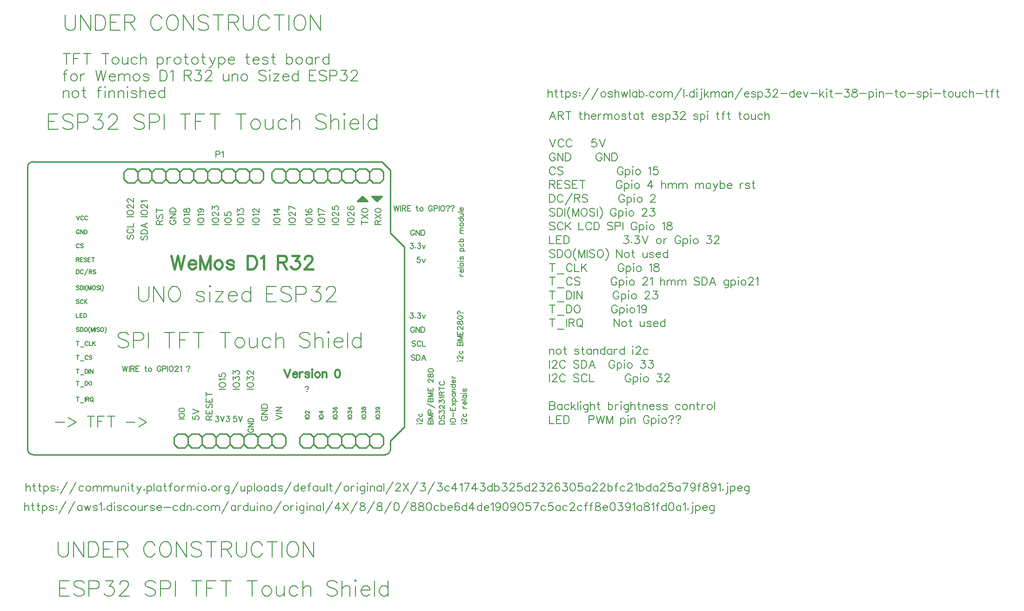
<source format=gto>
G04 Layer: TopSilkscreenLayer*
G04 EasyEDA v6.5.5, 2022-06-04 12:09:53*
G04 3e123cf2e83c460a892e92cee729170b,ccec236b37084310ae2d027740726036,10*
G04 Gerber Generator version 0.2*
G04 Scale: 100 percent, Rotated: No, Reflected: No *
G04 Dimensions in millimeters *
G04 leading zeros omitted , absolute positions ,4 integer and 5 decimal *
%FSLAX45Y45*%
%MOMM*%

%ADD10C,0.3000*%
%ADD11C,0.2540*%
%ADD16C,0.2540*%
%ADD17C,0.3048*%
%ADD18C,0.2032*%
%ADD19C,0.1524*%
%ADD20C,0.1778*%
%ADD21C,0.1000*%
%ADD22C,0.4000*%

%LPD*%
G36*
X6905498Y5549900D02*
G01*
X6902500Y5549493D01*
X6902196Y5549188D01*
X6902145Y5547817D01*
X6901180Y5547817D01*
X6901180Y5547461D01*
X6904177Y5547461D01*
X6904075Y5547258D01*
X6903161Y5547156D01*
X6903212Y5546953D01*
X6903872Y5546852D01*
X6904177Y5545429D01*
X6904177Y5539892D01*
X6905193Y5539892D01*
X6905193Y5547461D01*
X6908190Y5547461D01*
X6908190Y5540349D01*
X6909155Y5540349D01*
X6909308Y5546852D01*
X6910171Y5546953D01*
X6909816Y5547258D01*
X6909155Y5547309D01*
X6909155Y5547461D01*
X6911187Y5547461D01*
X6911136Y5548884D01*
X6910730Y5549341D01*
X6908901Y5549798D01*
G37*
G36*
X6904177Y4813300D02*
G01*
X6904075Y4806696D01*
X6903872Y4806289D01*
X6903212Y4806238D01*
X6903313Y4805883D01*
X6904177Y4805832D01*
X6904177Y4805680D01*
X6901180Y4805680D01*
X6901180Y4805324D01*
X6902145Y4805324D01*
X6902297Y4803800D01*
X6904583Y4803343D01*
X6908901Y4803394D01*
X6910730Y4803800D01*
X6911136Y4804257D01*
X6911187Y4805680D01*
X6909155Y4805680D01*
X6909206Y4805883D01*
X6909816Y4805934D01*
X6910171Y4806188D01*
X6909308Y4806289D01*
X6909155Y4812842D01*
X6908190Y4812842D01*
X6908190Y4805680D01*
X6905193Y4805680D01*
X6905193Y4813300D01*
G37*
G36*
X7217918Y5549900D02*
G01*
X7214920Y5549493D01*
X7214616Y5549188D01*
X7214616Y5547817D01*
X7213600Y5547817D01*
X7213600Y5547461D01*
X7216597Y5547461D01*
X7216495Y5547258D01*
X7215581Y5547156D01*
X7215631Y5546953D01*
X7216292Y5546852D01*
X7216597Y5545429D01*
X7216597Y5539892D01*
X7217613Y5539892D01*
X7217613Y5547461D01*
X7220610Y5547461D01*
X7220610Y5540349D01*
X7221575Y5540349D01*
X7221728Y5546852D01*
X7222591Y5546953D01*
X7222286Y5547258D01*
X7221626Y5547309D01*
X7221575Y5547461D01*
X7223607Y5547461D01*
X7223556Y5548884D01*
X7223150Y5549341D01*
X7221321Y5549798D01*
G37*
G36*
X7208977Y4813300D02*
G01*
X7208875Y4806696D01*
X7208672Y4806289D01*
X7208012Y4806238D01*
X7208113Y4805883D01*
X7208977Y4805832D01*
X7208977Y4805680D01*
X7205980Y4805680D01*
X7205980Y4805324D01*
X7206945Y4805324D01*
X7207097Y4803800D01*
X7209383Y4803343D01*
X7213701Y4803394D01*
X7215530Y4803800D01*
X7215936Y4804257D01*
X7215987Y4805680D01*
X7213955Y4805680D01*
X7214006Y4805883D01*
X7214616Y4805934D01*
X7214971Y4806188D01*
X7214108Y4806289D01*
X7213955Y4812842D01*
X7212990Y4812842D01*
X7212990Y4805680D01*
X7209993Y4805680D01*
X7209993Y4813300D01*
G37*
D18*
X2235200Y4609337D02*
G01*
X2257806Y4513834D01*
X2280665Y4609337D02*
G01*
X2257806Y4513834D01*
X2280665Y4609337D02*
G01*
X2303272Y4513834D01*
X2326131Y4609337D02*
G01*
X2303272Y4513834D01*
X2356104Y4609337D02*
G01*
X2356104Y4513834D01*
X2386075Y4609337D02*
G01*
X2386075Y4513834D01*
X2386075Y4609337D02*
G01*
X2426970Y4609337D01*
X2440686Y4604765D01*
X2445258Y4600194D01*
X2449829Y4591304D01*
X2449829Y4582160D01*
X2445258Y4573015D01*
X2440686Y4568444D01*
X2426970Y4563871D01*
X2386075Y4563871D01*
X2417825Y4563871D02*
G01*
X2449829Y4513834D01*
X2479802Y4609337D02*
G01*
X2479802Y4513834D01*
X2479802Y4609337D02*
G01*
X2538729Y4609337D01*
X2479802Y4563871D02*
G01*
X2516124Y4563871D01*
X2479802Y4513834D02*
G01*
X2538729Y4513834D01*
X2652522Y4609337D02*
G01*
X2652522Y4532121D01*
X2657093Y4518405D01*
X2665984Y4513834D01*
X2675127Y4513834D01*
X2638806Y4577587D02*
G01*
X2670556Y4577587D01*
X2727959Y4577587D02*
G01*
X2718815Y4573015D01*
X2709672Y4563871D01*
X2705100Y4550410D01*
X2705100Y4541265D01*
X2709672Y4527550D01*
X2718815Y4518405D01*
X2727959Y4513834D01*
X2741675Y4513834D01*
X2750565Y4518405D01*
X2759709Y4527550D01*
X2764281Y4541265D01*
X2764281Y4550410D01*
X2759709Y4563871D01*
X2750565Y4573015D01*
X2741675Y4577587D01*
X2727959Y4577587D01*
X2932429Y4586731D02*
G01*
X2927858Y4595876D01*
X2918713Y4604765D01*
X2909824Y4609337D01*
X2891536Y4609337D01*
X2882391Y4604765D01*
X2873502Y4595876D01*
X2868929Y4586731D01*
X2864358Y4573015D01*
X2864358Y4550410D01*
X2868929Y4536694D01*
X2873502Y4527550D01*
X2882391Y4518405D01*
X2891536Y4513834D01*
X2909824Y4513834D01*
X2918713Y4518405D01*
X2927858Y4527550D01*
X2932429Y4536694D01*
X2932429Y4550410D01*
X2909824Y4550410D02*
G01*
X2932429Y4550410D01*
X2962402Y4609337D02*
G01*
X2962402Y4513834D01*
X2962402Y4609337D02*
G01*
X3003295Y4609337D01*
X3017011Y4604765D01*
X3021584Y4600194D01*
X3026156Y4591304D01*
X3026156Y4577587D01*
X3021584Y4568444D01*
X3017011Y4563871D01*
X3003295Y4559300D01*
X2962402Y4559300D01*
X3056127Y4609337D02*
G01*
X3056127Y4513834D01*
X3113277Y4609337D02*
G01*
X3104388Y4604765D01*
X3095243Y4595876D01*
X3090672Y4586731D01*
X3086100Y4573015D01*
X3086100Y4550410D01*
X3090672Y4536694D01*
X3095243Y4527550D01*
X3104388Y4518405D01*
X3113277Y4513834D01*
X3131565Y4513834D01*
X3140709Y4518405D01*
X3149854Y4527550D01*
X3154172Y4536694D01*
X3158743Y4550410D01*
X3158743Y4573015D01*
X3154172Y4586731D01*
X3149854Y4595876D01*
X3140709Y4604765D01*
X3131565Y4609337D01*
X3113277Y4609337D01*
X3193288Y4586731D02*
G01*
X3193288Y4591304D01*
X3197859Y4600194D01*
X3202431Y4604765D01*
X3211575Y4609337D01*
X3229863Y4609337D01*
X3238754Y4604765D01*
X3243325Y4600194D01*
X3247897Y4591304D01*
X3247897Y4582160D01*
X3243325Y4573015D01*
X3234181Y4559300D01*
X3188715Y4513834D01*
X3252470Y4513834D01*
X3282441Y4591304D02*
G01*
X3291586Y4595876D01*
X3305302Y4609337D01*
X3305302Y4513834D01*
X3405124Y4586731D02*
G01*
X3405124Y4591304D01*
X3409695Y4600194D01*
X3414268Y4604765D01*
X3423411Y4609337D01*
X3441445Y4609337D01*
X3450590Y4604765D01*
X3455161Y4600194D01*
X3459734Y4591304D01*
X3459734Y4582160D01*
X3455161Y4573015D01*
X3450590Y4568444D01*
X3432556Y4559300D01*
X3432556Y4545837D01*
X3432556Y4522978D02*
G01*
X3427984Y4518405D01*
X3432556Y4513834D01*
X3437127Y4518405D01*
X3432556Y4522978D01*
D19*
X10062209Y9244584D02*
G01*
X10007600Y9101328D01*
X10062209Y9244584D02*
G01*
X10116565Y9101328D01*
X10027920Y9149079D02*
G01*
X10096245Y9149079D01*
X10161777Y9244584D02*
G01*
X10161777Y9101328D01*
X10161777Y9244584D02*
G01*
X10222991Y9244584D01*
X10243565Y9237726D01*
X10250424Y9230868D01*
X10257027Y9217152D01*
X10257027Y9203689D01*
X10250424Y9189974D01*
X10243565Y9183115D01*
X10222991Y9176258D01*
X10161777Y9176258D01*
X10209275Y9176258D02*
G01*
X10257027Y9101328D01*
X10349738Y9244584D02*
G01*
X10349738Y9101328D01*
X10302240Y9244584D02*
G01*
X10397490Y9244584D01*
X10567924Y9244584D02*
G01*
X10567924Y9128505D01*
X10574781Y9108186D01*
X10588497Y9101328D01*
X10602213Y9101328D01*
X10547604Y9196831D02*
G01*
X10595356Y9196831D01*
X10647172Y9244584D02*
G01*
X10647172Y9101328D01*
X10647172Y9169654D02*
G01*
X10667491Y9189974D01*
X10681208Y9196831D01*
X10701781Y9196831D01*
X10715243Y9189974D01*
X10722102Y9169654D01*
X10722102Y9101328D01*
X10767059Y9155937D02*
G01*
X10848847Y9155937D01*
X10848847Y9169654D01*
X10842243Y9183115D01*
X10835386Y9189974D01*
X10821670Y9196831D01*
X10801095Y9196831D01*
X10787634Y9189974D01*
X10773918Y9176258D01*
X10767059Y9155937D01*
X10767059Y9142221D01*
X10773918Y9121902D01*
X10787634Y9108186D01*
X10801095Y9101328D01*
X10821670Y9101328D01*
X10835386Y9108186D01*
X10848847Y9121902D01*
X10894059Y9196831D02*
G01*
X10894059Y9101328D01*
X10894059Y9155937D02*
G01*
X10900663Y9176258D01*
X10914379Y9189974D01*
X10928095Y9196831D01*
X10948415Y9196831D01*
X10993374Y9196831D02*
G01*
X10993374Y9101328D01*
X10993374Y9169654D02*
G01*
X11013947Y9189974D01*
X11027663Y9196831D01*
X11047984Y9196831D01*
X11061700Y9189974D01*
X11068558Y9169654D01*
X11068558Y9101328D01*
X11068558Y9169654D02*
G01*
X11088877Y9189974D01*
X11102593Y9196831D01*
X11122913Y9196831D01*
X11136629Y9189974D01*
X11143488Y9169654D01*
X11143488Y9101328D01*
X11222481Y9196831D02*
G01*
X11209020Y9189974D01*
X11195304Y9176258D01*
X11188445Y9155937D01*
X11188445Y9142221D01*
X11195304Y9121902D01*
X11209020Y9108186D01*
X11222481Y9101328D01*
X11243056Y9101328D01*
X11256772Y9108186D01*
X11270234Y9121902D01*
X11277091Y9142221D01*
X11277091Y9155937D01*
X11270234Y9176258D01*
X11256772Y9189974D01*
X11243056Y9196831D01*
X11222481Y9196831D01*
X11397234Y9176258D02*
G01*
X11390375Y9189974D01*
X11369802Y9196831D01*
X11349481Y9196831D01*
X11328908Y9189974D01*
X11322050Y9176258D01*
X11328908Y9162795D01*
X11342624Y9155937D01*
X11376659Y9149079D01*
X11390375Y9142221D01*
X11397234Y9128505D01*
X11397234Y9121902D01*
X11390375Y9108186D01*
X11369802Y9101328D01*
X11349481Y9101328D01*
X11328908Y9108186D01*
X11322050Y9121902D01*
X11462511Y9244584D02*
G01*
X11462511Y9128505D01*
X11469370Y9108186D01*
X11483086Y9101328D01*
X11496547Y9101328D01*
X11442191Y9196831D02*
G01*
X11489943Y9196831D01*
X11623547Y9196831D02*
G01*
X11623547Y9101328D01*
X11623547Y9176258D02*
G01*
X11609831Y9189974D01*
X11596115Y9196831D01*
X11575795Y9196831D01*
X11562079Y9189974D01*
X11548363Y9176258D01*
X11541759Y9155937D01*
X11541759Y9142221D01*
X11548363Y9121902D01*
X11562079Y9108186D01*
X11575795Y9101328D01*
X11596115Y9101328D01*
X11609831Y9108186D01*
X11623547Y9121902D01*
X11688825Y9244584D02*
G01*
X11688825Y9128505D01*
X11695684Y9108186D01*
X11709400Y9101328D01*
X11723115Y9101328D01*
X11668506Y9196831D02*
G01*
X11716258Y9196831D01*
X11872975Y9155937D02*
G01*
X11954763Y9155937D01*
X11954763Y9169654D01*
X11947906Y9183115D01*
X11941302Y9189974D01*
X11927586Y9196831D01*
X11907011Y9196831D01*
X11893550Y9189974D01*
X11879834Y9176258D01*
X11872975Y9155937D01*
X11872975Y9142221D01*
X11879834Y9121902D01*
X11893550Y9108186D01*
X11907011Y9101328D01*
X11927586Y9101328D01*
X11941302Y9108186D01*
X11954763Y9121902D01*
X12074906Y9176258D02*
G01*
X12068047Y9189974D01*
X12047474Y9196831D01*
X12027154Y9196831D01*
X12006579Y9189974D01*
X11999722Y9176258D01*
X12006579Y9162795D01*
X12020295Y9155937D01*
X12054331Y9149079D01*
X12068047Y9142221D01*
X12074906Y9128505D01*
X12074906Y9121902D01*
X12068047Y9108186D01*
X12047474Y9101328D01*
X12027154Y9101328D01*
X12006579Y9108186D01*
X11999722Y9121902D01*
X12119863Y9196831D02*
G01*
X12119863Y9053576D01*
X12119863Y9176258D02*
G01*
X12133579Y9189974D01*
X12147041Y9196831D01*
X12167615Y9196831D01*
X12181331Y9189974D01*
X12194793Y9176258D01*
X12201652Y9155937D01*
X12201652Y9142221D01*
X12194793Y9121902D01*
X12181331Y9108186D01*
X12167615Y9101328D01*
X12147041Y9101328D01*
X12133579Y9108186D01*
X12119863Y9121902D01*
X12260325Y9244584D02*
G01*
X12335256Y9244584D01*
X12294361Y9189974D01*
X12314936Y9189974D01*
X12328397Y9183115D01*
X12335256Y9176258D01*
X12342113Y9155937D01*
X12342113Y9142221D01*
X12335256Y9121902D01*
X12321540Y9108186D01*
X12301220Y9101328D01*
X12280645Y9101328D01*
X12260325Y9108186D01*
X12253468Y9115044D01*
X12246609Y9128505D01*
X12393929Y9210547D02*
G01*
X12393929Y9217152D01*
X12400788Y9230868D01*
X12407645Y9237726D01*
X12421108Y9244584D01*
X12448540Y9244584D01*
X12462002Y9237726D01*
X12468859Y9230868D01*
X12475718Y9217152D01*
X12475718Y9203689D01*
X12468859Y9189974D01*
X12455397Y9169654D01*
X12387072Y9101328D01*
X12482575Y9101328D01*
X12707620Y9176258D02*
G01*
X12700761Y9189974D01*
X12680188Y9196831D01*
X12659868Y9196831D01*
X12639293Y9189974D01*
X12632690Y9176258D01*
X12639293Y9162795D01*
X12653009Y9155937D01*
X12687045Y9149079D01*
X12700761Y9142221D01*
X12707620Y9128505D01*
X12707620Y9121902D01*
X12700761Y9108186D01*
X12680188Y9101328D01*
X12659868Y9101328D01*
X12639293Y9108186D01*
X12632690Y9121902D01*
X12752577Y9196831D02*
G01*
X12752577Y9053576D01*
X12752577Y9176258D02*
G01*
X12766293Y9189974D01*
X12779756Y9196831D01*
X12800329Y9196831D01*
X12814045Y9189974D01*
X12827508Y9176258D01*
X12834365Y9155937D01*
X12834365Y9142221D01*
X12827508Y9121902D01*
X12814045Y9108186D01*
X12800329Y9101328D01*
X12779756Y9101328D01*
X12766293Y9108186D01*
X12752577Y9121902D01*
X12879324Y9244584D02*
G01*
X12886181Y9237726D01*
X12893040Y9244584D01*
X12886181Y9251442D01*
X12879324Y9244584D01*
X12886181Y9196831D02*
G01*
X12886181Y9101328D01*
X13063474Y9244584D02*
G01*
X13063474Y9128505D01*
X13070331Y9108186D01*
X13084047Y9101328D01*
X13097509Y9101328D01*
X13042900Y9196831D02*
G01*
X13090652Y9196831D01*
X13197077Y9244584D02*
G01*
X13183361Y9244584D01*
X13169900Y9237726D01*
X13163041Y9217152D01*
X13163041Y9101328D01*
X13142468Y9196831D02*
G01*
X13190220Y9196831D01*
X13262609Y9244584D02*
G01*
X13262609Y9128505D01*
X13269468Y9108186D01*
X13282929Y9101328D01*
X13296645Y9101328D01*
X13242036Y9196831D02*
G01*
X13289788Y9196831D01*
X13467079Y9244584D02*
G01*
X13467079Y9128505D01*
X13473938Y9108186D01*
X13487654Y9101328D01*
X13501116Y9101328D01*
X13446759Y9196831D02*
G01*
X13494511Y9196831D01*
X13580363Y9196831D02*
G01*
X13566647Y9189974D01*
X13552931Y9176258D01*
X13546327Y9155937D01*
X13546327Y9142221D01*
X13552931Y9121902D01*
X13566647Y9108186D01*
X13580363Y9101328D01*
X13600684Y9101328D01*
X13614400Y9108186D01*
X13628116Y9121902D01*
X13634720Y9142221D01*
X13634720Y9155937D01*
X13628116Y9176258D01*
X13614400Y9189974D01*
X13600684Y9196831D01*
X13580363Y9196831D01*
X13679931Y9196831D02*
G01*
X13679931Y9128505D01*
X13686536Y9108186D01*
X13700252Y9101328D01*
X13720825Y9101328D01*
X13734288Y9108186D01*
X13754861Y9128505D01*
X13754861Y9196831D02*
G01*
X13754861Y9101328D01*
X13881608Y9176258D02*
G01*
X13868145Y9189974D01*
X13854429Y9196831D01*
X13833856Y9196831D01*
X13820393Y9189974D01*
X13806677Y9176258D01*
X13799820Y9155937D01*
X13799820Y9142221D01*
X13806677Y9121902D01*
X13820393Y9108186D01*
X13833856Y9101328D01*
X13854429Y9101328D01*
X13868145Y9108186D01*
X13881608Y9121902D01*
X13926566Y9244584D02*
G01*
X13926566Y9101328D01*
X13926566Y9169654D02*
G01*
X13947140Y9189974D01*
X13960856Y9196831D01*
X13981175Y9196831D01*
X13994891Y9189974D01*
X14001750Y9169654D01*
X14001750Y9101328D01*
X10007600Y8741410D02*
G01*
X10062209Y8598154D01*
X10116565Y8741410D02*
G01*
X10062209Y8598154D01*
X10263886Y8707374D02*
G01*
X10257027Y8720836D01*
X10243565Y8734552D01*
X10229850Y8741410D01*
X10202672Y8741410D01*
X10188956Y8734552D01*
X10175240Y8720836D01*
X10168381Y8707374D01*
X10161777Y8686800D01*
X10161777Y8652763D01*
X10168381Y8632189D01*
X10175240Y8618728D01*
X10188956Y8605012D01*
X10202672Y8598154D01*
X10229850Y8598154D01*
X10243565Y8605012D01*
X10257027Y8618728D01*
X10263886Y8632189D01*
X10411206Y8707374D02*
G01*
X10404347Y8720836D01*
X10390631Y8734552D01*
X10377170Y8741410D01*
X10349738Y8741410D01*
X10336275Y8734552D01*
X10322559Y8720836D01*
X10315702Y8707374D01*
X10308843Y8686800D01*
X10308843Y8652763D01*
X10315702Y8632189D01*
X10322559Y8618728D01*
X10336275Y8605012D01*
X10349738Y8598154D01*
X10377170Y8598154D01*
X10390631Y8605012D01*
X10404347Y8618728D01*
X10411206Y8632189D01*
X10852911Y8741410D02*
G01*
X10784840Y8741410D01*
X10777981Y8679942D01*
X10784840Y8686800D01*
X10805413Y8693658D01*
X10825734Y8693658D01*
X10846308Y8686800D01*
X10859770Y8673084D01*
X10866627Y8652763D01*
X10866627Y8639047D01*
X10859770Y8618728D01*
X10846308Y8605012D01*
X10825734Y8598154D01*
X10805413Y8598154D01*
X10784840Y8605012D01*
X10777981Y8611870D01*
X10771124Y8625331D01*
X10911586Y8741410D02*
G01*
X10966195Y8598154D01*
X11020806Y8741410D02*
G01*
X10966195Y8598154D01*
X10109961Y8455660D02*
G01*
X10103104Y8469376D01*
X10089388Y8482837D01*
X10075672Y8489695D01*
X10048493Y8489695D01*
X10034777Y8482837D01*
X10021315Y8469376D01*
X10014458Y8455660D01*
X10007600Y8435086D01*
X10007600Y8401050D01*
X10014458Y8380729D01*
X10021315Y8367013D01*
X10034777Y8353297D01*
X10048493Y8346439D01*
X10075672Y8346439D01*
X10089388Y8353297D01*
X10103104Y8367013D01*
X10109961Y8380729D01*
X10109961Y8401050D01*
X10075672Y8401050D02*
G01*
X10109961Y8401050D01*
X10154920Y8489695D02*
G01*
X10154920Y8346439D01*
X10154920Y8489695D02*
G01*
X10250424Y8346439D01*
X10250424Y8489695D02*
G01*
X10250424Y8346439D01*
X10295381Y8489695D02*
G01*
X10295381Y8346439D01*
X10295381Y8489695D02*
G01*
X10343134Y8489695D01*
X10363454Y8482837D01*
X10377170Y8469376D01*
X10384027Y8455660D01*
X10390631Y8435086D01*
X10390631Y8401050D01*
X10384027Y8380729D01*
X10377170Y8367013D01*
X10363454Y8353297D01*
X10343134Y8346439D01*
X10295381Y8346439D01*
X10958068Y8455660D02*
G01*
X10951209Y8469376D01*
X10937493Y8482837D01*
X10924031Y8489695D01*
X10896600Y8489695D01*
X10883138Y8482837D01*
X10869422Y8469376D01*
X10862563Y8455660D01*
X10855706Y8435086D01*
X10855706Y8401050D01*
X10862563Y8380729D01*
X10869422Y8367013D01*
X10883138Y8353297D01*
X10896600Y8346439D01*
X10924031Y8346439D01*
X10937493Y8353297D01*
X10951209Y8367013D01*
X10958068Y8380729D01*
X10958068Y8401050D01*
X10924031Y8401050D02*
G01*
X10958068Y8401050D01*
X11003025Y8489695D02*
G01*
X11003025Y8346439D01*
X11003025Y8489695D02*
G01*
X11098529Y8346439D01*
X11098529Y8489695D02*
G01*
X11098529Y8346439D01*
X11143488Y8489695D02*
G01*
X11143488Y8346439D01*
X11143488Y8489695D02*
G01*
X11191240Y8489695D01*
X11211559Y8482837D01*
X11225275Y8469376D01*
X11232134Y8455660D01*
X11238991Y8435086D01*
X11238991Y8401050D01*
X11232134Y8380729D01*
X11225275Y8367013D01*
X11211559Y8353297D01*
X11191240Y8346439D01*
X11143488Y8346439D01*
X10109961Y8203945D02*
G01*
X10103104Y8217662D01*
X10089388Y8231378D01*
X10075672Y8238236D01*
X10048493Y8238236D01*
X10034777Y8231378D01*
X10021315Y8217662D01*
X10014458Y8203945D01*
X10007600Y8183626D01*
X10007600Y8149589D01*
X10014458Y8129015D01*
X10021315Y8115300D01*
X10034777Y8101837D01*
X10048493Y8094979D01*
X10075672Y8094979D01*
X10089388Y8101837D01*
X10103104Y8115300D01*
X10109961Y8129015D01*
X10250424Y8217662D02*
G01*
X10236708Y8231378D01*
X10216134Y8238236D01*
X10188956Y8238236D01*
X10168381Y8231378D01*
X10154920Y8217662D01*
X10154920Y8203945D01*
X10161777Y8190484D01*
X10168381Y8183626D01*
X10182097Y8176768D01*
X10222991Y8163052D01*
X10236708Y8156447D01*
X10243565Y8149589D01*
X10250424Y8135873D01*
X10250424Y8115300D01*
X10236708Y8101837D01*
X10216134Y8094979D01*
X10188956Y8094979D01*
X10168381Y8101837D01*
X10154920Y8115300D01*
X11342624Y8203945D02*
G01*
X11335765Y8217662D01*
X11322050Y8231378D01*
X11308588Y8238236D01*
X11281156Y8238236D01*
X11267693Y8231378D01*
X11253977Y8217662D01*
X11247120Y8203945D01*
X11240261Y8183626D01*
X11240261Y8149589D01*
X11247120Y8129015D01*
X11253977Y8115300D01*
X11267693Y8101837D01*
X11281156Y8094979D01*
X11308588Y8094979D01*
X11322050Y8101837D01*
X11335765Y8115300D01*
X11342624Y8129015D01*
X11342624Y8149589D01*
X11308588Y8149589D02*
G01*
X11342624Y8149589D01*
X11387581Y8190484D02*
G01*
X11387581Y8047228D01*
X11387581Y8169910D02*
G01*
X11401297Y8183626D01*
X11414759Y8190484D01*
X11435334Y8190484D01*
X11449050Y8183626D01*
X11462511Y8169910D01*
X11469370Y8149589D01*
X11469370Y8135873D01*
X11462511Y8115300D01*
X11449050Y8101837D01*
X11435334Y8094979D01*
X11414759Y8094979D01*
X11401297Y8101837D01*
X11387581Y8115300D01*
X11514327Y8238236D02*
G01*
X11521186Y8231378D01*
X11528043Y8238236D01*
X11521186Y8244839D01*
X11514327Y8238236D01*
X11521186Y8190484D02*
G01*
X11521186Y8094979D01*
X11607038Y8190484D02*
G01*
X11593575Y8183626D01*
X11579859Y8169910D01*
X11573002Y8149589D01*
X11573002Y8135873D01*
X11579859Y8115300D01*
X11593575Y8101837D01*
X11607038Y8094979D01*
X11627611Y8094979D01*
X11641327Y8101837D01*
X11654790Y8115300D01*
X11661647Y8135873D01*
X11661647Y8149589D01*
X11654790Y8169910D01*
X11641327Y8183626D01*
X11627611Y8190484D01*
X11607038Y8190484D01*
X11811761Y8210804D02*
G01*
X11825224Y8217662D01*
X11845797Y8238236D01*
X11845797Y8094979D01*
X11972543Y8238236D02*
G01*
X11904472Y8238236D01*
X11897613Y8176768D01*
X11904472Y8183626D01*
X11924791Y8190484D01*
X11945365Y8190484D01*
X11965686Y8183626D01*
X11979402Y8169910D01*
X11986259Y8149589D01*
X11986259Y8135873D01*
X11979402Y8115300D01*
X11965686Y8101837D01*
X11945365Y8094979D01*
X11924791Y8094979D01*
X11904472Y8101837D01*
X11897613Y8108695D01*
X11890756Y8122158D01*
X10007600Y7986521D02*
G01*
X10007600Y7843265D01*
X10007600Y7986521D02*
G01*
X10068813Y7986521D01*
X10089388Y7979663D01*
X10096245Y7972805D01*
X10103104Y7959344D01*
X10103104Y7945628D01*
X10096245Y7931912D01*
X10089388Y7925054D01*
X10068813Y7918450D01*
X10007600Y7918450D01*
X10055352Y7918450D02*
G01*
X10103104Y7843265D01*
X10148061Y7986521D02*
G01*
X10148061Y7843265D01*
X10148061Y7986521D02*
G01*
X10236708Y7986521D01*
X10148061Y7918450D02*
G01*
X10202672Y7918450D01*
X10148061Y7843265D02*
G01*
X10236708Y7843265D01*
X10377170Y7966202D02*
G01*
X10363454Y7979663D01*
X10343134Y7986521D01*
X10315702Y7986521D01*
X10295381Y7979663D01*
X10281665Y7966202D01*
X10281665Y7952486D01*
X10288524Y7938770D01*
X10295381Y7931912D01*
X10308843Y7925054D01*
X10349738Y7911592D01*
X10363454Y7904734D01*
X10370311Y7897876D01*
X10377170Y7884160D01*
X10377170Y7863839D01*
X10363454Y7850123D01*
X10343134Y7843265D01*
X10315702Y7843265D01*
X10295381Y7850123D01*
X10281665Y7863839D01*
X10422127Y7986521D02*
G01*
X10422127Y7843265D01*
X10422127Y7986521D02*
G01*
X10510774Y7986521D01*
X10422127Y7918450D02*
G01*
X10476738Y7918450D01*
X10422127Y7843265D02*
G01*
X10510774Y7843265D01*
X10603484Y7986521D02*
G01*
X10603484Y7843265D01*
X10555731Y7986521D02*
G01*
X10651236Y7986521D01*
X11323574Y7952486D02*
G01*
X11316715Y7966202D01*
X11303000Y7979663D01*
X11289284Y7986521D01*
X11262106Y7986521D01*
X11248390Y7979663D01*
X11234927Y7966202D01*
X11228070Y7952486D01*
X11221211Y7931912D01*
X11221211Y7897876D01*
X11228070Y7877555D01*
X11234927Y7863839D01*
X11248390Y7850123D01*
X11262106Y7843265D01*
X11289284Y7843265D01*
X11303000Y7850123D01*
X11316715Y7863839D01*
X11323574Y7877555D01*
X11323574Y7897876D01*
X11289284Y7897876D02*
G01*
X11323574Y7897876D01*
X11368531Y7938770D02*
G01*
X11368531Y7795513D01*
X11368531Y7918450D02*
G01*
X11381993Y7931912D01*
X11395709Y7938770D01*
X11416284Y7938770D01*
X11429745Y7931912D01*
X11443461Y7918450D01*
X11450320Y7897876D01*
X11450320Y7884160D01*
X11443461Y7863839D01*
X11429745Y7850123D01*
X11416284Y7843265D01*
X11395709Y7843265D01*
X11381993Y7850123D01*
X11368531Y7863839D01*
X11495277Y7986521D02*
G01*
X11502136Y7979663D01*
X11508993Y7986521D01*
X11502136Y7993379D01*
X11495277Y7986521D01*
X11502136Y7938770D02*
G01*
X11502136Y7843265D01*
X11587988Y7938770D02*
G01*
X11574272Y7931912D01*
X11560809Y7918450D01*
X11553952Y7897876D01*
X11553952Y7884160D01*
X11560809Y7863839D01*
X11574272Y7850123D01*
X11587988Y7843265D01*
X11608561Y7843265D01*
X11622024Y7850123D01*
X11635740Y7863839D01*
X11642597Y7884160D01*
X11642597Y7897876D01*
X11635740Y7918450D01*
X11622024Y7931912D01*
X11608561Y7938770D01*
X11587988Y7938770D01*
X11860784Y7986521D02*
G01*
X11792458Y7891018D01*
X11894820Y7891018D01*
X11860784Y7986521D02*
G01*
X11860784Y7843265D01*
X12044934Y7986521D02*
G01*
X12044934Y7843265D01*
X12044934Y7911592D02*
G01*
X12065254Y7931912D01*
X12078970Y7938770D01*
X12099290Y7938770D01*
X12113006Y7931912D01*
X12119863Y7911592D01*
X12119863Y7843265D01*
X12164822Y7938770D02*
G01*
X12164822Y7843265D01*
X12164822Y7911592D02*
G01*
X12185395Y7931912D01*
X12198858Y7938770D01*
X12219431Y7938770D01*
X12233147Y7931912D01*
X12239752Y7911592D01*
X12239752Y7843265D01*
X12239752Y7911592D02*
G01*
X12260325Y7931912D01*
X12274041Y7938770D01*
X12294361Y7938770D01*
X12308077Y7931912D01*
X12314936Y7911592D01*
X12314936Y7843265D01*
X12359893Y7938770D02*
G01*
X12359893Y7843265D01*
X12359893Y7911592D02*
G01*
X12380213Y7931912D01*
X12393929Y7938770D01*
X12414504Y7938770D01*
X12427965Y7931912D01*
X12434824Y7911592D01*
X12434824Y7843265D01*
X12434824Y7911592D02*
G01*
X12455397Y7931912D01*
X12468859Y7938770D01*
X12489434Y7938770D01*
X12503150Y7931912D01*
X12509754Y7911592D01*
X12509754Y7843265D01*
X12659868Y7938770D02*
G01*
X12659868Y7843265D01*
X12659868Y7911592D02*
G01*
X12680188Y7931912D01*
X12693904Y7938770D01*
X12714477Y7938770D01*
X12727940Y7931912D01*
X12734797Y7911592D01*
X12734797Y7843265D01*
X12734797Y7911592D02*
G01*
X12755372Y7931912D01*
X12768834Y7938770D01*
X12789408Y7938770D01*
X12803124Y7931912D01*
X12809727Y7911592D01*
X12809727Y7843265D01*
X12936727Y7938770D02*
G01*
X12936727Y7843265D01*
X12936727Y7918450D02*
G01*
X12923011Y7931912D01*
X12909295Y7938770D01*
X12888975Y7938770D01*
X12875259Y7931912D01*
X12861543Y7918450D01*
X12854940Y7897876D01*
X12854940Y7884160D01*
X12861543Y7863839D01*
X12875259Y7850123D01*
X12888975Y7843265D01*
X12909295Y7843265D01*
X12923011Y7850123D01*
X12936727Y7863839D01*
X12988543Y7938770D02*
G01*
X13029438Y7843265D01*
X13070331Y7938770D02*
G01*
X13029438Y7843265D01*
X13015722Y7816087D01*
X13002006Y7802371D01*
X12988543Y7795513D01*
X12981686Y7795513D01*
X13115290Y7986521D02*
G01*
X13115290Y7843265D01*
X13115290Y7918450D02*
G01*
X13129006Y7931912D01*
X13142468Y7938770D01*
X13163041Y7938770D01*
X13176758Y7931912D01*
X13190220Y7918450D01*
X13197077Y7897876D01*
X13197077Y7884160D01*
X13190220Y7863839D01*
X13176758Y7850123D01*
X13163041Y7843265D01*
X13142468Y7843265D01*
X13129006Y7850123D01*
X13115290Y7863839D01*
X13242036Y7897876D02*
G01*
X13323824Y7897876D01*
X13323824Y7911592D01*
X13317220Y7925054D01*
X13310361Y7931912D01*
X13296645Y7938770D01*
X13276325Y7938770D01*
X13262609Y7931912D01*
X13248893Y7918450D01*
X13242036Y7897876D01*
X13242036Y7884160D01*
X13248893Y7863839D01*
X13262609Y7850123D01*
X13276325Y7843265D01*
X13296645Y7843265D01*
X13310361Y7850123D01*
X13323824Y7863839D01*
X13473938Y7938770D02*
G01*
X13473938Y7843265D01*
X13473938Y7897876D02*
G01*
X13480795Y7918450D01*
X13494511Y7931912D01*
X13507974Y7938770D01*
X13528547Y7938770D01*
X13648436Y7918450D02*
G01*
X13641577Y7931912D01*
X13621258Y7938770D01*
X13600684Y7938770D01*
X13580363Y7931912D01*
X13573506Y7918450D01*
X13580363Y7904734D01*
X13593825Y7897876D01*
X13628116Y7891018D01*
X13641577Y7884160D01*
X13648436Y7870697D01*
X13648436Y7863839D01*
X13641577Y7850123D01*
X13621258Y7843265D01*
X13600684Y7843265D01*
X13580363Y7850123D01*
X13573506Y7863839D01*
X13713968Y7986521D02*
G01*
X13713968Y7870697D01*
X13720825Y7850123D01*
X13734288Y7843265D01*
X13748004Y7843265D01*
X13693393Y7938770D02*
G01*
X13741145Y7938770D01*
X10007600Y7735062D02*
G01*
X10007600Y7591805D01*
X10007600Y7735062D02*
G01*
X10055352Y7735062D01*
X10075672Y7728204D01*
X10089388Y7714487D01*
X10096245Y7700771D01*
X10103104Y7680452D01*
X10103104Y7646415D01*
X10096245Y7625842D01*
X10089388Y7612126D01*
X10075672Y7598663D01*
X10055352Y7591805D01*
X10007600Y7591805D01*
X10250424Y7700771D02*
G01*
X10243565Y7714487D01*
X10229850Y7728204D01*
X10216134Y7735062D01*
X10188956Y7735062D01*
X10175240Y7728204D01*
X10161777Y7714487D01*
X10154920Y7700771D01*
X10148061Y7680452D01*
X10148061Y7646415D01*
X10154920Y7625842D01*
X10161777Y7612126D01*
X10175240Y7598663D01*
X10188956Y7591805D01*
X10216134Y7591805D01*
X10229850Y7598663D01*
X10243565Y7612126D01*
X10250424Y7625842D01*
X10418063Y7762239D02*
G01*
X10295381Y7544054D01*
X10463022Y7735062D02*
G01*
X10463022Y7591805D01*
X10463022Y7735062D02*
G01*
X10524490Y7735062D01*
X10544809Y7728204D01*
X10551668Y7721345D01*
X10558525Y7707629D01*
X10558525Y7693913D01*
X10551668Y7680452D01*
X10544809Y7673594D01*
X10524490Y7666736D01*
X10463022Y7666736D01*
X10510774Y7666736D02*
G01*
X10558525Y7591805D01*
X10698988Y7714487D02*
G01*
X10685272Y7728204D01*
X10664952Y7735062D01*
X10637520Y7735062D01*
X10617200Y7728204D01*
X10603484Y7714487D01*
X10603484Y7700771D01*
X10610341Y7687310D01*
X10617200Y7680452D01*
X10630661Y7673594D01*
X10671556Y7659878D01*
X10685272Y7653020D01*
X10692129Y7646415D01*
X10698988Y7632700D01*
X10698988Y7612126D01*
X10685272Y7598663D01*
X10664952Y7591805D01*
X10637520Y7591805D01*
X10617200Y7598663D01*
X10603484Y7612126D01*
X11371325Y7700771D02*
G01*
X11364468Y7714487D01*
X11350752Y7728204D01*
X11337036Y7735062D01*
X11309858Y7735062D01*
X11296141Y7728204D01*
X11282679Y7714487D01*
X11275822Y7700771D01*
X11268963Y7680452D01*
X11268963Y7646415D01*
X11275822Y7625842D01*
X11282679Y7612126D01*
X11296141Y7598663D01*
X11309858Y7591805D01*
X11337036Y7591805D01*
X11350752Y7598663D01*
X11364468Y7612126D01*
X11371325Y7625842D01*
X11371325Y7646415D01*
X11337036Y7646415D02*
G01*
X11371325Y7646415D01*
X11416284Y7687310D02*
G01*
X11416284Y7544054D01*
X11416284Y7666736D02*
G01*
X11429745Y7680452D01*
X11443461Y7687310D01*
X11464036Y7687310D01*
X11477497Y7680452D01*
X11491213Y7666736D01*
X11498072Y7646415D01*
X11498072Y7632700D01*
X11491213Y7612126D01*
X11477497Y7598663D01*
X11464036Y7591805D01*
X11443461Y7591805D01*
X11429745Y7598663D01*
X11416284Y7612126D01*
X11543029Y7735062D02*
G01*
X11549888Y7728204D01*
X11556745Y7735062D01*
X11549888Y7741665D01*
X11543029Y7735062D01*
X11549888Y7687310D02*
G01*
X11549888Y7591805D01*
X11635740Y7687310D02*
G01*
X11622024Y7680452D01*
X11608561Y7666736D01*
X11601704Y7646415D01*
X11601704Y7632700D01*
X11608561Y7612126D01*
X11622024Y7598663D01*
X11635740Y7591805D01*
X11656313Y7591805D01*
X11669775Y7598663D01*
X11683491Y7612126D01*
X11690350Y7632700D01*
X11690350Y7646415D01*
X11683491Y7666736D01*
X11669775Y7680452D01*
X11656313Y7687310D01*
X11635740Y7687310D01*
X11847068Y7700771D02*
G01*
X11847068Y7707629D01*
X11853925Y7721345D01*
X11860784Y7728204D01*
X11874500Y7735062D01*
X11901677Y7735062D01*
X11915393Y7728204D01*
X11921997Y7721345D01*
X11928856Y7707629D01*
X11928856Y7693913D01*
X11921997Y7680452D01*
X11908536Y7659878D01*
X11840209Y7591805D01*
X11935713Y7591805D01*
X10103104Y7462773D02*
G01*
X10089388Y7476489D01*
X10068813Y7483347D01*
X10041636Y7483347D01*
X10021315Y7476489D01*
X10007600Y7462773D01*
X10007600Y7449312D01*
X10014458Y7435595D01*
X10021315Y7428737D01*
X10034777Y7421879D01*
X10075672Y7408418D01*
X10089388Y7401560D01*
X10096245Y7394702D01*
X10103104Y7380986D01*
X10103104Y7360665D01*
X10089388Y7346950D01*
X10068813Y7340092D01*
X10041636Y7340092D01*
X10021315Y7346950D01*
X10007600Y7360665D01*
X10148061Y7483347D02*
G01*
X10148061Y7340092D01*
X10148061Y7483347D02*
G01*
X10195813Y7483347D01*
X10216134Y7476489D01*
X10229850Y7462773D01*
X10236708Y7449312D01*
X10243565Y7428737D01*
X10243565Y7394702D01*
X10236708Y7374128D01*
X10229850Y7360665D01*
X10216134Y7346950D01*
X10195813Y7340092D01*
X10148061Y7340092D01*
X10288524Y7483347D02*
G01*
X10288524Y7340092D01*
X10381234Y7510526D02*
G01*
X10367518Y7497063D01*
X10354056Y7476489D01*
X10340340Y7449312D01*
X10333481Y7415276D01*
X10333481Y7387844D01*
X10340340Y7353808D01*
X10354056Y7326629D01*
X10367518Y7306055D01*
X10381234Y7292339D01*
X10426191Y7483347D02*
G01*
X10426191Y7340092D01*
X10426191Y7483347D02*
G01*
X10480802Y7340092D01*
X10535411Y7483347D02*
G01*
X10480802Y7340092D01*
X10535411Y7483347D02*
G01*
X10535411Y7340092D01*
X10621263Y7483347D02*
G01*
X10607547Y7476489D01*
X10593831Y7462773D01*
X10587227Y7449312D01*
X10580370Y7428737D01*
X10580370Y7394702D01*
X10587227Y7374128D01*
X10593831Y7360665D01*
X10607547Y7346950D01*
X10621263Y7340092D01*
X10648441Y7340092D01*
X10662158Y7346950D01*
X10675874Y7360665D01*
X10682477Y7374128D01*
X10689336Y7394702D01*
X10689336Y7428737D01*
X10682477Y7449312D01*
X10675874Y7462773D01*
X10662158Y7476489D01*
X10648441Y7483347D01*
X10621263Y7483347D01*
X10829797Y7462773D02*
G01*
X10816336Y7476489D01*
X10795761Y7483347D01*
X10768584Y7483347D01*
X10748009Y7476489D01*
X10734293Y7462773D01*
X10734293Y7449312D01*
X10741152Y7435595D01*
X10748009Y7428737D01*
X10761725Y7421879D01*
X10802620Y7408418D01*
X10816336Y7401560D01*
X10822940Y7394702D01*
X10829797Y7380986D01*
X10829797Y7360665D01*
X10816336Y7346950D01*
X10795761Y7340092D01*
X10768584Y7340092D01*
X10748009Y7346950D01*
X10734293Y7360665D01*
X10874756Y7483347D02*
G01*
X10874756Y7340092D01*
X10919968Y7510526D02*
G01*
X10933429Y7497063D01*
X10947145Y7476489D01*
X10960861Y7449312D01*
X10967465Y7415276D01*
X10967465Y7387844D01*
X10960861Y7353808D01*
X10947145Y7326629D01*
X10933429Y7306055D01*
X10919968Y7292339D01*
X11219941Y7449312D02*
G01*
X11213084Y7462773D01*
X11199368Y7476489D01*
X11185652Y7483347D01*
X11158474Y7483347D01*
X11144758Y7476489D01*
X11131295Y7462773D01*
X11124438Y7449312D01*
X11117579Y7428737D01*
X11117579Y7394702D01*
X11124438Y7374128D01*
X11131295Y7360665D01*
X11144758Y7346950D01*
X11158474Y7340092D01*
X11185652Y7340092D01*
X11199368Y7346950D01*
X11213084Y7360665D01*
X11219941Y7374128D01*
X11219941Y7394702D01*
X11185652Y7394702D02*
G01*
X11219941Y7394702D01*
X11264900Y7435595D02*
G01*
X11264900Y7292339D01*
X11264900Y7415276D02*
G01*
X11278361Y7428737D01*
X11292077Y7435595D01*
X11312652Y7435595D01*
X11326113Y7428737D01*
X11339829Y7415276D01*
X11346688Y7394702D01*
X11346688Y7380986D01*
X11339829Y7360665D01*
X11326113Y7346950D01*
X11312652Y7340092D01*
X11292077Y7340092D01*
X11278361Y7346950D01*
X11264900Y7360665D01*
X11391645Y7483347D02*
G01*
X11398504Y7476489D01*
X11405361Y7483347D01*
X11398504Y7490205D01*
X11391645Y7483347D01*
X11398504Y7435595D02*
G01*
X11398504Y7340092D01*
X11484356Y7435595D02*
G01*
X11470640Y7428737D01*
X11457177Y7415276D01*
X11450320Y7394702D01*
X11450320Y7380986D01*
X11457177Y7360665D01*
X11470640Y7346950D01*
X11484356Y7340092D01*
X11504929Y7340092D01*
X11518391Y7346950D01*
X11532108Y7360665D01*
X11538965Y7380986D01*
X11538965Y7394702D01*
X11532108Y7415276D01*
X11518391Y7428737D01*
X11504929Y7435595D01*
X11484356Y7435595D01*
X11695684Y7449312D02*
G01*
X11695684Y7456170D01*
X11702541Y7469631D01*
X11709400Y7476489D01*
X11723115Y7483347D01*
X11750293Y7483347D01*
X11764009Y7476489D01*
X11770868Y7469631D01*
X11777472Y7456170D01*
X11777472Y7442454D01*
X11770868Y7428737D01*
X11757152Y7408418D01*
X11688825Y7340092D01*
X11784329Y7340092D01*
X11843004Y7483347D02*
G01*
X11917934Y7483347D01*
X11877040Y7428737D01*
X11897613Y7428737D01*
X11911329Y7421879D01*
X11917934Y7415276D01*
X11924791Y7394702D01*
X11924791Y7380986D01*
X11917934Y7360665D01*
X11904472Y7346950D01*
X11883897Y7340092D01*
X11863577Y7340092D01*
X11843004Y7346950D01*
X11836145Y7353808D01*
X11829288Y7367523D01*
X10103104Y7211313D02*
G01*
X10089388Y7225029D01*
X10068813Y7231634D01*
X10041636Y7231634D01*
X10021315Y7225029D01*
X10007600Y7211313D01*
X10007600Y7197597D01*
X10014458Y7184136D01*
X10021315Y7177278D01*
X10034777Y7170420D01*
X10075672Y7156704D01*
X10089388Y7149845D01*
X10096245Y7142987D01*
X10103104Y7129526D01*
X10103104Y7108952D01*
X10089388Y7095489D01*
X10068813Y7088631D01*
X10041636Y7088631D01*
X10021315Y7095489D01*
X10007600Y7108952D01*
X10250424Y7197597D02*
G01*
X10243565Y7211313D01*
X10229850Y7225029D01*
X10216134Y7231634D01*
X10188956Y7231634D01*
X10175240Y7225029D01*
X10161777Y7211313D01*
X10154920Y7197597D01*
X10148061Y7177278D01*
X10148061Y7142987D01*
X10154920Y7122668D01*
X10161777Y7108952D01*
X10175240Y7095489D01*
X10188956Y7088631D01*
X10216134Y7088631D01*
X10229850Y7095489D01*
X10243565Y7108952D01*
X10250424Y7122668D01*
X10295381Y7231634D02*
G01*
X10295381Y7088631D01*
X10390631Y7231634D02*
G01*
X10295381Y7136384D01*
X10329418Y7170420D02*
G01*
X10390631Y7088631D01*
X10540745Y7231634D02*
G01*
X10540745Y7088631D01*
X10540745Y7088631D02*
G01*
X10622534Y7088631D01*
X10769854Y7197597D02*
G01*
X10762995Y7211313D01*
X10749279Y7225029D01*
X10735818Y7231634D01*
X10708386Y7231634D01*
X10694924Y7225029D01*
X10681208Y7211313D01*
X10674350Y7197597D01*
X10667491Y7177278D01*
X10667491Y7142987D01*
X10674350Y7122668D01*
X10681208Y7108952D01*
X10694924Y7095489D01*
X10708386Y7088631D01*
X10735818Y7088631D01*
X10749279Y7095489D01*
X10762995Y7108952D01*
X10769854Y7122668D01*
X10814811Y7231634D02*
G01*
X10814811Y7088631D01*
X10814811Y7231634D02*
G01*
X10862563Y7231634D01*
X10883138Y7225029D01*
X10896600Y7211313D01*
X10903458Y7197597D01*
X10910315Y7177278D01*
X10910315Y7142987D01*
X10903458Y7122668D01*
X10896600Y7108952D01*
X10883138Y7095489D01*
X10862563Y7088631D01*
X10814811Y7088631D01*
X11155679Y7211313D02*
G01*
X11142218Y7225029D01*
X11121643Y7231634D01*
X11094465Y7231634D01*
X11073891Y7225029D01*
X11060175Y7211313D01*
X11060175Y7197597D01*
X11067034Y7184136D01*
X11073891Y7177278D01*
X11087608Y7170420D01*
X11128502Y7156704D01*
X11142218Y7149845D01*
X11148822Y7142987D01*
X11155679Y7129526D01*
X11155679Y7108952D01*
X11142218Y7095489D01*
X11121643Y7088631D01*
X11094465Y7088631D01*
X11073891Y7095489D01*
X11060175Y7108952D01*
X11200638Y7231634D02*
G01*
X11200638Y7088631D01*
X11200638Y7231634D02*
G01*
X11262106Y7231634D01*
X11282679Y7225029D01*
X11289284Y7218171D01*
X11296141Y7204455D01*
X11296141Y7184136D01*
X11289284Y7170420D01*
X11282679Y7163562D01*
X11262106Y7156704D01*
X11200638Y7156704D01*
X11341100Y7231634D02*
G01*
X11341100Y7088631D01*
X11593575Y7197597D02*
G01*
X11586718Y7211313D01*
X11573002Y7225029D01*
X11559286Y7231634D01*
X11532108Y7231634D01*
X11518391Y7225029D01*
X11504929Y7211313D01*
X11498072Y7197597D01*
X11491213Y7177278D01*
X11491213Y7142987D01*
X11498072Y7122668D01*
X11504929Y7108952D01*
X11518391Y7095489D01*
X11532108Y7088631D01*
X11559286Y7088631D01*
X11573002Y7095489D01*
X11586718Y7108952D01*
X11593575Y7122668D01*
X11593575Y7142987D01*
X11559286Y7142987D02*
G01*
X11593575Y7142987D01*
X11638534Y7184136D02*
G01*
X11638534Y7040879D01*
X11638534Y7163562D02*
G01*
X11651995Y7177278D01*
X11665711Y7184136D01*
X11686286Y7184136D01*
X11699747Y7177278D01*
X11713463Y7163562D01*
X11720322Y7142987D01*
X11720322Y7129526D01*
X11713463Y7108952D01*
X11699747Y7095489D01*
X11686286Y7088631D01*
X11665711Y7088631D01*
X11651995Y7095489D01*
X11638534Y7108952D01*
X11765279Y7231634D02*
G01*
X11772138Y7225029D01*
X11778995Y7231634D01*
X11772138Y7238492D01*
X11765279Y7231634D01*
X11772138Y7184136D02*
G01*
X11772138Y7088631D01*
X11857990Y7184136D02*
G01*
X11844274Y7177278D01*
X11830811Y7163562D01*
X11823954Y7142987D01*
X11823954Y7129526D01*
X11830811Y7108952D01*
X11844274Y7095489D01*
X11857990Y7088631D01*
X11878563Y7088631D01*
X11892025Y7095489D01*
X11905741Y7108952D01*
X11912600Y7129526D01*
X11912600Y7142987D01*
X11905741Y7163562D01*
X11892025Y7177278D01*
X11878563Y7184136D01*
X11857990Y7184136D01*
X12062459Y7204455D02*
G01*
X12076175Y7211313D01*
X12096750Y7231634D01*
X12096750Y7088631D01*
X12175743Y7231634D02*
G01*
X12155424Y7225029D01*
X12148565Y7211313D01*
X12148565Y7197597D01*
X12155424Y7184136D01*
X12168886Y7177278D01*
X12196318Y7170420D01*
X12216638Y7163562D01*
X12230354Y7149845D01*
X12237211Y7136384D01*
X12237211Y7115810D01*
X12230354Y7102094D01*
X12223495Y7095489D01*
X12202922Y7088631D01*
X12175743Y7088631D01*
X12155424Y7095489D01*
X12148565Y7102094D01*
X12141708Y7115810D01*
X12141708Y7136384D01*
X12148565Y7149845D01*
X12162027Y7163562D01*
X12182602Y7170420D01*
X12209779Y7177278D01*
X12223495Y7184136D01*
X12230354Y7197597D01*
X12230354Y7211313D01*
X12223495Y7225029D01*
X12202922Y7231634D01*
X12175743Y7231634D01*
X10007600Y6980173D02*
G01*
X10007600Y6836918D01*
X10007600Y6836918D02*
G01*
X10089388Y6836918D01*
X10134345Y6980173D02*
G01*
X10134345Y6836918D01*
X10134345Y6980173D02*
G01*
X10222991Y6980173D01*
X10134345Y6911847D02*
G01*
X10188956Y6911847D01*
X10134345Y6836918D02*
G01*
X10222991Y6836918D01*
X10267950Y6980173D02*
G01*
X10267950Y6836918D01*
X10267950Y6980173D02*
G01*
X10315702Y6980173D01*
X10336275Y6973315D01*
X10349738Y6959600D01*
X10356595Y6946137D01*
X10363454Y6925563D01*
X10363454Y6891528D01*
X10356595Y6870954D01*
X10349738Y6857492D01*
X10336275Y6843776D01*
X10315702Y6836918D01*
X10267950Y6836918D01*
X11367008Y6980173D02*
G01*
X11442191Y6980173D01*
X11401297Y6925563D01*
X11421618Y6925563D01*
X11435334Y6918705D01*
X11442191Y6911847D01*
X11449050Y6891528D01*
X11449050Y6877812D01*
X11442191Y6857492D01*
X11428475Y6843776D01*
X11407902Y6836918D01*
X11387581Y6836918D01*
X11367008Y6843776D01*
X11360404Y6850634D01*
X11353545Y6864350D01*
X11500865Y6870954D02*
G01*
X11494008Y6864350D01*
X11500865Y6857492D01*
X11507470Y6864350D01*
X11500865Y6870954D01*
X11566143Y6980173D02*
G01*
X11641327Y6980173D01*
X11600179Y6925563D01*
X11620754Y6925563D01*
X11634470Y6918705D01*
X11641327Y6911847D01*
X11647931Y6891528D01*
X11647931Y6877812D01*
X11641327Y6857492D01*
X11627611Y6843776D01*
X11607038Y6836918D01*
X11586718Y6836918D01*
X11566143Y6843776D01*
X11559286Y6850634D01*
X11552681Y6864350D01*
X11693143Y6980173D02*
G01*
X11747500Y6836918D01*
X11802109Y6980173D02*
G01*
X11747500Y6836918D01*
X11986259Y6932421D02*
G01*
X11972543Y6925563D01*
X11958827Y6911847D01*
X11952224Y6891528D01*
X11952224Y6877812D01*
X11958827Y6857492D01*
X11972543Y6843776D01*
X11986259Y6836918D01*
X12006579Y6836918D01*
X12020295Y6843776D01*
X12034011Y6857492D01*
X12040870Y6877812D01*
X12040870Y6891528D01*
X12034011Y6911847D01*
X12020295Y6925563D01*
X12006579Y6932421D01*
X11986259Y6932421D01*
X12085827Y6932421D02*
G01*
X12085827Y6836918D01*
X12085827Y6891528D02*
G01*
X12092686Y6911847D01*
X12106147Y6925563D01*
X12119863Y6932421D01*
X12140184Y6932421D01*
X12392659Y6946137D02*
G01*
X12385802Y6959600D01*
X12372086Y6973315D01*
X12358370Y6980173D01*
X12331191Y6980173D01*
X12317475Y6973315D01*
X12304013Y6959600D01*
X12297156Y6946137D01*
X12290297Y6925563D01*
X12290297Y6891528D01*
X12297156Y6870954D01*
X12304013Y6857492D01*
X12317475Y6843776D01*
X12331191Y6836918D01*
X12358370Y6836918D01*
X12372086Y6843776D01*
X12385802Y6857492D01*
X12392659Y6870954D01*
X12392659Y6891528D01*
X12358370Y6891528D02*
G01*
X12392659Y6891528D01*
X12437618Y6932421D02*
G01*
X12437618Y6789165D01*
X12437618Y6911847D02*
G01*
X12451079Y6925563D01*
X12464795Y6932421D01*
X12485370Y6932421D01*
X12498831Y6925563D01*
X12512547Y6911847D01*
X12519406Y6891528D01*
X12519406Y6877812D01*
X12512547Y6857492D01*
X12498831Y6843776D01*
X12485370Y6836918D01*
X12464795Y6836918D01*
X12451079Y6843776D01*
X12437618Y6857492D01*
X12564363Y6980173D02*
G01*
X12571222Y6973315D01*
X12578079Y6980173D01*
X12571222Y6987031D01*
X12564363Y6980173D01*
X12571222Y6932421D02*
G01*
X12571222Y6836918D01*
X12657074Y6932421D02*
G01*
X12643358Y6925563D01*
X12629895Y6911847D01*
X12623038Y6891528D01*
X12623038Y6877812D01*
X12629895Y6857492D01*
X12643358Y6843776D01*
X12657074Y6836918D01*
X12677647Y6836918D01*
X12691109Y6843776D01*
X12704825Y6857492D01*
X12711684Y6877812D01*
X12711684Y6891528D01*
X12704825Y6911847D01*
X12691109Y6925563D01*
X12677647Y6932421D01*
X12657074Y6932421D01*
X12875259Y6980173D02*
G01*
X12950190Y6980173D01*
X12909295Y6925563D01*
X12929870Y6925563D01*
X12943586Y6918705D01*
X12950190Y6911847D01*
X12957047Y6891528D01*
X12957047Y6877812D01*
X12950190Y6857492D01*
X12936727Y6843776D01*
X12916154Y6836918D01*
X12895834Y6836918D01*
X12875259Y6843776D01*
X12868402Y6850634D01*
X12861543Y6864350D01*
X13008863Y6946137D02*
G01*
X13008863Y6952742D01*
X13015722Y6966458D01*
X13022579Y6973315D01*
X13036295Y6980173D01*
X13063474Y6980173D01*
X13077190Y6973315D01*
X13084047Y6966458D01*
X13090652Y6952742D01*
X13090652Y6939279D01*
X13084047Y6925563D01*
X13070331Y6905244D01*
X13002006Y6836918D01*
X13097509Y6836918D01*
X10103104Y6708139D02*
G01*
X10089388Y6721602D01*
X10068813Y6728460D01*
X10041636Y6728460D01*
X10021315Y6721602D01*
X10007600Y6708139D01*
X10007600Y6694423D01*
X10014458Y6680708D01*
X10021315Y6674104D01*
X10034777Y6667245D01*
X10075672Y6653529D01*
X10089388Y6646671D01*
X10096245Y6639813D01*
X10103104Y6626352D01*
X10103104Y6605778D01*
X10089388Y6592062D01*
X10068813Y6585458D01*
X10041636Y6585458D01*
X10021315Y6592062D01*
X10007600Y6605778D01*
X10148061Y6728460D02*
G01*
X10148061Y6585458D01*
X10148061Y6728460D02*
G01*
X10195813Y6728460D01*
X10216134Y6721602D01*
X10229850Y6708139D01*
X10236708Y6694423D01*
X10243565Y6674104D01*
X10243565Y6639813D01*
X10236708Y6619494D01*
X10229850Y6605778D01*
X10216134Y6592062D01*
X10195813Y6585458D01*
X10148061Y6585458D01*
X10329418Y6728460D02*
G01*
X10315702Y6721602D01*
X10302240Y6708139D01*
X10295381Y6694423D01*
X10288524Y6674104D01*
X10288524Y6639813D01*
X10295381Y6619494D01*
X10302240Y6605778D01*
X10315702Y6592062D01*
X10329418Y6585458D01*
X10356595Y6585458D01*
X10370311Y6592062D01*
X10384027Y6605778D01*
X10390631Y6619494D01*
X10397490Y6639813D01*
X10397490Y6674104D01*
X10390631Y6694423D01*
X10384027Y6708139D01*
X10370311Y6721602D01*
X10356595Y6728460D01*
X10329418Y6728460D01*
X10490200Y6755892D02*
G01*
X10476738Y6742176D01*
X10463022Y6721602D01*
X10449306Y6694423D01*
X10442447Y6660387D01*
X10442447Y6633210D01*
X10449306Y6598920D01*
X10463022Y6571742D01*
X10476738Y6551168D01*
X10490200Y6537705D01*
X10535411Y6728460D02*
G01*
X10535411Y6585458D01*
X10535411Y6728460D02*
G01*
X10589768Y6585458D01*
X10644377Y6728460D02*
G01*
X10589768Y6585458D01*
X10644377Y6728460D02*
G01*
X10644377Y6585458D01*
X10689336Y6728460D02*
G01*
X10689336Y6585458D01*
X10829797Y6708139D02*
G01*
X10816336Y6721602D01*
X10795761Y6728460D01*
X10768584Y6728460D01*
X10748009Y6721602D01*
X10734293Y6708139D01*
X10734293Y6694423D01*
X10741152Y6680708D01*
X10748009Y6674104D01*
X10761725Y6667245D01*
X10802620Y6653529D01*
X10816336Y6646671D01*
X10822940Y6639813D01*
X10829797Y6626352D01*
X10829797Y6605778D01*
X10816336Y6592062D01*
X10795761Y6585458D01*
X10768584Y6585458D01*
X10748009Y6592062D01*
X10734293Y6605778D01*
X10915650Y6728460D02*
G01*
X10902188Y6721602D01*
X10888472Y6708139D01*
X10881613Y6694423D01*
X10874756Y6674104D01*
X10874756Y6639813D01*
X10881613Y6619494D01*
X10888472Y6605778D01*
X10902188Y6592062D01*
X10915650Y6585458D01*
X10943081Y6585458D01*
X10956543Y6592062D01*
X10970259Y6605778D01*
X10977118Y6619494D01*
X10983975Y6639813D01*
X10983975Y6674104D01*
X10977118Y6694423D01*
X10970259Y6708139D01*
X10956543Y6721602D01*
X10943081Y6728460D01*
X10915650Y6728460D01*
X11028934Y6755892D02*
G01*
X11042650Y6742176D01*
X11056111Y6721602D01*
X11069827Y6694423D01*
X11076686Y6660387D01*
X11076686Y6633210D01*
X11069827Y6598920D01*
X11056111Y6571742D01*
X11042650Y6551168D01*
X11028934Y6537705D01*
X11226545Y6728460D02*
G01*
X11226545Y6585458D01*
X11226545Y6728460D02*
G01*
X11322050Y6585458D01*
X11322050Y6728460D02*
G01*
X11322050Y6585458D01*
X11401297Y6680708D02*
G01*
X11387581Y6674104D01*
X11373865Y6660387D01*
X11367008Y6639813D01*
X11367008Y6626352D01*
X11373865Y6605778D01*
X11387581Y6592062D01*
X11401297Y6585458D01*
X11421618Y6585458D01*
X11435334Y6592062D01*
X11449050Y6605778D01*
X11455654Y6626352D01*
X11455654Y6639813D01*
X11449050Y6660387D01*
X11435334Y6674104D01*
X11421618Y6680708D01*
X11401297Y6680708D01*
X11521186Y6728460D02*
G01*
X11521186Y6612636D01*
X11528043Y6592062D01*
X11541759Y6585458D01*
X11555222Y6585458D01*
X11500865Y6680708D02*
G01*
X11548363Y6680708D01*
X11705336Y6680708D02*
G01*
X11705336Y6612636D01*
X11712193Y6592062D01*
X11725656Y6585458D01*
X11746229Y6585458D01*
X11759945Y6592062D01*
X11780265Y6612636D01*
X11780265Y6680708D02*
G01*
X11780265Y6585458D01*
X11900408Y6660387D02*
G01*
X11893550Y6674104D01*
X11872975Y6680708D01*
X11852656Y6680708D01*
X11832081Y6674104D01*
X11825224Y6660387D01*
X11832081Y6646671D01*
X11845797Y6639813D01*
X11879834Y6633210D01*
X11893550Y6626352D01*
X11900408Y6612636D01*
X11900408Y6605778D01*
X11893550Y6592062D01*
X11872975Y6585458D01*
X11852656Y6585458D01*
X11832081Y6592062D01*
X11825224Y6605778D01*
X11945365Y6639813D02*
G01*
X12027154Y6639813D01*
X12027154Y6653529D01*
X12020295Y6667245D01*
X12013438Y6674104D01*
X11999722Y6680708D01*
X11979402Y6680708D01*
X11965686Y6674104D01*
X11952224Y6660387D01*
X11945365Y6639813D01*
X11945365Y6626352D01*
X11952224Y6605778D01*
X11965686Y6592062D01*
X11979402Y6585458D01*
X11999722Y6585458D01*
X12013438Y6592062D01*
X12027154Y6605778D01*
X12153900Y6728460D02*
G01*
X12153900Y6585458D01*
X12153900Y6660387D02*
G01*
X12140184Y6674104D01*
X12126722Y6680708D01*
X12106147Y6680708D01*
X12092686Y6674104D01*
X12078970Y6660387D01*
X12072111Y6639813D01*
X12072111Y6626352D01*
X12078970Y6605778D01*
X12092686Y6592062D01*
X12106147Y6585458D01*
X12126722Y6585458D01*
X12140184Y6592062D01*
X12153900Y6605778D01*
X10055352Y6477000D02*
G01*
X10055352Y6333744D01*
X10007600Y6477000D02*
G01*
X10103104Y6477000D01*
X10148061Y6285992D02*
G01*
X10270743Y6285992D01*
X10418063Y6442963D02*
G01*
X10411206Y6456426D01*
X10397490Y6470142D01*
X10384027Y6477000D01*
X10356595Y6477000D01*
X10343134Y6470142D01*
X10329418Y6456426D01*
X10322559Y6442963D01*
X10315702Y6422389D01*
X10315702Y6388354D01*
X10322559Y6367779D01*
X10329418Y6354318D01*
X10343134Y6340602D01*
X10356595Y6333744D01*
X10384027Y6333744D01*
X10397490Y6340602D01*
X10411206Y6354318D01*
X10418063Y6367779D01*
X10463022Y6477000D02*
G01*
X10463022Y6333744D01*
X10463022Y6333744D02*
G01*
X10544809Y6333744D01*
X10589768Y6477000D02*
G01*
X10589768Y6333744D01*
X10685272Y6477000D02*
G01*
X10589768Y6381495D01*
X10624058Y6415531D02*
G01*
X10685272Y6333744D01*
X11357609Y6442963D02*
G01*
X11350752Y6456426D01*
X11337036Y6470142D01*
X11323574Y6477000D01*
X11296141Y6477000D01*
X11282679Y6470142D01*
X11268963Y6456426D01*
X11262106Y6442963D01*
X11255247Y6422389D01*
X11255247Y6388354D01*
X11262106Y6367779D01*
X11268963Y6354318D01*
X11282679Y6340602D01*
X11296141Y6333744D01*
X11323574Y6333744D01*
X11337036Y6340602D01*
X11350752Y6354318D01*
X11357609Y6367779D01*
X11357609Y6388354D01*
X11323574Y6388354D02*
G01*
X11357609Y6388354D01*
X11402568Y6429247D02*
G01*
X11402568Y6285992D01*
X11402568Y6408673D02*
G01*
X11416284Y6422389D01*
X11429745Y6429247D01*
X11450320Y6429247D01*
X11464036Y6422389D01*
X11477497Y6408673D01*
X11484356Y6388354D01*
X11484356Y6374637D01*
X11477497Y6354318D01*
X11464036Y6340602D01*
X11450320Y6333744D01*
X11429745Y6333744D01*
X11416284Y6340602D01*
X11402568Y6354318D01*
X11529313Y6477000D02*
G01*
X11536172Y6470142D01*
X11543029Y6477000D01*
X11536172Y6483857D01*
X11529313Y6477000D01*
X11536172Y6429247D02*
G01*
X11536172Y6333744D01*
X11622024Y6429247D02*
G01*
X11608561Y6422389D01*
X11594845Y6408673D01*
X11587988Y6388354D01*
X11587988Y6374637D01*
X11594845Y6354318D01*
X11608561Y6340602D01*
X11622024Y6333744D01*
X11642597Y6333744D01*
X11656313Y6340602D01*
X11669775Y6354318D01*
X11676634Y6374637D01*
X11676634Y6388354D01*
X11669775Y6408673D01*
X11656313Y6422389D01*
X11642597Y6429247D01*
X11622024Y6429247D01*
X11826747Y6449568D02*
G01*
X11840209Y6456426D01*
X11860784Y6477000D01*
X11860784Y6333744D01*
X11939777Y6477000D02*
G01*
X11919458Y6470142D01*
X11912600Y6456426D01*
X11912600Y6442963D01*
X11919458Y6429247D01*
X11932920Y6422389D01*
X11960352Y6415531D01*
X11980672Y6408673D01*
X11994388Y6395212D01*
X12001245Y6381495D01*
X12001245Y6360921D01*
X11994388Y6347460D01*
X11987529Y6340602D01*
X11967209Y6333744D01*
X11939777Y6333744D01*
X11919458Y6340602D01*
X11912600Y6347460D01*
X11905741Y6360921D01*
X11905741Y6381495D01*
X11912600Y6395212D01*
X11926315Y6408673D01*
X11946636Y6415531D01*
X11973813Y6422389D01*
X11987529Y6429247D01*
X11994388Y6442963D01*
X11994388Y6456426D01*
X11987529Y6470142D01*
X11967209Y6477000D01*
X11939777Y6477000D01*
X10055352Y6225286D02*
G01*
X10055352Y6082284D01*
X10007600Y6225286D02*
G01*
X10103104Y6225286D01*
X10148061Y6034531D02*
G01*
X10270743Y6034531D01*
X10418063Y6191250D02*
G01*
X10411206Y6204965D01*
X10397490Y6218428D01*
X10384027Y6225286D01*
X10356595Y6225286D01*
X10343134Y6218428D01*
X10329418Y6204965D01*
X10322559Y6191250D01*
X10315702Y6170676D01*
X10315702Y6136639D01*
X10322559Y6116320D01*
X10329418Y6102604D01*
X10343134Y6088887D01*
X10356595Y6082284D01*
X10384027Y6082284D01*
X10397490Y6088887D01*
X10411206Y6102604D01*
X10418063Y6116320D01*
X10558525Y6204965D02*
G01*
X10544809Y6218428D01*
X10524490Y6225286D01*
X10497058Y6225286D01*
X10476738Y6218428D01*
X10463022Y6204965D01*
X10463022Y6191250D01*
X10469879Y6177534D01*
X10476738Y6170676D01*
X10490200Y6164071D01*
X10531093Y6150355D01*
X10544809Y6143497D01*
X10551668Y6136639D01*
X10558525Y6123178D01*
X10558525Y6102604D01*
X10544809Y6088887D01*
X10524490Y6082284D01*
X10497058Y6082284D01*
X10476738Y6088887D01*
X10463022Y6102604D01*
X11230863Y6191250D02*
G01*
X11224006Y6204965D01*
X11210290Y6218428D01*
X11196574Y6225286D01*
X11169395Y6225286D01*
X11155679Y6218428D01*
X11142218Y6204965D01*
X11135359Y6191250D01*
X11128502Y6170676D01*
X11128502Y6136639D01*
X11135359Y6116320D01*
X11142218Y6102604D01*
X11155679Y6088887D01*
X11169395Y6082284D01*
X11196574Y6082284D01*
X11210290Y6088887D01*
X11224006Y6102604D01*
X11230863Y6116320D01*
X11230863Y6136639D01*
X11196574Y6136639D02*
G01*
X11230863Y6136639D01*
X11275822Y6177534D02*
G01*
X11275822Y6034531D01*
X11275822Y6157213D02*
G01*
X11289284Y6170676D01*
X11303000Y6177534D01*
X11323574Y6177534D01*
X11337036Y6170676D01*
X11350752Y6157213D01*
X11357609Y6136639D01*
X11357609Y6123178D01*
X11350752Y6102604D01*
X11337036Y6088887D01*
X11323574Y6082284D01*
X11303000Y6082284D01*
X11289284Y6088887D01*
X11275822Y6102604D01*
X11402568Y6225286D02*
G01*
X11409425Y6218428D01*
X11416284Y6225286D01*
X11409425Y6232144D01*
X11402568Y6225286D01*
X11409425Y6177534D02*
G01*
X11409425Y6082284D01*
X11495277Y6177534D02*
G01*
X11481561Y6170676D01*
X11468100Y6157213D01*
X11461241Y6136639D01*
X11461241Y6123178D01*
X11468100Y6102604D01*
X11481561Y6088887D01*
X11495277Y6082284D01*
X11515852Y6082284D01*
X11529313Y6088887D01*
X11543029Y6102604D01*
X11549888Y6123178D01*
X11549888Y6136639D01*
X11543029Y6157213D01*
X11529313Y6170676D01*
X11515852Y6177534D01*
X11495277Y6177534D01*
X11706606Y6191250D02*
G01*
X11706606Y6198107D01*
X11713463Y6211823D01*
X11720322Y6218428D01*
X11734038Y6225286D01*
X11761215Y6225286D01*
X11774931Y6218428D01*
X11781536Y6211823D01*
X11788393Y6198107D01*
X11788393Y6184392D01*
X11781536Y6170676D01*
X11768074Y6150355D01*
X11699747Y6082284D01*
X11795252Y6082284D01*
X11840209Y6198107D02*
G01*
X11853925Y6204965D01*
X11874500Y6225286D01*
X11874500Y6082284D01*
X12024359Y6225286D02*
G01*
X12024359Y6082284D01*
X12024359Y6150355D02*
G01*
X12044934Y6170676D01*
X12058395Y6177534D01*
X12078970Y6177534D01*
X12092686Y6170676D01*
X12099290Y6150355D01*
X12099290Y6082284D01*
X12144502Y6177534D02*
G01*
X12144502Y6082284D01*
X12144502Y6150355D02*
G01*
X12164822Y6170676D01*
X12178538Y6177534D01*
X12198858Y6177534D01*
X12212574Y6170676D01*
X12219431Y6150355D01*
X12219431Y6082284D01*
X12219431Y6150355D02*
G01*
X12239752Y6170676D01*
X12253468Y6177534D01*
X12274041Y6177534D01*
X12287504Y6170676D01*
X12294361Y6150355D01*
X12294361Y6082284D01*
X12339320Y6177534D02*
G01*
X12339320Y6082284D01*
X12339320Y6150355D02*
G01*
X12359893Y6170676D01*
X12373356Y6177534D01*
X12393929Y6177534D01*
X12407645Y6170676D01*
X12414504Y6150355D01*
X12414504Y6082284D01*
X12414504Y6150355D02*
G01*
X12434824Y6170676D01*
X12448540Y6177534D01*
X12468859Y6177534D01*
X12482575Y6170676D01*
X12489434Y6150355D01*
X12489434Y6082284D01*
X12734797Y6204965D02*
G01*
X12721081Y6218428D01*
X12700761Y6225286D01*
X12673584Y6225286D01*
X12653009Y6218428D01*
X12639293Y6204965D01*
X12639293Y6191250D01*
X12646152Y6177534D01*
X12653009Y6170676D01*
X12666725Y6164071D01*
X12707620Y6150355D01*
X12721081Y6143497D01*
X12727940Y6136639D01*
X12734797Y6123178D01*
X12734797Y6102604D01*
X12721081Y6088887D01*
X12700761Y6082284D01*
X12673584Y6082284D01*
X12653009Y6088887D01*
X12639293Y6102604D01*
X12779756Y6225286D02*
G01*
X12779756Y6082284D01*
X12779756Y6225286D02*
G01*
X12827508Y6225286D01*
X12848081Y6218428D01*
X12861543Y6204965D01*
X12868402Y6191250D01*
X12875259Y6170676D01*
X12875259Y6136639D01*
X12868402Y6116320D01*
X12861543Y6102604D01*
X12848081Y6088887D01*
X12827508Y6082284D01*
X12779756Y6082284D01*
X12974827Y6225286D02*
G01*
X12920218Y6082284D01*
X12974827Y6225286D02*
G01*
X13029438Y6082284D01*
X12940791Y6129781D02*
G01*
X13008863Y6129781D01*
X13261086Y6177534D02*
G01*
X13261086Y6068568D01*
X13254481Y6047994D01*
X13247624Y6041136D01*
X13233908Y6034531D01*
X13213588Y6034531D01*
X13199872Y6041136D01*
X13261086Y6157213D02*
G01*
X13247624Y6170676D01*
X13233908Y6177534D01*
X13213588Y6177534D01*
X13199872Y6170676D01*
X13186156Y6157213D01*
X13179297Y6136639D01*
X13179297Y6123178D01*
X13186156Y6102604D01*
X13199872Y6088887D01*
X13213588Y6082284D01*
X13233908Y6082284D01*
X13247624Y6088887D01*
X13261086Y6102604D01*
X13306297Y6177534D02*
G01*
X13306297Y6034531D01*
X13306297Y6157213D02*
G01*
X13319759Y6170676D01*
X13333475Y6177534D01*
X13354050Y6177534D01*
X13367511Y6170676D01*
X13381227Y6157213D01*
X13388086Y6136639D01*
X13388086Y6123178D01*
X13381227Y6102604D01*
X13367511Y6088887D01*
X13354050Y6082284D01*
X13333475Y6082284D01*
X13319759Y6088887D01*
X13306297Y6102604D01*
X13433043Y6225286D02*
G01*
X13439902Y6218428D01*
X13446759Y6225286D01*
X13439902Y6232144D01*
X13433043Y6225286D01*
X13439902Y6177534D02*
G01*
X13439902Y6082284D01*
X13525754Y6177534D02*
G01*
X13512038Y6170676D01*
X13498575Y6157213D01*
X13491718Y6136639D01*
X13491718Y6123178D01*
X13498575Y6102604D01*
X13512038Y6088887D01*
X13525754Y6082284D01*
X13546327Y6082284D01*
X13559790Y6088887D01*
X13573506Y6102604D01*
X13580363Y6123178D01*
X13580363Y6136639D01*
X13573506Y6157213D01*
X13559790Y6170676D01*
X13546327Y6177534D01*
X13525754Y6177534D01*
X13632179Y6191250D02*
G01*
X13632179Y6198107D01*
X13639038Y6211823D01*
X13645641Y6218428D01*
X13659358Y6225286D01*
X13686536Y6225286D01*
X13700252Y6218428D01*
X13707109Y6211823D01*
X13713968Y6198107D01*
X13713968Y6184392D01*
X13707109Y6170676D01*
X13693393Y6150355D01*
X13625322Y6082284D01*
X13720825Y6082284D01*
X13765784Y6198107D02*
G01*
X13779500Y6204965D01*
X13799820Y6225286D01*
X13799820Y6082284D01*
X10055352Y5973826D02*
G01*
X10055352Y5830570D01*
X10007600Y5973826D02*
G01*
X10103104Y5973826D01*
X10148061Y5782818D02*
G01*
X10270743Y5782818D01*
X10315702Y5973826D02*
G01*
X10315702Y5830570D01*
X10315702Y5973826D02*
G01*
X10363454Y5973826D01*
X10384027Y5966968D01*
X10397490Y5953252D01*
X10404347Y5939536D01*
X10411206Y5919215D01*
X10411206Y5885179D01*
X10404347Y5864605D01*
X10397490Y5850889D01*
X10384027Y5837428D01*
X10363454Y5830570D01*
X10315702Y5830570D01*
X10456163Y5973826D02*
G01*
X10456163Y5830570D01*
X10501122Y5973826D02*
G01*
X10501122Y5830570D01*
X10501122Y5973826D02*
G01*
X10596625Y5830570D01*
X10596625Y5973826D02*
G01*
X10596625Y5830570D01*
X11268963Y5939536D02*
G01*
X11262106Y5953252D01*
X11248390Y5966968D01*
X11234927Y5973826D01*
X11207495Y5973826D01*
X11194034Y5966968D01*
X11180318Y5953252D01*
X11173459Y5939536D01*
X11166602Y5919215D01*
X11166602Y5885179D01*
X11173459Y5864605D01*
X11180318Y5850889D01*
X11194034Y5837428D01*
X11207495Y5830570D01*
X11234927Y5830570D01*
X11248390Y5837428D01*
X11262106Y5850889D01*
X11268963Y5864605D01*
X11268963Y5885179D01*
X11234927Y5885179D02*
G01*
X11268963Y5885179D01*
X11313922Y5926073D02*
G01*
X11313922Y5782818D01*
X11313922Y5905500D02*
G01*
X11327638Y5919215D01*
X11341100Y5926073D01*
X11361674Y5926073D01*
X11375390Y5919215D01*
X11388852Y5905500D01*
X11395709Y5885179D01*
X11395709Y5871463D01*
X11388852Y5850889D01*
X11375390Y5837428D01*
X11361674Y5830570D01*
X11341100Y5830570D01*
X11327638Y5837428D01*
X11313922Y5850889D01*
X11440668Y5973826D02*
G01*
X11447525Y5966968D01*
X11454384Y5973826D01*
X11447525Y5980684D01*
X11440668Y5973826D01*
X11447525Y5926073D02*
G01*
X11447525Y5830570D01*
X11533377Y5926073D02*
G01*
X11519915Y5919215D01*
X11506200Y5905500D01*
X11499341Y5885179D01*
X11499341Y5871463D01*
X11506200Y5850889D01*
X11519915Y5837428D01*
X11533377Y5830570D01*
X11553952Y5830570D01*
X11567668Y5837428D01*
X11581129Y5850889D01*
X11587988Y5871463D01*
X11587988Y5885179D01*
X11581129Y5905500D01*
X11567668Y5919215D01*
X11553952Y5926073D01*
X11533377Y5926073D01*
X11744959Y5939536D02*
G01*
X11744959Y5946394D01*
X11751563Y5960110D01*
X11758422Y5966968D01*
X11772138Y5973826D01*
X11799315Y5973826D01*
X11813031Y5966968D01*
X11819890Y5960110D01*
X11826747Y5946394D01*
X11826747Y5932931D01*
X11819890Y5919215D01*
X11806174Y5898642D01*
X11738102Y5830570D01*
X11833606Y5830570D01*
X11892025Y5973826D02*
G01*
X11967209Y5973826D01*
X11926315Y5919215D01*
X11946636Y5919215D01*
X11960352Y5912357D01*
X11967209Y5905500D01*
X11973813Y5885179D01*
X11973813Y5871463D01*
X11967209Y5850889D01*
X11953493Y5837428D01*
X11932920Y5830570D01*
X11912600Y5830570D01*
X11892025Y5837428D01*
X11885422Y5844286D01*
X11878563Y5857747D01*
X10055352Y5722112D02*
G01*
X10055352Y5578855D01*
X10007600Y5722112D02*
G01*
X10103104Y5722112D01*
X10148061Y5531357D02*
G01*
X10270743Y5531357D01*
X10315702Y5722112D02*
G01*
X10315702Y5578855D01*
X10315702Y5722112D02*
G01*
X10363454Y5722112D01*
X10384027Y5715254D01*
X10397490Y5701792D01*
X10404347Y5688076D01*
X10411206Y5667502D01*
X10411206Y5633465D01*
X10404347Y5613145D01*
X10397490Y5599429D01*
X10384027Y5585713D01*
X10363454Y5578855D01*
X10315702Y5578855D01*
X10497058Y5722112D02*
G01*
X10483595Y5715254D01*
X10469879Y5701792D01*
X10463022Y5688076D01*
X10456163Y5667502D01*
X10456163Y5633465D01*
X10463022Y5613145D01*
X10469879Y5599429D01*
X10483595Y5585713D01*
X10497058Y5578855D01*
X10524490Y5578855D01*
X10537952Y5585713D01*
X10551668Y5599429D01*
X10558525Y5613145D01*
X10565384Y5633465D01*
X10565384Y5667502D01*
X10558525Y5688076D01*
X10551668Y5701792D01*
X10537952Y5715254D01*
X10524490Y5722112D01*
X10497058Y5722112D01*
X11237468Y5688076D02*
G01*
X11230863Y5701792D01*
X11217147Y5715254D01*
X11203431Y5722112D01*
X11176254Y5722112D01*
X11162538Y5715254D01*
X11148822Y5701792D01*
X11142218Y5688076D01*
X11135359Y5667502D01*
X11135359Y5633465D01*
X11142218Y5613145D01*
X11148822Y5599429D01*
X11162538Y5585713D01*
X11176254Y5578855D01*
X11203431Y5578855D01*
X11217147Y5585713D01*
X11230863Y5599429D01*
X11237468Y5613145D01*
X11237468Y5633465D01*
X11203431Y5633465D02*
G01*
X11237468Y5633465D01*
X11282679Y5674360D02*
G01*
X11282679Y5531357D01*
X11282679Y5654039D02*
G01*
X11296141Y5667502D01*
X11309858Y5674360D01*
X11330177Y5674360D01*
X11343893Y5667502D01*
X11357609Y5654039D01*
X11364468Y5633465D01*
X11364468Y5619750D01*
X11357609Y5599429D01*
X11343893Y5585713D01*
X11330177Y5578855D01*
X11309858Y5578855D01*
X11296141Y5585713D01*
X11282679Y5599429D01*
X11409425Y5722112D02*
G01*
X11416284Y5715254D01*
X11423141Y5722112D01*
X11416284Y5728970D01*
X11409425Y5722112D01*
X11416284Y5674360D02*
G01*
X11416284Y5578855D01*
X11502136Y5674360D02*
G01*
X11488420Y5667502D01*
X11474958Y5654039D01*
X11468100Y5633465D01*
X11468100Y5619750D01*
X11474958Y5599429D01*
X11488420Y5585713D01*
X11502136Y5578855D01*
X11522456Y5578855D01*
X11536172Y5585713D01*
X11549888Y5599429D01*
X11556745Y5619750D01*
X11556745Y5633465D01*
X11549888Y5654039D01*
X11536172Y5667502D01*
X11522456Y5674360D01*
X11502136Y5674360D01*
X11601704Y5694934D02*
G01*
X11615420Y5701792D01*
X11635740Y5722112D01*
X11635740Y5578855D01*
X11769343Y5674360D02*
G01*
X11762486Y5654039D01*
X11749024Y5640323D01*
X11728450Y5633465D01*
X11721591Y5633465D01*
X11701272Y5640323D01*
X11687556Y5654039D01*
X11680697Y5674360D01*
X11680697Y5681218D01*
X11687556Y5701792D01*
X11701272Y5715254D01*
X11721591Y5722112D01*
X11728450Y5722112D01*
X11749024Y5715254D01*
X11762486Y5701792D01*
X11769343Y5674360D01*
X11769343Y5640323D01*
X11762486Y5606287D01*
X11749024Y5585713D01*
X11728450Y5578855D01*
X11714734Y5578855D01*
X11694413Y5585713D01*
X11687556Y5599429D01*
X10055352Y5470652D02*
G01*
X10055352Y5327395D01*
X10007600Y5470652D02*
G01*
X10103104Y5470652D01*
X10148061Y5279644D02*
G01*
X10270743Y5279644D01*
X10315702Y5470652D02*
G01*
X10315702Y5327395D01*
X10360659Y5470652D02*
G01*
X10360659Y5327395D01*
X10360659Y5470652D02*
G01*
X10422127Y5470652D01*
X10442447Y5463794D01*
X10449306Y5456936D01*
X10456163Y5443220D01*
X10456163Y5429757D01*
X10449306Y5416042D01*
X10442447Y5409184D01*
X10422127Y5402326D01*
X10360659Y5402326D01*
X10408411Y5402326D02*
G01*
X10456163Y5327395D01*
X10542015Y5470652D02*
G01*
X10528554Y5463794D01*
X10514838Y5450078D01*
X10507979Y5436362D01*
X10501122Y5416042D01*
X10501122Y5382005D01*
X10507979Y5361431D01*
X10514838Y5347715D01*
X10528554Y5334254D01*
X10542015Y5327395D01*
X10569447Y5327395D01*
X10582909Y5334254D01*
X10596625Y5347715D01*
X10603484Y5361431D01*
X10610341Y5382005D01*
X10610341Y5416042D01*
X10603484Y5436362D01*
X10596625Y5450078D01*
X10582909Y5463794D01*
X10569447Y5470652D01*
X10542015Y5470652D01*
X10562590Y5354573D02*
G01*
X10603484Y5313679D01*
X11180318Y5470652D02*
G01*
X11180318Y5327395D01*
X11180318Y5470652D02*
G01*
X11275822Y5327395D01*
X11275822Y5470652D02*
G01*
X11275822Y5327395D01*
X11354815Y5422900D02*
G01*
X11341100Y5416042D01*
X11327638Y5402326D01*
X11320779Y5382005D01*
X11320779Y5368289D01*
X11327638Y5347715D01*
X11341100Y5334254D01*
X11354815Y5327395D01*
X11375390Y5327395D01*
X11388852Y5334254D01*
X11402568Y5347715D01*
X11409425Y5368289D01*
X11409425Y5382005D01*
X11402568Y5402326D01*
X11388852Y5416042D01*
X11375390Y5422900D01*
X11354815Y5422900D01*
X11474958Y5470652D02*
G01*
X11474958Y5354573D01*
X11481561Y5334254D01*
X11495277Y5327395D01*
X11508993Y5327395D01*
X11454384Y5422900D02*
G01*
X11502136Y5422900D01*
X11658854Y5422900D02*
G01*
X11658854Y5354573D01*
X11665711Y5334254D01*
X11679427Y5327395D01*
X11699747Y5327395D01*
X11713463Y5334254D01*
X11734038Y5354573D01*
X11734038Y5422900D02*
G01*
X11734038Y5327395D01*
X11853925Y5402326D02*
G01*
X11847068Y5416042D01*
X11826747Y5422900D01*
X11806174Y5422900D01*
X11785854Y5416042D01*
X11778995Y5402326D01*
X11785854Y5388610D01*
X11799315Y5382005D01*
X11833606Y5375147D01*
X11847068Y5368289D01*
X11853925Y5354573D01*
X11853925Y5347715D01*
X11847068Y5334254D01*
X11826747Y5327395D01*
X11806174Y5327395D01*
X11785854Y5334254D01*
X11778995Y5347715D01*
X11898884Y5382005D02*
G01*
X11980672Y5382005D01*
X11980672Y5395468D01*
X11973813Y5409184D01*
X11967209Y5416042D01*
X11953493Y5422900D01*
X11932920Y5422900D01*
X11919458Y5416042D01*
X11905741Y5402326D01*
X11898884Y5382005D01*
X11898884Y5368289D01*
X11905741Y5347715D01*
X11919458Y5334254D01*
X11932920Y5327395D01*
X11953493Y5327395D01*
X11967209Y5334254D01*
X11980672Y5347715D01*
X12107672Y5470652D02*
G01*
X12107672Y5327395D01*
X12107672Y5402326D02*
G01*
X12093956Y5416042D01*
X12080240Y5422900D01*
X12059920Y5422900D01*
X12046204Y5416042D01*
X12032488Y5402326D01*
X12025629Y5382005D01*
X12025629Y5368289D01*
X12032488Y5347715D01*
X12046204Y5334254D01*
X12059920Y5327395D01*
X12080240Y5327395D01*
X12093956Y5334254D01*
X12107672Y5347715D01*
X10007600Y4919726D02*
G01*
X10007600Y4824221D01*
X10007600Y4892294D02*
G01*
X10027920Y4912868D01*
X10041636Y4919726D01*
X10062209Y4919726D01*
X10075672Y4912868D01*
X10082529Y4892294D01*
X10082529Y4824221D01*
X10161777Y4919726D02*
G01*
X10148061Y4912868D01*
X10134345Y4899152D01*
X10127488Y4878831D01*
X10127488Y4865115D01*
X10134345Y4844542D01*
X10148061Y4831079D01*
X10161777Y4824221D01*
X10182097Y4824221D01*
X10195813Y4831079D01*
X10209275Y4844542D01*
X10216134Y4865115D01*
X10216134Y4878831D01*
X10209275Y4899152D01*
X10195813Y4912868D01*
X10182097Y4919726D01*
X10161777Y4919726D01*
X10281665Y4967223D02*
G01*
X10281665Y4851400D01*
X10288524Y4831079D01*
X10302240Y4824221D01*
X10315702Y4824221D01*
X10261091Y4919726D02*
G01*
X10308843Y4919726D01*
X10540745Y4899152D02*
G01*
X10533888Y4912868D01*
X10513568Y4919726D01*
X10492993Y4919726D01*
X10472674Y4912868D01*
X10465815Y4899152D01*
X10472674Y4885436D01*
X10486136Y4878831D01*
X10520425Y4871973D01*
X10533888Y4865115D01*
X10540745Y4851400D01*
X10540745Y4844542D01*
X10533888Y4831079D01*
X10513568Y4824221D01*
X10492993Y4824221D01*
X10472674Y4831079D01*
X10465815Y4844542D01*
X10606277Y4967223D02*
G01*
X10606277Y4851400D01*
X10613136Y4831079D01*
X10626597Y4824221D01*
X10640313Y4824221D01*
X10585704Y4919726D02*
G01*
X10633456Y4919726D01*
X10767059Y4919726D02*
G01*
X10767059Y4824221D01*
X10767059Y4899152D02*
G01*
X10753597Y4912868D01*
X10739881Y4919726D01*
X10719308Y4919726D01*
X10705845Y4912868D01*
X10692129Y4899152D01*
X10685272Y4878831D01*
X10685272Y4865115D01*
X10692129Y4844542D01*
X10705845Y4831079D01*
X10719308Y4824221D01*
X10739881Y4824221D01*
X10753597Y4831079D01*
X10767059Y4844542D01*
X10812018Y4919726D02*
G01*
X10812018Y4824221D01*
X10812018Y4892294D02*
G01*
X10832591Y4912868D01*
X10846308Y4919726D01*
X10866627Y4919726D01*
X10880343Y4912868D01*
X10887202Y4892294D01*
X10887202Y4824221D01*
X11013947Y4967223D02*
G01*
X11013947Y4824221D01*
X11013947Y4899152D02*
G01*
X11000231Y4912868D01*
X10986770Y4919726D01*
X10966195Y4919726D01*
X10952479Y4912868D01*
X10939018Y4899152D01*
X10932159Y4878831D01*
X10932159Y4865115D01*
X10939018Y4844542D01*
X10952479Y4831079D01*
X10966195Y4824221D01*
X10986770Y4824221D01*
X11000231Y4831079D01*
X11013947Y4844542D01*
X11140693Y4919726D02*
G01*
X11140693Y4824221D01*
X11140693Y4899152D02*
G01*
X11127231Y4912868D01*
X11113515Y4919726D01*
X11092941Y4919726D01*
X11079479Y4912868D01*
X11065763Y4899152D01*
X11058906Y4878831D01*
X11058906Y4865115D01*
X11065763Y4844542D01*
X11079479Y4831079D01*
X11092941Y4824221D01*
X11113515Y4824221D01*
X11127231Y4831079D01*
X11140693Y4844542D01*
X11185652Y4919726D02*
G01*
X11185652Y4824221D01*
X11185652Y4878831D02*
G01*
X11192509Y4899152D01*
X11206225Y4912868D01*
X11219941Y4919726D01*
X11240261Y4919726D01*
X11367008Y4967223D02*
G01*
X11367008Y4824221D01*
X11367008Y4899152D02*
G01*
X11353545Y4912868D01*
X11339829Y4919726D01*
X11319509Y4919726D01*
X11305793Y4912868D01*
X11292077Y4899152D01*
X11285220Y4878831D01*
X11285220Y4865115D01*
X11292077Y4844542D01*
X11305793Y4831079D01*
X11319509Y4824221D01*
X11339829Y4824221D01*
X11353545Y4831079D01*
X11367008Y4844542D01*
X11517122Y4967223D02*
G01*
X11523979Y4960620D01*
X11530838Y4967223D01*
X11523979Y4974081D01*
X11517122Y4967223D01*
X11523979Y4919726D02*
G01*
X11523979Y4824221D01*
X11582654Y4933187D02*
G01*
X11582654Y4940045D01*
X11589511Y4953762D01*
X11596115Y4960620D01*
X11609831Y4967223D01*
X11637009Y4967223D01*
X11650725Y4960620D01*
X11657584Y4953762D01*
X11664441Y4940045D01*
X11664441Y4926329D01*
X11657584Y4912868D01*
X11643868Y4892294D01*
X11575795Y4824221D01*
X11671300Y4824221D01*
X11798045Y4899152D02*
G01*
X11784329Y4912868D01*
X11770868Y4919726D01*
X11750293Y4919726D01*
X11736577Y4912868D01*
X11723115Y4899152D01*
X11716258Y4878831D01*
X11716258Y4865115D01*
X11723115Y4844542D01*
X11736577Y4831079D01*
X11750293Y4824221D01*
X11770868Y4824221D01*
X11784329Y4831079D01*
X11798045Y4844542D01*
X10007600Y4715763D02*
G01*
X10007600Y4572507D01*
X10059415Y4681728D02*
G01*
X10059415Y4688586D01*
X10066274Y4702047D01*
X10073131Y4708905D01*
X10086593Y4715763D01*
X10114025Y4715763D01*
X10127488Y4708905D01*
X10134345Y4702047D01*
X10141204Y4688586D01*
X10141204Y4674870D01*
X10134345Y4661154D01*
X10120629Y4640834D01*
X10052558Y4572507D01*
X10148061Y4572507D01*
X10295381Y4681728D02*
G01*
X10288524Y4695189D01*
X10274808Y4708905D01*
X10261091Y4715763D01*
X10233913Y4715763D01*
X10220197Y4708905D01*
X10206736Y4695189D01*
X10199877Y4681728D01*
X10193020Y4661154D01*
X10193020Y4627118D01*
X10199877Y4606544D01*
X10206736Y4593081D01*
X10220197Y4579365D01*
X10233913Y4572507D01*
X10261091Y4572507D01*
X10274808Y4579365D01*
X10288524Y4593081D01*
X10295381Y4606544D01*
X10540745Y4695189D02*
G01*
X10527029Y4708905D01*
X10506709Y4715763D01*
X10479277Y4715763D01*
X10458958Y4708905D01*
X10445241Y4695189D01*
X10445241Y4681728D01*
X10452100Y4668012D01*
X10458958Y4661154D01*
X10472674Y4654295D01*
X10513568Y4640834D01*
X10527029Y4633976D01*
X10533888Y4627118D01*
X10540745Y4613402D01*
X10540745Y4593081D01*
X10527029Y4579365D01*
X10506709Y4572507D01*
X10479277Y4572507D01*
X10458958Y4579365D01*
X10445241Y4593081D01*
X10585704Y4715763D02*
G01*
X10585704Y4572507D01*
X10585704Y4715763D02*
G01*
X10633456Y4715763D01*
X10654029Y4708905D01*
X10667491Y4695189D01*
X10674350Y4681728D01*
X10681208Y4661154D01*
X10681208Y4627118D01*
X10674350Y4606544D01*
X10667491Y4593081D01*
X10654029Y4579365D01*
X10633456Y4572507D01*
X10585704Y4572507D01*
X10780775Y4715763D02*
G01*
X10726165Y4572507D01*
X10780775Y4715763D02*
G01*
X10835386Y4572507D01*
X10746740Y4620260D02*
G01*
X10814811Y4620260D01*
X11192509Y4681728D02*
G01*
X11185652Y4695189D01*
X11172190Y4708905D01*
X11158474Y4715763D01*
X11131295Y4715763D01*
X11117579Y4708905D01*
X11103863Y4695189D01*
X11097006Y4681728D01*
X11090402Y4661154D01*
X11090402Y4627118D01*
X11097006Y4606544D01*
X11103863Y4593081D01*
X11117579Y4579365D01*
X11131295Y4572507D01*
X11158474Y4572507D01*
X11172190Y4579365D01*
X11185652Y4593081D01*
X11192509Y4606544D01*
X11192509Y4627118D01*
X11158474Y4627118D02*
G01*
X11192509Y4627118D01*
X11237468Y4668012D02*
G01*
X11237468Y4524755D01*
X11237468Y4647437D02*
G01*
X11251184Y4661154D01*
X11264900Y4668012D01*
X11285220Y4668012D01*
X11298936Y4661154D01*
X11312652Y4647437D01*
X11319509Y4627118D01*
X11319509Y4613402D01*
X11312652Y4593081D01*
X11298936Y4579365D01*
X11285220Y4572507D01*
X11264900Y4572507D01*
X11251184Y4579365D01*
X11237468Y4593081D01*
X11364468Y4715763D02*
G01*
X11371325Y4708905D01*
X11377929Y4715763D01*
X11371325Y4722621D01*
X11364468Y4715763D01*
X11371325Y4668012D02*
G01*
X11371325Y4572507D01*
X11457177Y4668012D02*
G01*
X11443461Y4661154D01*
X11429745Y4647437D01*
X11423141Y4627118D01*
X11423141Y4613402D01*
X11429745Y4593081D01*
X11443461Y4579365D01*
X11457177Y4572507D01*
X11477497Y4572507D01*
X11491213Y4579365D01*
X11504929Y4593081D01*
X11511788Y4613402D01*
X11511788Y4627118D01*
X11504929Y4647437D01*
X11491213Y4661154D01*
X11477497Y4668012D01*
X11457177Y4668012D01*
X11675363Y4715763D02*
G01*
X11750293Y4715763D01*
X11709400Y4661154D01*
X11729720Y4661154D01*
X11743436Y4654295D01*
X11750293Y4647437D01*
X11757152Y4627118D01*
X11757152Y4613402D01*
X11750293Y4593081D01*
X11736577Y4579365D01*
X11716258Y4572507D01*
X11695684Y4572507D01*
X11675363Y4579365D01*
X11668506Y4586223D01*
X11661647Y4599939D01*
X11815825Y4715763D02*
G01*
X11890756Y4715763D01*
X11849861Y4661154D01*
X11870181Y4661154D01*
X11883897Y4654295D01*
X11890756Y4647437D01*
X11897613Y4627118D01*
X11897613Y4613402D01*
X11890756Y4593081D01*
X11877040Y4579365D01*
X11856720Y4572507D01*
X11836145Y4572507D01*
X11815825Y4579365D01*
X11808968Y4586223D01*
X11802109Y4599939D01*
X10007600Y4464050D02*
G01*
X10007600Y4321047D01*
X10059415Y4430013D02*
G01*
X10059415Y4436871D01*
X10066274Y4450587D01*
X10073131Y4457445D01*
X10086593Y4464050D01*
X10114025Y4464050D01*
X10127488Y4457445D01*
X10134345Y4450587D01*
X10141204Y4436871D01*
X10141204Y4423155D01*
X10134345Y4409694D01*
X10120629Y4389120D01*
X10052558Y4321047D01*
X10148061Y4321047D01*
X10295381Y4430013D02*
G01*
X10288524Y4443729D01*
X10274808Y4457445D01*
X10261091Y4464050D01*
X10233913Y4464050D01*
X10220197Y4457445D01*
X10206736Y4443729D01*
X10199877Y4430013D01*
X10193020Y4409694D01*
X10193020Y4375404D01*
X10199877Y4355084D01*
X10206736Y4341368D01*
X10220197Y4327905D01*
X10233913Y4321047D01*
X10261091Y4321047D01*
X10274808Y4327905D01*
X10288524Y4341368D01*
X10295381Y4355084D01*
X10540745Y4443729D02*
G01*
X10527029Y4457445D01*
X10506709Y4464050D01*
X10479277Y4464050D01*
X10458958Y4457445D01*
X10445241Y4443729D01*
X10445241Y4430013D01*
X10452100Y4416297D01*
X10458958Y4409694D01*
X10472674Y4402836D01*
X10513568Y4389120D01*
X10527029Y4382262D01*
X10533888Y4375404D01*
X10540745Y4361942D01*
X10540745Y4341368D01*
X10527029Y4327905D01*
X10506709Y4321047D01*
X10479277Y4321047D01*
X10458958Y4327905D01*
X10445241Y4341368D01*
X10688065Y4430013D02*
G01*
X10681208Y4443729D01*
X10667491Y4457445D01*
X10654029Y4464050D01*
X10626597Y4464050D01*
X10613136Y4457445D01*
X10599420Y4443729D01*
X10592561Y4430013D01*
X10585704Y4409694D01*
X10585704Y4375404D01*
X10592561Y4355084D01*
X10599420Y4341368D01*
X10613136Y4327905D01*
X10626597Y4321047D01*
X10654029Y4321047D01*
X10667491Y4327905D01*
X10681208Y4341368D01*
X10688065Y4355084D01*
X10733024Y4464050D02*
G01*
X10733024Y4321047D01*
X10733024Y4321047D02*
G01*
X10814811Y4321047D01*
X11487150Y4430013D02*
G01*
X11480291Y4443729D01*
X11466575Y4457445D01*
X11453113Y4464050D01*
X11425681Y4464050D01*
X11412220Y4457445D01*
X11398504Y4443729D01*
X11391645Y4430013D01*
X11384788Y4409694D01*
X11384788Y4375404D01*
X11391645Y4355084D01*
X11398504Y4341368D01*
X11412220Y4327905D01*
X11425681Y4321047D01*
X11453113Y4321047D01*
X11466575Y4327905D01*
X11480291Y4341368D01*
X11487150Y4355084D01*
X11487150Y4375404D01*
X11453113Y4375404D02*
G01*
X11487150Y4375404D01*
X11532108Y4416297D02*
G01*
X11532108Y4273295D01*
X11532108Y4395978D02*
G01*
X11545824Y4409694D01*
X11559286Y4416297D01*
X11579859Y4416297D01*
X11593575Y4409694D01*
X11607038Y4395978D01*
X11613895Y4375404D01*
X11613895Y4361942D01*
X11607038Y4341368D01*
X11593575Y4327905D01*
X11579859Y4321047D01*
X11559286Y4321047D01*
X11545824Y4327905D01*
X11532108Y4341368D01*
X11658854Y4464050D02*
G01*
X11665711Y4457445D01*
X11672570Y4464050D01*
X11665711Y4470907D01*
X11658854Y4464050D01*
X11665711Y4416297D02*
G01*
X11665711Y4321047D01*
X11751563Y4416297D02*
G01*
X11738102Y4409694D01*
X11724386Y4395978D01*
X11717527Y4375404D01*
X11717527Y4361942D01*
X11724386Y4341368D01*
X11738102Y4327905D01*
X11751563Y4321047D01*
X11772138Y4321047D01*
X11785854Y4327905D01*
X11799315Y4341368D01*
X11806174Y4361942D01*
X11806174Y4375404D01*
X11799315Y4395978D01*
X11785854Y4409694D01*
X11772138Y4416297D01*
X11751563Y4416297D01*
X11969750Y4464050D02*
G01*
X12044934Y4464050D01*
X12004040Y4409694D01*
X12024359Y4409694D01*
X12038075Y4402836D01*
X12044934Y4395978D01*
X12051538Y4375404D01*
X12051538Y4361942D01*
X12044934Y4341368D01*
X12031218Y4327905D01*
X12010643Y4321047D01*
X11990324Y4321047D01*
X11969750Y4327905D01*
X11963145Y4334510D01*
X11956288Y4348226D01*
X12103354Y4430013D02*
G01*
X12103354Y4436871D01*
X12110211Y4450587D01*
X12117070Y4457445D01*
X12130786Y4464050D01*
X12157963Y4464050D01*
X12171679Y4457445D01*
X12178538Y4450587D01*
X12185395Y4436871D01*
X12185395Y4423155D01*
X12178538Y4409694D01*
X12164822Y4389120D01*
X12096750Y4321047D01*
X12192000Y4321047D01*
X10007600Y3960876D02*
G01*
X10007600Y3817873D01*
X10007600Y3960876D02*
G01*
X10068813Y3960876D01*
X10089388Y3954018D01*
X10096245Y3947413D01*
X10103104Y3933697D01*
X10103104Y3919981D01*
X10096245Y3906520D01*
X10089388Y3899662D01*
X10068813Y3892804D01*
X10007600Y3892804D02*
G01*
X10068813Y3892804D01*
X10089388Y3885945D01*
X10096245Y3879087D01*
X10103104Y3865371D01*
X10103104Y3845052D01*
X10096245Y3831336D01*
X10089388Y3824478D01*
X10068813Y3817873D01*
X10007600Y3817873D01*
X10229850Y3913123D02*
G01*
X10229850Y3817873D01*
X10229850Y3892804D02*
G01*
X10216134Y3906520D01*
X10202672Y3913123D01*
X10182097Y3913123D01*
X10168381Y3906520D01*
X10154920Y3892804D01*
X10148061Y3872229D01*
X10148061Y3858768D01*
X10154920Y3838194D01*
X10168381Y3824478D01*
X10182097Y3817873D01*
X10202672Y3817873D01*
X10216134Y3824478D01*
X10229850Y3838194D01*
X10356595Y3892804D02*
G01*
X10343134Y3906520D01*
X10329418Y3913123D01*
X10308843Y3913123D01*
X10295381Y3906520D01*
X10281665Y3892804D01*
X10274808Y3872229D01*
X10274808Y3858768D01*
X10281665Y3838194D01*
X10295381Y3824478D01*
X10308843Y3817873D01*
X10329418Y3817873D01*
X10343134Y3824478D01*
X10356595Y3838194D01*
X10401554Y3960876D02*
G01*
X10401554Y3817873D01*
X10469879Y3913123D02*
G01*
X10401554Y3845052D01*
X10428986Y3872229D02*
G01*
X10476738Y3817873D01*
X10521695Y3960876D02*
G01*
X10521695Y3817873D01*
X10566654Y3960876D02*
G01*
X10573511Y3954018D01*
X10580370Y3960876D01*
X10573511Y3967734D01*
X10566654Y3960876D01*
X10573511Y3913123D02*
G01*
X10573511Y3817873D01*
X10707115Y3913123D02*
G01*
X10707115Y3804157D01*
X10700258Y3783584D01*
X10693400Y3776979D01*
X10679938Y3770121D01*
X10659363Y3770121D01*
X10645647Y3776979D01*
X10707115Y3892804D02*
G01*
X10693400Y3906520D01*
X10679938Y3913123D01*
X10659363Y3913123D01*
X10645647Y3906520D01*
X10632186Y3892804D01*
X10625327Y3872229D01*
X10625327Y3858768D01*
X10632186Y3838194D01*
X10645647Y3824478D01*
X10659363Y3817873D01*
X10679938Y3817873D01*
X10693400Y3824478D01*
X10707115Y3838194D01*
X10752074Y3960876D02*
G01*
X10752074Y3817873D01*
X10752074Y3885945D02*
G01*
X10772647Y3906520D01*
X10786109Y3913123D01*
X10806684Y3913123D01*
X10820400Y3906520D01*
X10827004Y3885945D01*
X10827004Y3817873D01*
X10892536Y3960876D02*
G01*
X10892536Y3845052D01*
X10899393Y3824478D01*
X10913109Y3817873D01*
X10926572Y3817873D01*
X10872215Y3913123D02*
G01*
X10919968Y3913123D01*
X11076686Y3960876D02*
G01*
X11076686Y3817873D01*
X11076686Y3892804D02*
G01*
X11090402Y3906520D01*
X11103863Y3913123D01*
X11124438Y3913123D01*
X11137900Y3906520D01*
X11151615Y3892804D01*
X11158474Y3872229D01*
X11158474Y3858768D01*
X11151615Y3838194D01*
X11137900Y3824478D01*
X11124438Y3817873D01*
X11103863Y3817873D01*
X11090402Y3824478D01*
X11076686Y3838194D01*
X11203431Y3913123D02*
G01*
X11203431Y3817873D01*
X11203431Y3872229D02*
G01*
X11210290Y3892804D01*
X11224006Y3906520D01*
X11237468Y3913123D01*
X11258041Y3913123D01*
X11303000Y3960876D02*
G01*
X11309858Y3954018D01*
X11316715Y3960876D01*
X11309858Y3967734D01*
X11303000Y3960876D01*
X11309858Y3913123D02*
G01*
X11309858Y3817873D01*
X11443461Y3913123D02*
G01*
X11443461Y3804157D01*
X11436604Y3783584D01*
X11429745Y3776979D01*
X11416284Y3770121D01*
X11395709Y3770121D01*
X11381993Y3776979D01*
X11443461Y3892804D02*
G01*
X11429745Y3906520D01*
X11416284Y3913123D01*
X11395709Y3913123D01*
X11381993Y3906520D01*
X11368531Y3892804D01*
X11361674Y3872229D01*
X11361674Y3858768D01*
X11368531Y3838194D01*
X11381993Y3824478D01*
X11395709Y3817873D01*
X11416284Y3817873D01*
X11429745Y3824478D01*
X11443461Y3838194D01*
X11488420Y3960876D02*
G01*
X11488420Y3817873D01*
X11488420Y3885945D02*
G01*
X11508993Y3906520D01*
X11522456Y3913123D01*
X11543029Y3913123D01*
X11556745Y3906520D01*
X11563604Y3885945D01*
X11563604Y3817873D01*
X11628881Y3960876D02*
G01*
X11628881Y3845052D01*
X11635740Y3824478D01*
X11649456Y3817873D01*
X11662918Y3817873D01*
X11608561Y3913123D02*
G01*
X11656313Y3913123D01*
X11708129Y3913123D02*
G01*
X11708129Y3817873D01*
X11708129Y3885945D02*
G01*
X11728450Y3906520D01*
X11742165Y3913123D01*
X11762486Y3913123D01*
X11776202Y3906520D01*
X11783059Y3885945D01*
X11783059Y3817873D01*
X11828018Y3872229D02*
G01*
X11909806Y3872229D01*
X11909806Y3885945D01*
X11902947Y3899662D01*
X11896090Y3906520D01*
X11882627Y3913123D01*
X11862054Y3913123D01*
X11848591Y3906520D01*
X11834875Y3892804D01*
X11828018Y3872229D01*
X11828018Y3858768D01*
X11834875Y3838194D01*
X11848591Y3824478D01*
X11862054Y3817873D01*
X11882627Y3817873D01*
X11896090Y3824478D01*
X11909806Y3838194D01*
X12029947Y3892804D02*
G01*
X12023090Y3906520D01*
X12002515Y3913123D01*
X11982195Y3913123D01*
X11961622Y3906520D01*
X11954763Y3892804D01*
X11961622Y3879087D01*
X11975338Y3872229D01*
X12009374Y3865371D01*
X12023090Y3858768D01*
X12029947Y3845052D01*
X12029947Y3838194D01*
X12023090Y3824478D01*
X12002515Y3817873D01*
X11982195Y3817873D01*
X11961622Y3824478D01*
X11954763Y3838194D01*
X12149836Y3892804D02*
G01*
X12142977Y3906520D01*
X12122658Y3913123D01*
X12102084Y3913123D01*
X12081763Y3906520D01*
X12074906Y3892804D01*
X12081763Y3879087D01*
X12095225Y3872229D01*
X12129261Y3865371D01*
X12142977Y3858768D01*
X12149836Y3845052D01*
X12149836Y3838194D01*
X12142977Y3824478D01*
X12122658Y3817873D01*
X12102084Y3817873D01*
X12081763Y3824478D01*
X12074906Y3838194D01*
X12381738Y3892804D02*
G01*
X12368022Y3906520D01*
X12354306Y3913123D01*
X12333986Y3913123D01*
X12320270Y3906520D01*
X12306554Y3892804D01*
X12299950Y3872229D01*
X12299950Y3858768D01*
X12306554Y3838194D01*
X12320270Y3824478D01*
X12333986Y3817873D01*
X12354306Y3817873D01*
X12368022Y3824478D01*
X12381738Y3838194D01*
X12460731Y3913123D02*
G01*
X12447015Y3906520D01*
X12433554Y3892804D01*
X12426695Y3872229D01*
X12426695Y3858768D01*
X12433554Y3838194D01*
X12447015Y3824478D01*
X12460731Y3817873D01*
X12481306Y3817873D01*
X12494768Y3824478D01*
X12508484Y3838194D01*
X12515341Y3858768D01*
X12515341Y3872229D01*
X12508484Y3892804D01*
X12494768Y3906520D01*
X12481306Y3913123D01*
X12460731Y3913123D01*
X12560300Y3913123D02*
G01*
X12560300Y3817873D01*
X12560300Y3885945D02*
G01*
X12580874Y3906520D01*
X12594336Y3913123D01*
X12614909Y3913123D01*
X12628372Y3906520D01*
X12635229Y3885945D01*
X12635229Y3817873D01*
X12700761Y3960876D02*
G01*
X12700761Y3845052D01*
X12707620Y3824478D01*
X12721081Y3817873D01*
X12734797Y3817873D01*
X12680188Y3913123D02*
G01*
X12727940Y3913123D01*
X12779756Y3913123D02*
G01*
X12779756Y3817873D01*
X12779756Y3872229D02*
G01*
X12786613Y3892804D01*
X12800329Y3906520D01*
X12814045Y3913123D01*
X12834365Y3913123D01*
X12913359Y3913123D02*
G01*
X12899897Y3906520D01*
X12886181Y3892804D01*
X12879324Y3872229D01*
X12879324Y3858768D01*
X12886181Y3838194D01*
X12899897Y3824478D01*
X12913359Y3817873D01*
X12933934Y3817873D01*
X12947650Y3824478D01*
X12961111Y3838194D01*
X12967970Y3858768D01*
X12967970Y3872229D01*
X12961111Y3892804D01*
X12947650Y3906520D01*
X12933934Y3913123D01*
X12913359Y3913123D01*
X13012927Y3960876D02*
G01*
X13012927Y3817873D01*
X10007600Y3709415D02*
G01*
X10007600Y3566160D01*
X10007600Y3566160D02*
G01*
X10089388Y3566160D01*
X10134345Y3709415D02*
G01*
X10134345Y3566160D01*
X10134345Y3709415D02*
G01*
X10222991Y3709415D01*
X10134345Y3641089D02*
G01*
X10188956Y3641089D01*
X10134345Y3566160D02*
G01*
X10222991Y3566160D01*
X10267950Y3709415D02*
G01*
X10267950Y3566160D01*
X10267950Y3709415D02*
G01*
X10315702Y3709415D01*
X10336275Y3702557D01*
X10349738Y3688842D01*
X10356595Y3675379D01*
X10363454Y3654805D01*
X10363454Y3620770D01*
X10356595Y3600195D01*
X10349738Y3586734D01*
X10336275Y3573018D01*
X10315702Y3566160D01*
X10267950Y3566160D01*
X10723372Y3709415D02*
G01*
X10723372Y3566160D01*
X10723372Y3709415D02*
G01*
X10784840Y3709415D01*
X10805413Y3702557D01*
X10812018Y3695700D01*
X10818875Y3681984D01*
X10818875Y3661663D01*
X10812018Y3647947D01*
X10805413Y3641089D01*
X10784840Y3634231D01*
X10723372Y3634231D01*
X10863834Y3709415D02*
G01*
X10898124Y3566160D01*
X10932159Y3709415D02*
G01*
X10898124Y3566160D01*
X10932159Y3709415D02*
G01*
X10966195Y3566160D01*
X11000231Y3709415D02*
G01*
X10966195Y3566160D01*
X11045190Y3709415D02*
G01*
X11045190Y3566160D01*
X11045190Y3709415D02*
G01*
X11099800Y3566160D01*
X11154409Y3709415D02*
G01*
X11099800Y3566160D01*
X11154409Y3709415D02*
G01*
X11154409Y3566160D01*
X11304270Y3661663D02*
G01*
X11304270Y3518407D01*
X11304270Y3641089D02*
G01*
X11317986Y3654805D01*
X11331702Y3661663D01*
X11352022Y3661663D01*
X11365738Y3654805D01*
X11379454Y3641089D01*
X11386311Y3620770D01*
X11386311Y3607054D01*
X11379454Y3586734D01*
X11365738Y3573018D01*
X11352022Y3566160D01*
X11331702Y3566160D01*
X11317986Y3573018D01*
X11304270Y3586734D01*
X11431270Y3709415D02*
G01*
X11438127Y3702557D01*
X11444731Y3709415D01*
X11438127Y3716273D01*
X11431270Y3709415D01*
X11438127Y3661663D02*
G01*
X11438127Y3566160D01*
X11489943Y3661663D02*
G01*
X11489943Y3566160D01*
X11489943Y3634231D02*
G01*
X11510263Y3654805D01*
X11523979Y3661663D01*
X11544300Y3661663D01*
X11558015Y3654805D01*
X11564874Y3634231D01*
X11564874Y3566160D01*
X11817095Y3675379D02*
G01*
X11810238Y3688842D01*
X11796775Y3702557D01*
X11783059Y3709415D01*
X11755627Y3709415D01*
X11742165Y3702557D01*
X11728450Y3688842D01*
X11721591Y3675379D01*
X11714734Y3654805D01*
X11714734Y3620770D01*
X11721591Y3600195D01*
X11728450Y3586734D01*
X11742165Y3573018D01*
X11755627Y3566160D01*
X11783059Y3566160D01*
X11796775Y3573018D01*
X11810238Y3586734D01*
X11817095Y3600195D01*
X11817095Y3620770D01*
X11783059Y3620770D02*
G01*
X11817095Y3620770D01*
X11862054Y3661663D02*
G01*
X11862054Y3518407D01*
X11862054Y3641089D02*
G01*
X11875770Y3654805D01*
X11889486Y3661663D01*
X11909806Y3661663D01*
X11923522Y3654805D01*
X11937238Y3641089D01*
X11943841Y3620770D01*
X11943841Y3607054D01*
X11937238Y3586734D01*
X11923522Y3573018D01*
X11909806Y3566160D01*
X11889486Y3566160D01*
X11875770Y3573018D01*
X11862054Y3586734D01*
X11989054Y3709415D02*
G01*
X11995658Y3702557D01*
X12002515Y3709415D01*
X11995658Y3716273D01*
X11989054Y3709415D01*
X11995658Y3661663D02*
G01*
X11995658Y3566160D01*
X12081763Y3661663D02*
G01*
X12068047Y3654805D01*
X12054331Y3641089D01*
X12047474Y3620770D01*
X12047474Y3607054D01*
X12054331Y3586734D01*
X12068047Y3573018D01*
X12081763Y3566160D01*
X12102084Y3566160D01*
X12115800Y3573018D01*
X12129261Y3586734D01*
X12136120Y3607054D01*
X12136120Y3620770D01*
X12129261Y3641089D01*
X12115800Y3654805D01*
X12102084Y3661663D01*
X12081763Y3661663D01*
X12181331Y3675379D02*
G01*
X12181331Y3681984D01*
X12187936Y3695700D01*
X12194793Y3702557D01*
X12208509Y3709415D01*
X12235688Y3709415D01*
X12249404Y3702557D01*
X12256261Y3695700D01*
X12263120Y3681984D01*
X12263120Y3668521D01*
X12256261Y3654805D01*
X12249404Y3647947D01*
X12222225Y3634231D01*
X12222225Y3613912D01*
X12222225Y3579876D02*
G01*
X12215368Y3573018D01*
X12222225Y3566160D01*
X12228829Y3573018D01*
X12222225Y3579876D01*
X12308077Y3675379D02*
G01*
X12308077Y3681984D01*
X12314936Y3695700D01*
X12321540Y3702557D01*
X12335256Y3709415D01*
X12362688Y3709415D01*
X12376150Y3702557D01*
X12383008Y3695700D01*
X12389865Y3681984D01*
X12389865Y3668521D01*
X12383008Y3654805D01*
X12376150Y3647947D01*
X12348972Y3634231D01*
X12348972Y3613912D01*
X12348972Y3579876D02*
G01*
X12342113Y3573018D01*
X12348972Y3566160D01*
X12355829Y3573018D01*
X12348972Y3579876D01*
X9982200Y9650986D02*
G01*
X9982200Y9507730D01*
X9982200Y9576056D02*
G01*
X10002520Y9596376D01*
X10016236Y9603234D01*
X10036809Y9603234D01*
X10050272Y9596376D01*
X10057129Y9576056D01*
X10057129Y9507730D01*
X10122661Y9650986D02*
G01*
X10122661Y9535162D01*
X10129520Y9514588D01*
X10142981Y9507730D01*
X10156697Y9507730D01*
X10102088Y9603234D02*
G01*
X10149840Y9603234D01*
X10222229Y9650986D02*
G01*
X10222229Y9535162D01*
X10229088Y9514588D01*
X10242550Y9507730D01*
X10256265Y9507730D01*
X10201656Y9603234D02*
G01*
X10249408Y9603234D01*
X10301224Y9603234D02*
G01*
X10301224Y9459978D01*
X10301224Y9582660D02*
G01*
X10314940Y9596376D01*
X10328656Y9603234D01*
X10348975Y9603234D01*
X10362691Y9596376D01*
X10376154Y9582660D01*
X10383011Y9562340D01*
X10383011Y9548624D01*
X10376154Y9528304D01*
X10362691Y9514588D01*
X10348975Y9507730D01*
X10328656Y9507730D01*
X10314940Y9514588D01*
X10301224Y9528304D01*
X10503154Y9582660D02*
G01*
X10496295Y9596376D01*
X10475722Y9603234D01*
X10455402Y9603234D01*
X10434827Y9596376D01*
X10427970Y9582660D01*
X10434827Y9569198D01*
X10448543Y9562340D01*
X10482579Y9555482D01*
X10496295Y9548624D01*
X10503154Y9535162D01*
X10503154Y9528304D01*
X10496295Y9514588D01*
X10475722Y9507730D01*
X10455402Y9507730D01*
X10434827Y9514588D01*
X10427970Y9528304D01*
X10554970Y9589518D02*
G01*
X10548111Y9582660D01*
X10554970Y9576056D01*
X10561827Y9582660D01*
X10554970Y9589518D01*
X10554970Y9541766D02*
G01*
X10548111Y9535162D01*
X10554970Y9528304D01*
X10561827Y9535162D01*
X10554970Y9541766D01*
X10729468Y9678164D02*
G01*
X10606786Y9459978D01*
X10897108Y9678164D02*
G01*
X10774425Y9459978D01*
X10976356Y9603234D02*
G01*
X10962640Y9596376D01*
X10948924Y9582660D01*
X10942065Y9562340D01*
X10942065Y9548624D01*
X10948924Y9528304D01*
X10962640Y9514588D01*
X10976356Y9507730D01*
X10996675Y9507730D01*
X11010391Y9514588D01*
X11024108Y9528304D01*
X11030711Y9548624D01*
X11030711Y9562340D01*
X11024108Y9582660D01*
X11010391Y9596376D01*
X10996675Y9603234D01*
X10976356Y9603234D01*
X11150854Y9582660D02*
G01*
X11143995Y9596376D01*
X11123422Y9603234D01*
X11103102Y9603234D01*
X11082527Y9596376D01*
X11075924Y9582660D01*
X11082527Y9569198D01*
X11096243Y9562340D01*
X11130279Y9555482D01*
X11143995Y9548624D01*
X11150854Y9535162D01*
X11150854Y9528304D01*
X11143995Y9514588D01*
X11123422Y9507730D01*
X11103102Y9507730D01*
X11082527Y9514588D01*
X11075924Y9528304D01*
X11195811Y9650986D02*
G01*
X11195811Y9507730D01*
X11195811Y9576056D02*
G01*
X11216386Y9596376D01*
X11229847Y9603234D01*
X11250422Y9603234D01*
X11263884Y9596376D01*
X11270741Y9576056D01*
X11270741Y9507730D01*
X11315700Y9603234D02*
G01*
X11343131Y9507730D01*
X11370309Y9603234D02*
G01*
X11343131Y9507730D01*
X11370309Y9603234D02*
G01*
X11397741Y9507730D01*
X11424920Y9603234D02*
G01*
X11397741Y9507730D01*
X11469877Y9650986D02*
G01*
X11469877Y9507730D01*
X11596624Y9603234D02*
G01*
X11596624Y9507730D01*
X11596624Y9582660D02*
G01*
X11583161Y9596376D01*
X11569445Y9603234D01*
X11548872Y9603234D01*
X11535409Y9596376D01*
X11521693Y9582660D01*
X11514836Y9562340D01*
X11514836Y9548624D01*
X11521693Y9528304D01*
X11535409Y9514588D01*
X11548872Y9507730D01*
X11569445Y9507730D01*
X11583161Y9514588D01*
X11596624Y9528304D01*
X11641836Y9650986D02*
G01*
X11641836Y9507730D01*
X11641836Y9582660D02*
G01*
X11655297Y9596376D01*
X11669013Y9603234D01*
X11689334Y9603234D01*
X11703050Y9596376D01*
X11716765Y9582660D01*
X11723624Y9562340D01*
X11723624Y9548624D01*
X11716765Y9528304D01*
X11703050Y9514588D01*
X11689334Y9507730D01*
X11669013Y9507730D01*
X11655297Y9514588D01*
X11641836Y9528304D01*
X11775440Y9541766D02*
G01*
X11768581Y9535162D01*
X11775440Y9528304D01*
X11782297Y9535162D01*
X11775440Y9541766D01*
X11909043Y9582660D02*
G01*
X11895327Y9596376D01*
X11881611Y9603234D01*
X11861291Y9603234D01*
X11847575Y9596376D01*
X11834113Y9582660D01*
X11827256Y9562340D01*
X11827256Y9548624D01*
X11834113Y9528304D01*
X11847575Y9514588D01*
X11861291Y9507730D01*
X11881611Y9507730D01*
X11895327Y9514588D01*
X11909043Y9528304D01*
X11988038Y9603234D02*
G01*
X11974322Y9596376D01*
X11960859Y9582660D01*
X11954002Y9562340D01*
X11954002Y9548624D01*
X11960859Y9528304D01*
X11974322Y9514588D01*
X11988038Y9507730D01*
X12008611Y9507730D01*
X12022074Y9514588D01*
X12035790Y9528304D01*
X12042647Y9548624D01*
X12042647Y9562340D01*
X12035790Y9582660D01*
X12022074Y9596376D01*
X12008611Y9603234D01*
X11988038Y9603234D01*
X12087606Y9603234D02*
G01*
X12087606Y9507730D01*
X12087606Y9576056D02*
G01*
X12108179Y9596376D01*
X12121641Y9603234D01*
X12142215Y9603234D01*
X12155931Y9596376D01*
X12162536Y9576056D01*
X12162536Y9507730D01*
X12162536Y9576056D02*
G01*
X12183109Y9596376D01*
X12196825Y9603234D01*
X12217145Y9603234D01*
X12230861Y9596376D01*
X12237720Y9576056D01*
X12237720Y9507730D01*
X12405359Y9678164D02*
G01*
X12282677Y9459978D01*
X12450318Y9650986D02*
G01*
X12450318Y9507730D01*
X12502134Y9541766D02*
G01*
X12495275Y9535162D01*
X12502134Y9528304D01*
X12508991Y9535162D01*
X12502134Y9541766D01*
X12635738Y9650986D02*
G01*
X12635738Y9507730D01*
X12635738Y9582660D02*
G01*
X12622275Y9596376D01*
X12608559Y9603234D01*
X12587986Y9603234D01*
X12574524Y9596376D01*
X12560808Y9582660D01*
X12553950Y9562340D01*
X12553950Y9548624D01*
X12560808Y9528304D01*
X12574524Y9514588D01*
X12587986Y9507730D01*
X12608559Y9507730D01*
X12622275Y9514588D01*
X12635738Y9528304D01*
X12680695Y9650986D02*
G01*
X12687554Y9644128D01*
X12694411Y9650986D01*
X12687554Y9657844D01*
X12680695Y9650986D01*
X12687554Y9603234D02*
G01*
X12687554Y9507730D01*
X12766802Y9650986D02*
G01*
X12773659Y9644128D01*
X12780263Y9650986D01*
X12773659Y9657844D01*
X12766802Y9650986D01*
X12773659Y9603234D02*
G01*
X12773659Y9487410D01*
X12766802Y9466836D01*
X12753086Y9459978D01*
X12739370Y9459978D01*
X12825475Y9650986D02*
G01*
X12825475Y9507730D01*
X12893547Y9603234D02*
G01*
X12825475Y9535162D01*
X12852654Y9562340D02*
G01*
X12900406Y9507730D01*
X12945363Y9603234D02*
G01*
X12945363Y9507730D01*
X12945363Y9576056D02*
G01*
X12965684Y9596376D01*
X12979400Y9603234D01*
X12999974Y9603234D01*
X13013436Y9596376D01*
X13020293Y9576056D01*
X13020293Y9507730D01*
X13020293Y9576056D02*
G01*
X13040868Y9596376D01*
X13054329Y9603234D01*
X13074904Y9603234D01*
X13088620Y9596376D01*
X13095477Y9576056D01*
X13095477Y9507730D01*
X13222224Y9603234D02*
G01*
X13222224Y9507730D01*
X13222224Y9582660D02*
G01*
X13208508Y9596376D01*
X13194791Y9603234D01*
X13174472Y9603234D01*
X13160756Y9596376D01*
X13147293Y9582660D01*
X13140436Y9562340D01*
X13140436Y9548624D01*
X13147293Y9528304D01*
X13160756Y9514588D01*
X13174472Y9507730D01*
X13194791Y9507730D01*
X13208508Y9514588D01*
X13222224Y9528304D01*
X13267181Y9603234D02*
G01*
X13267181Y9507730D01*
X13267181Y9576056D02*
G01*
X13287502Y9596376D01*
X13301218Y9603234D01*
X13321791Y9603234D01*
X13335254Y9596376D01*
X13342111Y9576056D01*
X13342111Y9507730D01*
X13510006Y9678164D02*
G01*
X13387070Y9459978D01*
X13554963Y9562340D02*
G01*
X13636752Y9562340D01*
X13636752Y9576056D01*
X13629893Y9589518D01*
X13623036Y9596376D01*
X13609320Y9603234D01*
X13589000Y9603234D01*
X13575284Y9596376D01*
X13561822Y9582660D01*
X13554963Y9562340D01*
X13554963Y9548624D01*
X13561822Y9528304D01*
X13575284Y9514588D01*
X13589000Y9507730D01*
X13609320Y9507730D01*
X13623036Y9514588D01*
X13636752Y9528304D01*
X13756640Y9582660D02*
G01*
X13749781Y9596376D01*
X13729461Y9603234D01*
X13708888Y9603234D01*
X13688568Y9596376D01*
X13681709Y9582660D01*
X13688568Y9569198D01*
X13702284Y9562340D01*
X13736320Y9555482D01*
X13749781Y9548624D01*
X13756640Y9535162D01*
X13756640Y9528304D01*
X13749781Y9514588D01*
X13729461Y9507730D01*
X13708888Y9507730D01*
X13688568Y9514588D01*
X13681709Y9528304D01*
X13801597Y9603234D02*
G01*
X13801597Y9459978D01*
X13801597Y9582660D02*
G01*
X13815313Y9596376D01*
X13829029Y9603234D01*
X13849350Y9603234D01*
X13863066Y9596376D01*
X13876781Y9582660D01*
X13883640Y9562340D01*
X13883640Y9548624D01*
X13876781Y9528304D01*
X13863066Y9514588D01*
X13849350Y9507730D01*
X13829029Y9507730D01*
X13815313Y9514588D01*
X13801597Y9528304D01*
X13942059Y9650986D02*
G01*
X14017243Y9650986D01*
X13976350Y9596376D01*
X13996670Y9596376D01*
X14010386Y9589518D01*
X14017243Y9582660D01*
X14024102Y9562340D01*
X14024102Y9548624D01*
X14017243Y9528304D01*
X14003527Y9514588D01*
X13982954Y9507730D01*
X13962634Y9507730D01*
X13942059Y9514588D01*
X13935456Y9521446D01*
X13928597Y9535162D01*
X14075918Y9616950D02*
G01*
X14075918Y9623554D01*
X14082522Y9637270D01*
X14089379Y9644128D01*
X14103095Y9650986D01*
X14130274Y9650986D01*
X14143990Y9644128D01*
X14150847Y9637270D01*
X14157706Y9623554D01*
X14157706Y9610092D01*
X14150847Y9596376D01*
X14137131Y9576056D01*
X14069059Y9507730D01*
X14164563Y9507730D01*
X14209522Y9569198D02*
G01*
X14332204Y9569198D01*
X14458950Y9650986D02*
G01*
X14458950Y9507730D01*
X14458950Y9582660D02*
G01*
X14445234Y9596376D01*
X14431772Y9603234D01*
X14411197Y9603234D01*
X14397736Y9596376D01*
X14384020Y9582660D01*
X14377161Y9562340D01*
X14377161Y9548624D01*
X14384020Y9528304D01*
X14397736Y9514588D01*
X14411197Y9507730D01*
X14431772Y9507730D01*
X14445234Y9514588D01*
X14458950Y9528304D01*
X14503908Y9562340D02*
G01*
X14585695Y9562340D01*
X14585695Y9576056D01*
X14579091Y9589518D01*
X14572234Y9596376D01*
X14558518Y9603234D01*
X14538197Y9603234D01*
X14524481Y9596376D01*
X14510766Y9582660D01*
X14503908Y9562340D01*
X14503908Y9548624D01*
X14510766Y9528304D01*
X14524481Y9514588D01*
X14538197Y9507730D01*
X14558518Y9507730D01*
X14572234Y9514588D01*
X14585695Y9528304D01*
X14630908Y9603234D02*
G01*
X14671802Y9507730D01*
X14712695Y9603234D02*
G01*
X14671802Y9507730D01*
X14757654Y9569198D02*
G01*
X14880336Y9569198D01*
X14925293Y9650986D02*
G01*
X14925293Y9507730D01*
X14993620Y9603234D02*
G01*
X14925293Y9535162D01*
X14952725Y9562340D02*
G01*
X15000477Y9507730D01*
X15045436Y9650986D02*
G01*
X15052293Y9644128D01*
X15058897Y9650986D01*
X15052293Y9657844D01*
X15045436Y9650986D01*
X15052293Y9603234D02*
G01*
X15052293Y9507730D01*
X15124429Y9650986D02*
G01*
X15124429Y9535162D01*
X15131288Y9514588D01*
X15145004Y9507730D01*
X15158466Y9507730D01*
X15104109Y9603234D02*
G01*
X15151608Y9603234D01*
X15203424Y9569198D02*
G01*
X15326359Y9569198D01*
X15384779Y9650986D02*
G01*
X15459963Y9650986D01*
X15419070Y9596376D01*
X15439390Y9596376D01*
X15453106Y9589518D01*
X15459963Y9582660D01*
X15466822Y9562340D01*
X15466822Y9548624D01*
X15459963Y9528304D01*
X15446247Y9514588D01*
X15425927Y9507730D01*
X15405354Y9507730D01*
X15384779Y9514588D01*
X15378175Y9521446D01*
X15371318Y9535162D01*
X15545816Y9650986D02*
G01*
X15525241Y9644128D01*
X15518638Y9630412D01*
X15518638Y9616950D01*
X15525241Y9603234D01*
X15538958Y9596376D01*
X15566136Y9589518D01*
X15586709Y9582660D01*
X15600425Y9569198D01*
X15607284Y9555482D01*
X15607284Y9535162D01*
X15600425Y9521446D01*
X15593568Y9514588D01*
X15572993Y9507730D01*
X15545816Y9507730D01*
X15525241Y9514588D01*
X15518638Y9521446D01*
X15511779Y9535162D01*
X15511779Y9555482D01*
X15518638Y9569198D01*
X15532100Y9582660D01*
X15552674Y9589518D01*
X15579852Y9596376D01*
X15593568Y9603234D01*
X15600425Y9616950D01*
X15600425Y9630412D01*
X15593568Y9644128D01*
X15572993Y9650986D01*
X15545816Y9650986D01*
X15652241Y9569198D02*
G01*
X15774924Y9569198D01*
X15819881Y9603234D02*
G01*
X15819881Y9459978D01*
X15819881Y9582660D02*
G01*
X15833597Y9596376D01*
X15847059Y9603234D01*
X15867634Y9603234D01*
X15881350Y9596376D01*
X15894811Y9582660D01*
X15901670Y9562340D01*
X15901670Y9548624D01*
X15894811Y9528304D01*
X15881350Y9514588D01*
X15867634Y9507730D01*
X15847059Y9507730D01*
X15833597Y9514588D01*
X15819881Y9528304D01*
X15946627Y9650986D02*
G01*
X15953486Y9644128D01*
X15960343Y9650986D01*
X15953486Y9657844D01*
X15946627Y9650986D01*
X15953486Y9603234D02*
G01*
X15953486Y9507730D01*
X16005302Y9603234D02*
G01*
X16005302Y9507730D01*
X16005302Y9576056D02*
G01*
X16025875Y9596376D01*
X16039338Y9603234D01*
X16059911Y9603234D01*
X16073627Y9596376D01*
X16080231Y9576056D01*
X16080231Y9507730D01*
X16125443Y9569198D02*
G01*
X16248125Y9569198D01*
X16313404Y9650986D02*
G01*
X16313404Y9535162D01*
X16320261Y9514588D01*
X16333977Y9507730D01*
X16347693Y9507730D01*
X16293084Y9603234D02*
G01*
X16340836Y9603234D01*
X16426688Y9603234D02*
G01*
X16412972Y9596376D01*
X16399509Y9582660D01*
X16392652Y9562340D01*
X16392652Y9548624D01*
X16399509Y9528304D01*
X16412972Y9514588D01*
X16426688Y9507730D01*
X16447261Y9507730D01*
X16460724Y9514588D01*
X16474440Y9528304D01*
X16481297Y9548624D01*
X16481297Y9562340D01*
X16474440Y9582660D01*
X16460724Y9596376D01*
X16447261Y9603234D01*
X16426688Y9603234D01*
X16526256Y9569198D02*
G01*
X16648938Y9569198D01*
X16769079Y9582660D02*
G01*
X16762222Y9596376D01*
X16741647Y9603234D01*
X16721327Y9603234D01*
X16700754Y9596376D01*
X16693895Y9582660D01*
X16700754Y9569198D01*
X16714470Y9562340D01*
X16748506Y9555482D01*
X16762222Y9548624D01*
X16769079Y9535162D01*
X16769079Y9528304D01*
X16762222Y9514588D01*
X16741647Y9507730D01*
X16721327Y9507730D01*
X16700754Y9514588D01*
X16693895Y9528304D01*
X16814038Y9603234D02*
G01*
X16814038Y9459978D01*
X16814038Y9582660D02*
G01*
X16827500Y9596376D01*
X16841216Y9603234D01*
X16861790Y9603234D01*
X16875252Y9596376D01*
X16888968Y9582660D01*
X16895825Y9562340D01*
X16895825Y9548624D01*
X16888968Y9528304D01*
X16875252Y9514588D01*
X16861790Y9507730D01*
X16841216Y9507730D01*
X16827500Y9514588D01*
X16814038Y9528304D01*
X16940784Y9650986D02*
G01*
X16947641Y9644128D01*
X16954500Y9650986D01*
X16947641Y9657844D01*
X16940784Y9650986D01*
X16947641Y9603234D02*
G01*
X16947641Y9507730D01*
X16999458Y9569198D02*
G01*
X17122140Y9569198D01*
X17187672Y9650986D02*
G01*
X17187672Y9535162D01*
X17194529Y9514588D01*
X17207991Y9507730D01*
X17221708Y9507730D01*
X17167098Y9603234D02*
G01*
X17214850Y9603234D01*
X17300702Y9603234D02*
G01*
X17287240Y9596376D01*
X17273524Y9582660D01*
X17266666Y9562340D01*
X17266666Y9548624D01*
X17273524Y9528304D01*
X17287240Y9514588D01*
X17300702Y9507730D01*
X17321275Y9507730D01*
X17334991Y9514588D01*
X17348454Y9528304D01*
X17355311Y9548624D01*
X17355311Y9562340D01*
X17348454Y9582660D01*
X17334991Y9596376D01*
X17321275Y9603234D01*
X17300702Y9603234D01*
X17400270Y9603234D02*
G01*
X17400270Y9535162D01*
X17407127Y9514588D01*
X17420843Y9507730D01*
X17441163Y9507730D01*
X17454879Y9514588D01*
X17475454Y9535162D01*
X17475454Y9603234D02*
G01*
X17475454Y9507730D01*
X17602200Y9582660D02*
G01*
X17588484Y9596376D01*
X17574768Y9603234D01*
X17554448Y9603234D01*
X17540731Y9596376D01*
X17527270Y9582660D01*
X17520411Y9562340D01*
X17520411Y9548624D01*
X17527270Y9528304D01*
X17540731Y9514588D01*
X17554448Y9507730D01*
X17574768Y9507730D01*
X17588484Y9514588D01*
X17602200Y9528304D01*
X17647158Y9650986D02*
G01*
X17647158Y9507730D01*
X17647158Y9576056D02*
G01*
X17667731Y9596376D01*
X17681193Y9603234D01*
X17701768Y9603234D01*
X17715229Y9596376D01*
X17722088Y9576056D01*
X17722088Y9507730D01*
X17767045Y9569198D02*
G01*
X17889981Y9569198D01*
X17955259Y9650986D02*
G01*
X17955259Y9535162D01*
X17962118Y9514588D01*
X17975834Y9507730D01*
X17989550Y9507730D01*
X17934940Y9603234D02*
G01*
X17982691Y9603234D01*
X18088863Y9650986D02*
G01*
X18075402Y9650986D01*
X18061686Y9644128D01*
X18054827Y9623554D01*
X18054827Y9507730D01*
X18034508Y9603234D02*
G01*
X18082259Y9603234D01*
X18154395Y9650986D02*
G01*
X18154395Y9535162D01*
X18161254Y9514588D01*
X18174970Y9507730D01*
X18188431Y9507730D01*
X18134075Y9603234D02*
G01*
X18181827Y9603234D01*
X457200Y2119884D02*
G01*
X457200Y1976628D01*
X457200Y2044954D02*
G01*
X477773Y2065273D01*
X491236Y2072131D01*
X511810Y2072131D01*
X525271Y2065273D01*
X532129Y2044954D01*
X532129Y1976628D01*
X597662Y2119884D02*
G01*
X597662Y2004060D01*
X604520Y1983486D01*
X617981Y1976628D01*
X631697Y1976628D01*
X577087Y2072131D02*
G01*
X624839Y2072131D01*
X697229Y2119884D02*
G01*
X697229Y2004060D01*
X704087Y1983486D01*
X717550Y1976628D01*
X731265Y1976628D01*
X676655Y2072131D02*
G01*
X724407Y2072131D01*
X776223Y2072131D02*
G01*
X776223Y1928876D01*
X776223Y2051557D02*
G01*
X789939Y2065273D01*
X803655Y2072131D01*
X823976Y2072131D01*
X837692Y2065273D01*
X851407Y2051557D01*
X858012Y2031237D01*
X858012Y2017521D01*
X851407Y1997202D01*
X837692Y1983486D01*
X823976Y1976628D01*
X803655Y1976628D01*
X789939Y1983486D01*
X776223Y1997202D01*
X978154Y2051557D02*
G01*
X971295Y2065273D01*
X950721Y2072131D01*
X930402Y2072131D01*
X909828Y2065273D01*
X903223Y2051557D01*
X909828Y2038095D01*
X923544Y2031237D01*
X957579Y2024379D01*
X971295Y2017521D01*
X978154Y2004060D01*
X978154Y1997202D01*
X971295Y1983486D01*
X950721Y1976628D01*
X930402Y1976628D01*
X909828Y1983486D01*
X903223Y1997202D01*
X1029970Y2058415D02*
G01*
X1023112Y2051557D01*
X1029970Y2044954D01*
X1036828Y2051557D01*
X1029970Y2058415D01*
X1029970Y2010663D02*
G01*
X1023112Y2004060D01*
X1029970Y1997202D01*
X1036828Y2004060D01*
X1029970Y2010663D01*
X1204468Y2147062D02*
G01*
X1081786Y1928876D01*
X1372107Y2147062D02*
G01*
X1249426Y1928876D01*
X1499107Y2072131D02*
G01*
X1499107Y1976628D01*
X1499107Y2051557D02*
G01*
X1485392Y2065273D01*
X1471676Y2072131D01*
X1451355Y2072131D01*
X1437639Y2065273D01*
X1423923Y2051557D01*
X1417320Y2031237D01*
X1417320Y2017521D01*
X1423923Y1997202D01*
X1437639Y1983486D01*
X1451355Y1976628D01*
X1471676Y1976628D01*
X1485392Y1983486D01*
X1499107Y1997202D01*
X1544065Y2072131D02*
G01*
X1571244Y1976628D01*
X1598676Y2072131D02*
G01*
X1571244Y1976628D01*
X1598676Y2072131D02*
G01*
X1625854Y1976628D01*
X1653031Y2072131D02*
G01*
X1625854Y1976628D01*
X1773173Y2051557D02*
G01*
X1766315Y2065273D01*
X1745742Y2072131D01*
X1725421Y2072131D01*
X1704847Y2065273D01*
X1697989Y2051557D01*
X1704847Y2038095D01*
X1718563Y2031237D01*
X1752600Y2024379D01*
X1766315Y2017521D01*
X1773173Y2004060D01*
X1773173Y1997202D01*
X1766315Y1983486D01*
X1745742Y1976628D01*
X1725421Y1976628D01*
X1704847Y1983486D01*
X1697989Y1997202D01*
X1818131Y2092705D02*
G01*
X1831847Y2099310D01*
X1852168Y2119884D01*
X1852168Y1976628D01*
X1903984Y2010663D02*
G01*
X1897126Y2004060D01*
X1903984Y1997202D01*
X1910842Y2004060D01*
X1903984Y2010663D01*
X2037588Y2119884D02*
G01*
X2037588Y1976628D01*
X2037588Y2051557D02*
G01*
X2024125Y2065273D01*
X2010409Y2072131D01*
X1989836Y2072131D01*
X1976374Y2065273D01*
X1962658Y2051557D01*
X1955800Y2031237D01*
X1955800Y2017521D01*
X1962658Y1997202D01*
X1976374Y1983486D01*
X1989836Y1976628D01*
X2010409Y1976628D01*
X2024125Y1983486D01*
X2037588Y1997202D01*
X2082545Y2119884D02*
G01*
X2089404Y2113026D01*
X2096261Y2119884D01*
X2089404Y2126742D01*
X2082545Y2119884D01*
X2089404Y2072131D02*
G01*
X2089404Y1976628D01*
X2216404Y2051557D02*
G01*
X2209545Y2065273D01*
X2188972Y2072131D01*
X2168652Y2072131D01*
X2148077Y2065273D01*
X2141220Y2051557D01*
X2148077Y2038095D01*
X2161793Y2031237D01*
X2195829Y2024379D01*
X2209545Y2017521D01*
X2216404Y2004060D01*
X2216404Y1997202D01*
X2209545Y1983486D01*
X2188972Y1976628D01*
X2168652Y1976628D01*
X2148077Y1983486D01*
X2141220Y1997202D01*
X2343150Y2051557D02*
G01*
X2329434Y2065273D01*
X2315718Y2072131D01*
X2295397Y2072131D01*
X2281681Y2065273D01*
X2268220Y2051557D01*
X2261361Y2031237D01*
X2261361Y2017521D01*
X2268220Y1997202D01*
X2281681Y1983486D01*
X2295397Y1976628D01*
X2315718Y1976628D01*
X2329434Y1983486D01*
X2343150Y1997202D01*
X2422143Y2072131D02*
G01*
X2408681Y2065273D01*
X2394965Y2051557D01*
X2388108Y2031237D01*
X2388108Y2017521D01*
X2394965Y1997202D01*
X2408681Y1983486D01*
X2422143Y1976628D01*
X2442718Y1976628D01*
X2456179Y1983486D01*
X2469895Y1997202D01*
X2476754Y2017521D01*
X2476754Y2031237D01*
X2469895Y2051557D01*
X2456179Y2065273D01*
X2442718Y2072131D01*
X2422143Y2072131D01*
X2521711Y2072131D02*
G01*
X2521711Y2004060D01*
X2528570Y1983486D01*
X2542286Y1976628D01*
X2562606Y1976628D01*
X2576322Y1983486D01*
X2596641Y2004060D01*
X2596641Y2072131D02*
G01*
X2596641Y1976628D01*
X2641854Y2072131D02*
G01*
X2641854Y1976628D01*
X2641854Y2031237D02*
G01*
X2648458Y2051557D01*
X2662174Y2065273D01*
X2675890Y2072131D01*
X2696209Y2072131D01*
X2816352Y2051557D02*
G01*
X2809493Y2065273D01*
X2788920Y2072131D01*
X2768600Y2072131D01*
X2748025Y2065273D01*
X2741168Y2051557D01*
X2748025Y2038095D01*
X2761741Y2031237D01*
X2795777Y2024379D01*
X2809493Y2017521D01*
X2816352Y2004060D01*
X2816352Y1997202D01*
X2809493Y1983486D01*
X2788920Y1976628D01*
X2768600Y1976628D01*
X2748025Y1983486D01*
X2741168Y1997202D01*
X2861309Y2031237D02*
G01*
X2943097Y2031237D01*
X2943097Y2044954D01*
X2936240Y2058415D01*
X2929381Y2065273D01*
X2915920Y2072131D01*
X2895345Y2072131D01*
X2881629Y2065273D01*
X2868168Y2051557D01*
X2861309Y2031237D01*
X2861309Y2017521D01*
X2868168Y1997202D01*
X2881629Y1983486D01*
X2895345Y1976628D01*
X2915920Y1976628D01*
X2929381Y1983486D01*
X2943097Y1997202D01*
X2988056Y2038095D02*
G01*
X3110738Y2038095D01*
X3237738Y2051557D02*
G01*
X3224022Y2065273D01*
X3210306Y2072131D01*
X3189986Y2072131D01*
X3176270Y2065273D01*
X3162554Y2051557D01*
X3155950Y2031237D01*
X3155950Y2017521D01*
X3162554Y1997202D01*
X3176270Y1983486D01*
X3189986Y1976628D01*
X3210306Y1976628D01*
X3224022Y1983486D01*
X3237738Y1997202D01*
X3364484Y2119884D02*
G01*
X3364484Y1976628D01*
X3364484Y2051557D02*
G01*
X3350768Y2065273D01*
X3337306Y2072131D01*
X3316731Y2072131D01*
X3303015Y2065273D01*
X3289554Y2051557D01*
X3282695Y2031237D01*
X3282695Y2017521D01*
X3289554Y1997202D01*
X3303015Y1983486D01*
X3316731Y1976628D01*
X3337306Y1976628D01*
X3350768Y1983486D01*
X3364484Y1997202D01*
X3409441Y2072131D02*
G01*
X3409441Y1976628D01*
X3409441Y2044954D02*
G01*
X3430015Y2065273D01*
X3443477Y2072131D01*
X3464052Y2072131D01*
X3477768Y2065273D01*
X3484372Y2044954D01*
X3484372Y1976628D01*
X3536188Y2010663D02*
G01*
X3529584Y2004060D01*
X3536188Y1997202D01*
X3543045Y2004060D01*
X3536188Y2010663D01*
X3670045Y2051557D02*
G01*
X3656329Y2065273D01*
X3642613Y2072131D01*
X3622293Y2072131D01*
X3608577Y2065273D01*
X3594861Y2051557D01*
X3588004Y2031237D01*
X3588004Y2017521D01*
X3594861Y1997202D01*
X3608577Y1983486D01*
X3622293Y1976628D01*
X3642613Y1976628D01*
X3656329Y1983486D01*
X3670045Y1997202D01*
X3749040Y2072131D02*
G01*
X3735324Y2065273D01*
X3721861Y2051557D01*
X3715004Y2031237D01*
X3715004Y2017521D01*
X3721861Y1997202D01*
X3735324Y1983486D01*
X3749040Y1976628D01*
X3769359Y1976628D01*
X3783075Y1983486D01*
X3796791Y1997202D01*
X3803650Y2017521D01*
X3803650Y2031237D01*
X3796791Y2051557D01*
X3783075Y2065273D01*
X3769359Y2072131D01*
X3749040Y2072131D01*
X3848608Y2072131D02*
G01*
X3848608Y1976628D01*
X3848608Y2044954D02*
G01*
X3868927Y2065273D01*
X3882643Y2072131D01*
X3903218Y2072131D01*
X3916679Y2065273D01*
X3923538Y2044954D01*
X3923538Y1976628D01*
X3923538Y2044954D02*
G01*
X3944111Y2065273D01*
X3957574Y2072131D01*
X3978147Y2072131D01*
X3991863Y2065273D01*
X3998468Y2044954D01*
X3998468Y1976628D01*
X4166361Y2147062D02*
G01*
X4043679Y1928876D01*
X4293108Y2072131D02*
G01*
X4293108Y1976628D01*
X4293108Y2051557D02*
G01*
X4279391Y2065273D01*
X4265929Y2072131D01*
X4245356Y2072131D01*
X4231640Y2065273D01*
X4218177Y2051557D01*
X4211320Y2031237D01*
X4211320Y2017521D01*
X4218177Y1997202D01*
X4231640Y1983486D01*
X4245356Y1976628D01*
X4265929Y1976628D01*
X4279391Y1983486D01*
X4293108Y1997202D01*
X4338065Y2072131D02*
G01*
X4338065Y1976628D01*
X4338065Y2031237D02*
G01*
X4344924Y2051557D01*
X4358640Y2065273D01*
X4372102Y2072131D01*
X4392675Y2072131D01*
X4519422Y2119884D02*
G01*
X4519422Y1976628D01*
X4519422Y2051557D02*
G01*
X4505706Y2065273D01*
X4492243Y2072131D01*
X4471670Y2072131D01*
X4458208Y2065273D01*
X4444491Y2051557D01*
X4437634Y2031237D01*
X4437634Y2017521D01*
X4444491Y1997202D01*
X4458208Y1983486D01*
X4471670Y1976628D01*
X4492243Y1976628D01*
X4505706Y1983486D01*
X4519422Y1997202D01*
X4564379Y2072131D02*
G01*
X4564379Y2004060D01*
X4571238Y1983486D01*
X4584954Y1976628D01*
X4605274Y1976628D01*
X4618990Y1983486D01*
X4639563Y2004060D01*
X4639563Y2072131D02*
G01*
X4639563Y1976628D01*
X4684522Y2119884D02*
G01*
X4691379Y2113026D01*
X4697984Y2119884D01*
X4691379Y2126742D01*
X4684522Y2119884D01*
X4691379Y2072131D02*
G01*
X4691379Y1976628D01*
X4743195Y2072131D02*
G01*
X4743195Y1976628D01*
X4743195Y2044954D02*
G01*
X4763515Y2065273D01*
X4777231Y2072131D01*
X4797552Y2072131D01*
X4811268Y2065273D01*
X4818125Y2044954D01*
X4818125Y1976628D01*
X4897120Y2072131D02*
G01*
X4883658Y2065273D01*
X4869941Y2051557D01*
X4863084Y2031237D01*
X4863084Y2017521D01*
X4869941Y1997202D01*
X4883658Y1983486D01*
X4897120Y1976628D01*
X4917693Y1976628D01*
X4931156Y1983486D01*
X4944872Y1997202D01*
X4951729Y2017521D01*
X4951729Y2031237D01*
X4944872Y2051557D01*
X4931156Y2065273D01*
X4917693Y2072131D01*
X4897120Y2072131D01*
X5119370Y2147062D02*
G01*
X4996688Y1928876D01*
X5198618Y2072131D02*
G01*
X5184902Y2065273D01*
X5171186Y2051557D01*
X5164581Y2031237D01*
X5164581Y2017521D01*
X5171186Y1997202D01*
X5184902Y1983486D01*
X5198618Y1976628D01*
X5218938Y1976628D01*
X5232654Y1983486D01*
X5246370Y1997202D01*
X5252974Y2017521D01*
X5252974Y2031237D01*
X5246370Y2051557D01*
X5232654Y2065273D01*
X5218938Y2072131D01*
X5198618Y2072131D01*
X5298186Y2072131D02*
G01*
X5298186Y1976628D01*
X5298186Y2031237D02*
G01*
X5305043Y2051557D01*
X5318506Y2065273D01*
X5332222Y2072131D01*
X5352541Y2072131D01*
X5397754Y2119884D02*
G01*
X5404358Y2113026D01*
X5411215Y2119884D01*
X5404358Y2126742D01*
X5397754Y2119884D01*
X5404358Y2072131D02*
G01*
X5404358Y1976628D01*
X5538215Y2072131D02*
G01*
X5538215Y1963165D01*
X5531358Y1942592D01*
X5524500Y1935734D01*
X5510784Y1928876D01*
X5490463Y1928876D01*
X5476747Y1935734D01*
X5538215Y2051557D02*
G01*
X5524500Y2065273D01*
X5510784Y2072131D01*
X5490463Y2072131D01*
X5476747Y2065273D01*
X5463031Y2051557D01*
X5456174Y2031237D01*
X5456174Y2017521D01*
X5463031Y1997202D01*
X5476747Y1983486D01*
X5490463Y1976628D01*
X5510784Y1976628D01*
X5524500Y1983486D01*
X5538215Y1997202D01*
X5583174Y2119884D02*
G01*
X5590031Y2113026D01*
X5596636Y2119884D01*
X5590031Y2126742D01*
X5583174Y2119884D01*
X5590031Y2072131D02*
G01*
X5590031Y1976628D01*
X5641847Y2072131D02*
G01*
X5641847Y1976628D01*
X5641847Y2044954D02*
G01*
X5662168Y2065273D01*
X5675884Y2072131D01*
X5696204Y2072131D01*
X5709920Y2065273D01*
X5716777Y2044954D01*
X5716777Y1976628D01*
X5843524Y2072131D02*
G01*
X5843524Y1976628D01*
X5843524Y2051557D02*
G01*
X5829808Y2065273D01*
X5816345Y2072131D01*
X5795772Y2072131D01*
X5782309Y2065273D01*
X5768593Y2051557D01*
X5761736Y2031237D01*
X5761736Y2017521D01*
X5768593Y1997202D01*
X5782309Y1983486D01*
X5795772Y1976628D01*
X5816345Y1976628D01*
X5829808Y1983486D01*
X5843524Y1997202D01*
X5888481Y2119884D02*
G01*
X5888481Y1976628D01*
X6056375Y2147062D02*
G01*
X5933440Y1928876D01*
X6169406Y2119884D02*
G01*
X6101334Y2024379D01*
X6203441Y2024379D01*
X6169406Y2119884D02*
G01*
X6169406Y1976628D01*
X6248654Y2119884D02*
G01*
X6343904Y1976628D01*
X6343904Y2119884D02*
G01*
X6248654Y1976628D01*
X6511797Y2147062D02*
G01*
X6389115Y1928876D01*
X6590791Y2119884D02*
G01*
X6570472Y2113026D01*
X6563613Y2099310D01*
X6563613Y2085847D01*
X6570472Y2072131D01*
X6583934Y2065273D01*
X6611365Y2058415D01*
X6631686Y2051557D01*
X6645402Y2038095D01*
X6652259Y2024379D01*
X6652259Y2004060D01*
X6645402Y1990344D01*
X6638543Y1983486D01*
X6617970Y1976628D01*
X6590791Y1976628D01*
X6570472Y1983486D01*
X6563613Y1990344D01*
X6556756Y2004060D01*
X6556756Y2024379D01*
X6563613Y2038095D01*
X6577075Y2051557D01*
X6597650Y2058415D01*
X6624827Y2065273D01*
X6638543Y2072131D01*
X6645402Y2085847D01*
X6645402Y2099310D01*
X6638543Y2113026D01*
X6617970Y2119884D01*
X6590791Y2119884D01*
X6819900Y2147062D02*
G01*
X6697218Y1928876D01*
X6898893Y2119884D02*
G01*
X6878574Y2113026D01*
X6871715Y2099310D01*
X6871715Y2085847D01*
X6878574Y2072131D01*
X6892290Y2065273D01*
X6919468Y2058415D01*
X6939788Y2051557D01*
X6953504Y2038095D01*
X6960361Y2024379D01*
X6960361Y2004060D01*
X6953504Y1990344D01*
X6946645Y1983486D01*
X6926325Y1976628D01*
X6898893Y1976628D01*
X6878574Y1983486D01*
X6871715Y1990344D01*
X6864858Y2004060D01*
X6864858Y2024379D01*
X6871715Y2038095D01*
X6885431Y2051557D01*
X6905752Y2058415D01*
X6933184Y2065273D01*
X6946645Y2072131D01*
X6953504Y2085847D01*
X6953504Y2099310D01*
X6946645Y2113026D01*
X6926325Y2119884D01*
X6898893Y2119884D01*
X7128002Y2147062D02*
G01*
X7005320Y1928876D01*
X7214108Y2119884D02*
G01*
X7193534Y2113026D01*
X7179818Y2092705D01*
X7173213Y2058415D01*
X7173213Y2038095D01*
X7179818Y2004060D01*
X7193534Y1983486D01*
X7214108Y1976628D01*
X7227570Y1976628D01*
X7248143Y1983486D01*
X7261606Y2004060D01*
X7268463Y2038095D01*
X7268463Y2058415D01*
X7261606Y2092705D01*
X7248143Y2113026D01*
X7227570Y2119884D01*
X7214108Y2119884D01*
X7436358Y2147062D02*
G01*
X7313675Y1928876D01*
X7515352Y2119884D02*
G01*
X7495031Y2113026D01*
X7488174Y2099310D01*
X7488174Y2085847D01*
X7495031Y2072131D01*
X7508493Y2065273D01*
X7535925Y2058415D01*
X7556245Y2051557D01*
X7569961Y2038095D01*
X7576820Y2024379D01*
X7576820Y2004060D01*
X7569961Y1990344D01*
X7563104Y1983486D01*
X7542529Y1976628D01*
X7515352Y1976628D01*
X7495031Y1983486D01*
X7488174Y1990344D01*
X7481315Y2004060D01*
X7481315Y2024379D01*
X7488174Y2038095D01*
X7501636Y2051557D01*
X7522209Y2058415D01*
X7549388Y2065273D01*
X7563104Y2072131D01*
X7569961Y2085847D01*
X7569961Y2099310D01*
X7563104Y2113026D01*
X7542529Y2119884D01*
X7515352Y2119884D01*
X7655813Y2119884D02*
G01*
X7635493Y2113026D01*
X7628636Y2099310D01*
X7628636Y2085847D01*
X7635493Y2072131D01*
X7648956Y2065273D01*
X7676388Y2058415D01*
X7696708Y2051557D01*
X7710424Y2038095D01*
X7717281Y2024379D01*
X7717281Y2004060D01*
X7710424Y1990344D01*
X7703565Y1983486D01*
X7682991Y1976628D01*
X7655813Y1976628D01*
X7635493Y1983486D01*
X7628636Y1990344D01*
X7621777Y2004060D01*
X7621777Y2024379D01*
X7628636Y2038095D01*
X7642097Y2051557D01*
X7662672Y2058415D01*
X7689850Y2065273D01*
X7703565Y2072131D01*
X7710424Y2085847D01*
X7710424Y2099310D01*
X7703565Y2113026D01*
X7682991Y2119884D01*
X7655813Y2119884D01*
X7803134Y2119884D02*
G01*
X7782559Y2113026D01*
X7769097Y2092705D01*
X7762240Y2058415D01*
X7762240Y2038095D01*
X7769097Y2004060D01*
X7782559Y1983486D01*
X7803134Y1976628D01*
X7816850Y1976628D01*
X7837170Y1983486D01*
X7850886Y2004060D01*
X7857743Y2038095D01*
X7857743Y2058415D01*
X7850886Y2092705D01*
X7837170Y2113026D01*
X7816850Y2119884D01*
X7803134Y2119884D01*
X7984490Y2051557D02*
G01*
X7970774Y2065273D01*
X7957311Y2072131D01*
X7936738Y2072131D01*
X7923022Y2065273D01*
X7909559Y2051557D01*
X7902702Y2031237D01*
X7902702Y2017521D01*
X7909559Y1997202D01*
X7923022Y1983486D01*
X7936738Y1976628D01*
X7957311Y1976628D01*
X7970774Y1983486D01*
X7984490Y1997202D01*
X8029447Y2119884D02*
G01*
X8029447Y1976628D01*
X8029447Y2051557D02*
G01*
X8043163Y2065273D01*
X8056625Y2072131D01*
X8077200Y2072131D01*
X8090915Y2065273D01*
X8104377Y2051557D01*
X8111236Y2031237D01*
X8111236Y2017521D01*
X8104377Y1997202D01*
X8090915Y1983486D01*
X8077200Y1976628D01*
X8056625Y1976628D01*
X8043163Y1983486D01*
X8029447Y1997202D01*
X8156193Y2031237D02*
G01*
X8237981Y2031237D01*
X8237981Y2044954D01*
X8231377Y2058415D01*
X8224520Y2065273D01*
X8210804Y2072131D01*
X8190484Y2072131D01*
X8176768Y2065273D01*
X8163052Y2051557D01*
X8156193Y2031237D01*
X8156193Y2017521D01*
X8163052Y1997202D01*
X8176768Y1983486D01*
X8190484Y1976628D01*
X8210804Y1976628D01*
X8224520Y1983486D01*
X8237981Y1997202D01*
X8364981Y2099310D02*
G01*
X8358124Y2113026D01*
X8337550Y2119884D01*
X8324088Y2119884D01*
X8303513Y2113026D01*
X8289797Y2092705D01*
X8283193Y2058415D01*
X8283193Y2024379D01*
X8289797Y1997202D01*
X8303513Y1983486D01*
X8324088Y1976628D01*
X8330945Y1976628D01*
X8351265Y1983486D01*
X8364981Y1997202D01*
X8371840Y2017521D01*
X8371840Y2024379D01*
X8364981Y2044954D01*
X8351265Y2058415D01*
X8330945Y2065273D01*
X8324088Y2065273D01*
X8303513Y2058415D01*
X8289797Y2044954D01*
X8283193Y2024379D01*
X8498586Y2119884D02*
G01*
X8498586Y1976628D01*
X8498586Y2051557D02*
G01*
X8484870Y2065273D01*
X8471154Y2072131D01*
X8450834Y2072131D01*
X8437118Y2065273D01*
X8423656Y2051557D01*
X8416797Y2031237D01*
X8416797Y2017521D01*
X8423656Y1997202D01*
X8437118Y1983486D01*
X8450834Y1976628D01*
X8471154Y1976628D01*
X8484870Y1983486D01*
X8498586Y1997202D01*
X8611615Y2119884D02*
G01*
X8543543Y2024379D01*
X8645906Y2024379D01*
X8611615Y2119884D02*
G01*
X8611615Y1976628D01*
X8772652Y2119884D02*
G01*
X8772652Y1976628D01*
X8772652Y2051557D02*
G01*
X8758936Y2065273D01*
X8745474Y2072131D01*
X8724900Y2072131D01*
X8711184Y2065273D01*
X8697722Y2051557D01*
X8690863Y2031237D01*
X8690863Y2017521D01*
X8697722Y1997202D01*
X8711184Y1983486D01*
X8724900Y1976628D01*
X8745474Y1976628D01*
X8758936Y1983486D01*
X8772652Y1997202D01*
X8817609Y2031237D02*
G01*
X8899397Y2031237D01*
X8899397Y2044954D01*
X8892540Y2058415D01*
X8885936Y2065273D01*
X8872220Y2072131D01*
X8851645Y2072131D01*
X8838184Y2065273D01*
X8824468Y2051557D01*
X8817609Y2031237D01*
X8817609Y2017521D01*
X8824468Y1997202D01*
X8838184Y1983486D01*
X8851645Y1976628D01*
X8872220Y1976628D01*
X8885936Y1983486D01*
X8899397Y1997202D01*
X8944356Y2092705D02*
G01*
X8958072Y2099310D01*
X8978645Y2119884D01*
X8978645Y1976628D01*
X9112250Y2072131D02*
G01*
X9105391Y2051557D01*
X9091675Y2038095D01*
X9071356Y2031237D01*
X9064497Y2031237D01*
X9043924Y2038095D01*
X9030461Y2051557D01*
X9023604Y2072131D01*
X9023604Y2078989D01*
X9030461Y2099310D01*
X9043924Y2113026D01*
X9064497Y2119884D01*
X9071356Y2119884D01*
X9091675Y2113026D01*
X9105391Y2099310D01*
X9112250Y2072131D01*
X9112250Y2038095D01*
X9105391Y2004060D01*
X9091675Y1983486D01*
X9071356Y1976628D01*
X9057640Y1976628D01*
X9037065Y1983486D01*
X9030461Y1997202D01*
X9198102Y2119884D02*
G01*
X9177527Y2113026D01*
X9164065Y2092705D01*
X9157208Y2058415D01*
X9157208Y2038095D01*
X9164065Y2004060D01*
X9177527Y1983486D01*
X9198102Y1976628D01*
X9211818Y1976628D01*
X9232138Y1983486D01*
X9245854Y2004060D01*
X9252711Y2038095D01*
X9252711Y2058415D01*
X9245854Y2092705D01*
X9232138Y2113026D01*
X9211818Y2119884D01*
X9198102Y2119884D01*
X9386315Y2072131D02*
G01*
X9379458Y2051557D01*
X9365741Y2038095D01*
X9345422Y2031237D01*
X9338563Y2031237D01*
X9317990Y2038095D01*
X9304527Y2051557D01*
X9297670Y2072131D01*
X9297670Y2078989D01*
X9304527Y2099310D01*
X9317990Y2113026D01*
X9338563Y2119884D01*
X9345422Y2119884D01*
X9365741Y2113026D01*
X9379458Y2099310D01*
X9386315Y2072131D01*
X9386315Y2038095D01*
X9379458Y2004060D01*
X9365741Y1983486D01*
X9345422Y1976628D01*
X9331706Y1976628D01*
X9311386Y1983486D01*
X9304527Y1997202D01*
X9472168Y2119884D02*
G01*
X9451847Y2113026D01*
X9438131Y2092705D01*
X9431274Y2058415D01*
X9431274Y2038095D01*
X9438131Y2004060D01*
X9451847Y1983486D01*
X9472168Y1976628D01*
X9485884Y1976628D01*
X9506204Y1983486D01*
X9519920Y2004060D01*
X9526777Y2038095D01*
X9526777Y2058415D01*
X9519920Y2092705D01*
X9506204Y2113026D01*
X9485884Y2119884D01*
X9472168Y2119884D01*
X9653524Y2119884D02*
G01*
X9585452Y2119884D01*
X9578593Y2058415D01*
X9585452Y2065273D01*
X9605772Y2072131D01*
X9626345Y2072131D01*
X9646665Y2065273D01*
X9660381Y2051557D01*
X9667240Y2031237D01*
X9667240Y2017521D01*
X9660381Y1997202D01*
X9646665Y1983486D01*
X9626345Y1976628D01*
X9605772Y1976628D01*
X9585452Y1983486D01*
X9578593Y1990344D01*
X9571736Y2004060D01*
X9807702Y2119884D02*
G01*
X9739375Y1976628D01*
X9712197Y2119884D02*
G01*
X9807702Y2119884D01*
X9934447Y2051557D02*
G01*
X9920731Y2065273D01*
X9907270Y2072131D01*
X9886695Y2072131D01*
X9872979Y2065273D01*
X9859518Y2051557D01*
X9852659Y2031237D01*
X9852659Y2017521D01*
X9859518Y1997202D01*
X9872979Y1983486D01*
X9886695Y1976628D01*
X9907270Y1976628D01*
X9920731Y1983486D01*
X9934447Y1997202D01*
X10061193Y2119884D02*
G01*
X9993122Y2119884D01*
X9986263Y2058415D01*
X9993122Y2065273D01*
X10013441Y2072131D01*
X10034015Y2072131D01*
X10054336Y2065273D01*
X10068052Y2051557D01*
X10074909Y2031237D01*
X10074909Y2017521D01*
X10068052Y1997202D01*
X10054336Y1983486D01*
X10034015Y1976628D01*
X10013441Y1976628D01*
X9993122Y1983486D01*
X9986263Y1990344D01*
X9979406Y2004060D01*
X10201656Y2072131D02*
G01*
X10201656Y1976628D01*
X10201656Y2051557D02*
G01*
X10188193Y2065273D01*
X10174477Y2072131D01*
X10153904Y2072131D01*
X10140441Y2065273D01*
X10126725Y2051557D01*
X10119868Y2031237D01*
X10119868Y2017521D01*
X10126725Y1997202D01*
X10140441Y1983486D01*
X10153904Y1976628D01*
X10174477Y1976628D01*
X10188193Y1983486D01*
X10201656Y1997202D01*
X10328656Y2051557D02*
G01*
X10314940Y2065273D01*
X10301224Y2072131D01*
X10280904Y2072131D01*
X10267188Y2065273D01*
X10253472Y2051557D01*
X10246613Y2031237D01*
X10246613Y2017521D01*
X10253472Y1997202D01*
X10267188Y1983486D01*
X10280904Y1976628D01*
X10301224Y1976628D01*
X10314940Y1983486D01*
X10328656Y1997202D01*
X10380472Y2085847D02*
G01*
X10380472Y2092705D01*
X10387075Y2106168D01*
X10393934Y2113026D01*
X10407650Y2119884D01*
X10434827Y2119884D01*
X10448543Y2113026D01*
X10455402Y2106168D01*
X10462259Y2092705D01*
X10462259Y2078989D01*
X10455402Y2065273D01*
X10441686Y2044954D01*
X10373613Y1976628D01*
X10469118Y1976628D01*
X10595863Y2051557D02*
G01*
X10582147Y2065273D01*
X10568431Y2072131D01*
X10548111Y2072131D01*
X10534395Y2065273D01*
X10520934Y2051557D01*
X10514075Y2031237D01*
X10514075Y2017521D01*
X10520934Y1997202D01*
X10534395Y1983486D01*
X10548111Y1976628D01*
X10568431Y1976628D01*
X10582147Y1983486D01*
X10595863Y1997202D01*
X10695431Y2119884D02*
G01*
X10681715Y2119884D01*
X10668000Y2113026D01*
X10661395Y2092705D01*
X10661395Y1976628D01*
X10640822Y2072131D02*
G01*
X10688574Y2072131D01*
X10795000Y2119884D02*
G01*
X10781284Y2119884D01*
X10767568Y2113026D01*
X10760709Y2092705D01*
X10760709Y1976628D01*
X10740390Y2072131D02*
G01*
X10788141Y2072131D01*
X10873993Y2119884D02*
G01*
X10853420Y2113026D01*
X10846815Y2099310D01*
X10846815Y2085847D01*
X10853420Y2072131D01*
X10867136Y2065273D01*
X10894568Y2058415D01*
X10914888Y2051557D01*
X10928604Y2038095D01*
X10935461Y2024379D01*
X10935461Y2004060D01*
X10928604Y1990344D01*
X10921745Y1983486D01*
X10901172Y1976628D01*
X10873993Y1976628D01*
X10853420Y1983486D01*
X10846815Y1990344D01*
X10839958Y2004060D01*
X10839958Y2024379D01*
X10846815Y2038095D01*
X10860277Y2051557D01*
X10880852Y2058415D01*
X10908029Y2065273D01*
X10921745Y2072131D01*
X10928604Y2085847D01*
X10928604Y2099310D01*
X10921745Y2113026D01*
X10901172Y2119884D01*
X10873993Y2119884D01*
X10980420Y2031237D02*
G01*
X11062208Y2031237D01*
X11062208Y2044954D01*
X11055350Y2058415D01*
X11048491Y2065273D01*
X11035029Y2072131D01*
X11014456Y2072131D01*
X11000740Y2065273D01*
X10987277Y2051557D01*
X10980420Y2031237D01*
X10980420Y2017521D01*
X10987277Y1997202D01*
X11000740Y1983486D01*
X11014456Y1976628D01*
X11035029Y1976628D01*
X11048491Y1983486D01*
X11062208Y1997202D01*
X11148059Y2119884D02*
G01*
X11127740Y2113026D01*
X11114024Y2092705D01*
X11107165Y2058415D01*
X11107165Y2038095D01*
X11114024Y2004060D01*
X11127740Y1983486D01*
X11148059Y1976628D01*
X11161775Y1976628D01*
X11182095Y1983486D01*
X11195811Y2004060D01*
X11202670Y2038095D01*
X11202670Y2058415D01*
X11195811Y2092705D01*
X11182095Y2113026D01*
X11161775Y2119884D01*
X11148059Y2119884D01*
X11261343Y2119884D02*
G01*
X11336274Y2119884D01*
X11295379Y2065273D01*
X11315700Y2065273D01*
X11329415Y2058415D01*
X11336274Y2051557D01*
X11343131Y2031237D01*
X11343131Y2017521D01*
X11336274Y1997202D01*
X11322558Y1983486D01*
X11302238Y1976628D01*
X11281663Y1976628D01*
X11261343Y1983486D01*
X11254486Y1990344D01*
X11247627Y2004060D01*
X11476736Y2072131D02*
G01*
X11469877Y2051557D01*
X11456161Y2038095D01*
X11435841Y2031237D01*
X11428984Y2031237D01*
X11408663Y2038095D01*
X11394947Y2051557D01*
X11388090Y2072131D01*
X11388090Y2078989D01*
X11394947Y2099310D01*
X11408663Y2113026D01*
X11428984Y2119884D01*
X11435841Y2119884D01*
X11456161Y2113026D01*
X11469877Y2099310D01*
X11476736Y2072131D01*
X11476736Y2038095D01*
X11469877Y2004060D01*
X11456161Y1983486D01*
X11435841Y1976628D01*
X11422125Y1976628D01*
X11401806Y1983486D01*
X11394947Y1997202D01*
X11521693Y2092705D02*
G01*
X11535409Y2099310D01*
X11555729Y2119884D01*
X11555729Y1976628D01*
X11682729Y2072131D02*
G01*
X11682729Y1976628D01*
X11682729Y2051557D02*
G01*
X11669013Y2065273D01*
X11655297Y2072131D01*
X11634977Y2072131D01*
X11621261Y2065273D01*
X11607545Y2051557D01*
X11600688Y2031237D01*
X11600688Y2017521D01*
X11607545Y1997202D01*
X11621261Y1983486D01*
X11634977Y1976628D01*
X11655297Y1976628D01*
X11669013Y1983486D01*
X11682729Y1997202D01*
X11761724Y2119884D02*
G01*
X11741150Y2113026D01*
X11734545Y2099310D01*
X11734545Y2085847D01*
X11741150Y2072131D01*
X11754865Y2065273D01*
X11782297Y2058415D01*
X11802618Y2051557D01*
X11816334Y2038095D01*
X11823191Y2024379D01*
X11823191Y2004060D01*
X11816334Y1990344D01*
X11809475Y1983486D01*
X11788902Y1976628D01*
X11761724Y1976628D01*
X11741150Y1983486D01*
X11734545Y1990344D01*
X11727688Y2004060D01*
X11727688Y2024379D01*
X11734545Y2038095D01*
X11748008Y2051557D01*
X11768581Y2058415D01*
X11795759Y2065273D01*
X11809475Y2072131D01*
X11816334Y2085847D01*
X11816334Y2099310D01*
X11809475Y2113026D01*
X11788902Y2119884D01*
X11761724Y2119884D01*
X11868150Y2092705D02*
G01*
X11881611Y2099310D01*
X11902186Y2119884D01*
X11902186Y1976628D01*
X12001754Y2119884D02*
G01*
X11988038Y2119884D01*
X11974575Y2113026D01*
X11967718Y2092705D01*
X11967718Y1976628D01*
X11947143Y2072131D02*
G01*
X11994895Y2072131D01*
X12128500Y2119884D02*
G01*
X12128500Y1976628D01*
X12128500Y2051557D02*
G01*
X12114784Y2065273D01*
X12101322Y2072131D01*
X12080747Y2072131D01*
X12067286Y2065273D01*
X12053570Y2051557D01*
X12046711Y2031237D01*
X12046711Y2017521D01*
X12053570Y1997202D01*
X12067286Y1983486D01*
X12080747Y1976628D01*
X12101322Y1976628D01*
X12114784Y1983486D01*
X12128500Y1997202D01*
X12214352Y2119884D02*
G01*
X12194031Y2113026D01*
X12180315Y2092705D01*
X12173458Y2058415D01*
X12173458Y2038095D01*
X12180315Y2004060D01*
X12194031Y1983486D01*
X12214352Y1976628D01*
X12228068Y1976628D01*
X12248641Y1983486D01*
X12262104Y2004060D01*
X12268961Y2038095D01*
X12268961Y2058415D01*
X12262104Y2092705D01*
X12248641Y2113026D01*
X12228068Y2119884D01*
X12214352Y2119884D01*
X12395708Y2072131D02*
G01*
X12395708Y1976628D01*
X12395708Y2051557D02*
G01*
X12382245Y2065273D01*
X12368529Y2072131D01*
X12348209Y2072131D01*
X12334493Y2065273D01*
X12320777Y2051557D01*
X12313920Y2031237D01*
X12313920Y2017521D01*
X12320777Y1997202D01*
X12334493Y1983486D01*
X12348209Y1976628D01*
X12368529Y1976628D01*
X12382245Y1983486D01*
X12395708Y1997202D01*
X12440920Y2092705D02*
G01*
X12454381Y2099310D01*
X12474956Y2119884D01*
X12474956Y1976628D01*
X12526772Y2010663D02*
G01*
X12519913Y2004060D01*
X12526772Y1997202D01*
X12533629Y2004060D01*
X12526772Y2010663D01*
X12605765Y2119884D02*
G01*
X12612624Y2113026D01*
X12619481Y2119884D01*
X12612624Y2126742D01*
X12605765Y2119884D01*
X12612624Y2072131D02*
G01*
X12612624Y1956307D01*
X12605765Y1935734D01*
X12592050Y1928876D01*
X12578588Y1928876D01*
X12664440Y2072131D02*
G01*
X12664440Y1928876D01*
X12664440Y2051557D02*
G01*
X12678156Y2065273D01*
X12691618Y2072131D01*
X12712191Y2072131D01*
X12725908Y2065273D01*
X12739370Y2051557D01*
X12746227Y2031237D01*
X12746227Y2017521D01*
X12739370Y1997202D01*
X12725908Y1983486D01*
X12712191Y1976628D01*
X12691618Y1976628D01*
X12678156Y1983486D01*
X12664440Y1997202D01*
X12791186Y2031237D02*
G01*
X12872974Y2031237D01*
X12872974Y2044954D01*
X12866370Y2058415D01*
X12859511Y2065273D01*
X12845795Y2072131D01*
X12825475Y2072131D01*
X12811759Y2065273D01*
X12798043Y2051557D01*
X12791186Y2031237D01*
X12791186Y2017521D01*
X12798043Y1997202D01*
X12811759Y1983486D01*
X12825475Y1976628D01*
X12845795Y1976628D01*
X12859511Y1983486D01*
X12872974Y1997202D01*
X12999974Y2072131D02*
G01*
X12999974Y1963165D01*
X12993115Y1942592D01*
X12986258Y1935734D01*
X12972541Y1928876D01*
X12952222Y1928876D01*
X12938506Y1935734D01*
X12999974Y2051557D02*
G01*
X12986258Y2065273D01*
X12972541Y2072131D01*
X12952222Y2072131D01*
X12938506Y2065273D01*
X12924790Y2051557D01*
X12918186Y2031237D01*
X12918186Y2017521D01*
X12924790Y1997202D01*
X12938506Y1983486D01*
X12952222Y1976628D01*
X12972541Y1976628D01*
X12986258Y1983486D01*
X12999974Y1997202D01*
X4504933Y4191005D02*
G01*
X4616439Y4191005D01*
X4504933Y4257807D02*
G01*
X4510267Y4247393D01*
X4520935Y4236725D01*
X4531349Y4231391D01*
X4547351Y4226057D01*
X4574021Y4226057D01*
X4589769Y4231391D01*
X4600437Y4236725D01*
X4611105Y4247393D01*
X4616439Y4257807D01*
X4616439Y4279143D01*
X4611105Y4289811D01*
X4600437Y4300479D01*
X4589769Y4305813D01*
X4574021Y4311147D01*
X4547351Y4311147D01*
X4531349Y4305813D01*
X4520935Y4300479D01*
X4510267Y4289811D01*
X4504933Y4279143D01*
X4504933Y4257807D01*
X4504933Y4356613D02*
G01*
X4504933Y4415033D01*
X4547351Y4383283D01*
X4547351Y4399285D01*
X4552685Y4409699D01*
X4558019Y4415033D01*
X4574021Y4420367D01*
X4584435Y4420367D01*
X4600437Y4415033D01*
X4611105Y4404619D01*
X4616439Y4388617D01*
X4616439Y4372615D01*
X4611105Y4356613D01*
X4605771Y4351279D01*
X4595103Y4346199D01*
X4531349Y4460753D02*
G01*
X4526015Y4460753D01*
X4515601Y4466087D01*
X4510267Y4471421D01*
X4504933Y4482089D01*
X4504933Y4503171D01*
X4510267Y4513839D01*
X4515601Y4519173D01*
X4526015Y4524507D01*
X4536683Y4524507D01*
X4547351Y4519173D01*
X4563353Y4508505D01*
X4616439Y4455419D01*
X4616439Y4529841D01*
X4250933Y4191005D02*
G01*
X4362439Y4191005D01*
X4250933Y4257807D02*
G01*
X4256267Y4247393D01*
X4266935Y4236725D01*
X4277349Y4231391D01*
X4293351Y4226057D01*
X4320021Y4226057D01*
X4335769Y4231391D01*
X4346437Y4236725D01*
X4357105Y4247393D01*
X4362439Y4257807D01*
X4362439Y4279143D01*
X4357105Y4289811D01*
X4346437Y4300479D01*
X4335769Y4305813D01*
X4320021Y4311147D01*
X4293351Y4311147D01*
X4277349Y4305813D01*
X4266935Y4300479D01*
X4256267Y4289811D01*
X4250933Y4279143D01*
X4250933Y4257807D01*
X4250933Y4356613D02*
G01*
X4250933Y4415033D01*
X4293351Y4383283D01*
X4293351Y4399285D01*
X4298685Y4409699D01*
X4304019Y4415033D01*
X4320021Y4420367D01*
X4330435Y4420367D01*
X4346437Y4415033D01*
X4357105Y4404619D01*
X4362439Y4388617D01*
X4362439Y4372615D01*
X4357105Y4356613D01*
X4351771Y4351279D01*
X4341103Y4346199D01*
X4250933Y4466087D02*
G01*
X4250933Y4524507D01*
X4293351Y4492757D01*
X4293351Y4508505D01*
X4298685Y4519173D01*
X4304019Y4524507D01*
X4320021Y4529841D01*
X4330435Y4529841D01*
X4346437Y4524507D01*
X4357105Y4513839D01*
X4362439Y4498091D01*
X4362439Y4482089D01*
X4357105Y4466087D01*
X4351771Y4460753D01*
X4341103Y4455419D01*
X3996933Y4191005D02*
G01*
X4108439Y4191005D01*
X3996933Y4257807D02*
G01*
X4002267Y4247393D01*
X4012935Y4236725D01*
X4023349Y4231391D01*
X4039351Y4226057D01*
X4066021Y4226057D01*
X4081769Y4231391D01*
X4092437Y4236725D01*
X4103105Y4247393D01*
X4108439Y4257807D01*
X4108439Y4279143D01*
X4103105Y4289811D01*
X4092437Y4300479D01*
X4081769Y4305813D01*
X4066021Y4311147D01*
X4039351Y4311147D01*
X4023349Y4305813D01*
X4012935Y4300479D01*
X4002267Y4289811D01*
X3996933Y4279143D01*
X3996933Y4257807D01*
X4018015Y4346199D02*
G01*
X4012935Y4356613D01*
X3996933Y4372615D01*
X4108439Y4372615D01*
X3996933Y4471421D02*
G01*
X3996933Y4418335D01*
X4044685Y4413001D01*
X4039351Y4418335D01*
X4034017Y4434337D01*
X4034017Y4450085D01*
X4039351Y4466087D01*
X4050019Y4476755D01*
X4066021Y4482089D01*
X4076435Y4482089D01*
X4092437Y4476755D01*
X4103105Y4466087D01*
X4108439Y4450085D01*
X4108439Y4434337D01*
X4103105Y4418335D01*
X4097771Y4413001D01*
X4087103Y4407667D01*
X1092197Y701045D02*
G01*
X1092197Y422407D01*
X1092197Y701045D02*
G01*
X1264917Y701045D01*
X1092197Y568457D02*
G01*
X1198369Y568457D01*
X1092197Y422407D02*
G01*
X1264917Y422407D01*
X1538221Y661421D02*
G01*
X1511805Y687837D01*
X1471927Y701045D01*
X1418841Y701045D01*
X1378963Y687837D01*
X1352547Y661421D01*
X1352547Y634751D01*
X1365755Y608335D01*
X1378963Y594873D01*
X1405633Y581665D01*
X1485135Y554995D01*
X1511805Y541787D01*
X1525013Y528579D01*
X1538221Y501909D01*
X1538221Y462285D01*
X1511805Y435615D01*
X1471927Y422407D01*
X1418841Y422407D01*
X1378963Y435615D01*
X1352547Y462285D01*
X1625851Y701045D02*
G01*
X1625851Y422407D01*
X1625851Y701045D02*
G01*
X1745485Y701045D01*
X1785363Y687837D01*
X1798571Y674629D01*
X1811779Y647959D01*
X1811779Y608335D01*
X1798571Y581665D01*
X1785363Y568457D01*
X1745485Y554995D01*
X1625851Y554995D01*
X1926079Y701045D02*
G01*
X2072129Y701045D01*
X1992373Y594873D01*
X2032251Y594873D01*
X2058667Y581665D01*
X2072129Y568457D01*
X2085337Y528579D01*
X2085337Y501909D01*
X2072129Y462285D01*
X2045459Y435615D01*
X2005581Y422407D01*
X1965957Y422407D01*
X1926079Y435615D01*
X1912617Y448823D01*
X1899409Y475493D01*
X2186175Y634751D02*
G01*
X2186175Y647959D01*
X2199637Y674629D01*
X2212845Y687837D01*
X2239261Y701045D01*
X2292347Y701045D01*
X2319017Y687837D01*
X2332225Y674629D01*
X2345687Y647959D01*
X2345687Y621543D01*
X2332225Y594873D01*
X2305809Y554995D01*
X2172967Y422407D01*
X2358895Y422407D01*
X2836923Y661421D02*
G01*
X2810253Y687837D01*
X2770375Y701045D01*
X2717289Y701045D01*
X2677411Y687837D01*
X2650995Y661421D01*
X2650995Y634751D01*
X2664203Y608335D01*
X2677411Y594873D01*
X2704081Y581665D01*
X2783837Y554995D01*
X2810253Y541787D01*
X2823461Y528579D01*
X2836923Y501909D01*
X2836923Y462285D01*
X2810253Y435615D01*
X2770375Y422407D01*
X2717289Y422407D01*
X2677411Y435615D01*
X2650995Y462285D01*
X2924553Y701045D02*
G01*
X2924553Y422407D01*
X2924553Y701045D02*
G01*
X3043933Y701045D01*
X3083811Y687837D01*
X3097019Y674629D01*
X3110227Y647959D01*
X3110227Y608335D01*
X3097019Y581665D01*
X3083811Y568457D01*
X3043933Y554995D01*
X2924553Y554995D01*
X3197857Y701045D02*
G01*
X3197857Y422407D01*
X3582921Y701045D02*
G01*
X3582921Y422407D01*
X3489957Y701045D02*
G01*
X3675885Y701045D01*
X3763515Y701045D02*
G01*
X3763515Y422407D01*
X3763515Y701045D02*
G01*
X3936235Y701045D01*
X3763515Y568457D02*
G01*
X3869687Y568457D01*
X4116829Y701045D02*
G01*
X4116829Y422407D01*
X4023865Y701045D02*
G01*
X4209793Y701045D01*
X4594857Y701045D02*
G01*
X4594857Y422407D01*
X4501893Y701045D02*
G01*
X4687567Y701045D01*
X4841745Y608335D02*
G01*
X4815075Y594873D01*
X4788659Y568457D01*
X4775197Y528579D01*
X4775197Y501909D01*
X4788659Y462285D01*
X4815075Y435615D01*
X4841745Y422407D01*
X4881623Y422407D01*
X4908039Y435615D01*
X4934709Y462285D01*
X4947917Y501909D01*
X4947917Y528579D01*
X4934709Y568457D01*
X4908039Y594873D01*
X4881623Y608335D01*
X4841745Y608335D01*
X5035547Y608335D02*
G01*
X5035547Y475493D01*
X5048755Y435615D01*
X5075425Y422407D01*
X5115303Y422407D01*
X5141719Y435615D01*
X5181597Y475493D01*
X5181597Y608335D02*
G01*
X5181597Y422407D01*
X5428485Y568457D02*
G01*
X5402069Y594873D01*
X5375399Y608335D01*
X5335521Y608335D01*
X5309105Y594873D01*
X5282435Y568457D01*
X5269227Y528579D01*
X5269227Y501909D01*
X5282435Y462285D01*
X5309105Y435615D01*
X5335521Y422407D01*
X5375399Y422407D01*
X5402069Y435615D01*
X5428485Y462285D01*
X5516115Y701045D02*
G01*
X5516115Y422407D01*
X5516115Y554995D02*
G01*
X5555993Y594873D01*
X5582663Y608335D01*
X5622287Y608335D01*
X5648957Y594873D01*
X5662165Y554995D01*
X5662165Y422407D01*
X6140193Y661421D02*
G01*
X6113777Y687837D01*
X6073899Y701045D01*
X6020813Y701045D01*
X5980935Y687837D01*
X5954265Y661421D01*
X5954265Y634751D01*
X5967727Y608335D01*
X5980935Y594873D01*
X6007351Y581665D01*
X6087107Y554995D01*
X6113777Y541787D01*
X6126985Y528579D01*
X6140193Y501909D01*
X6140193Y462285D01*
X6113777Y435615D01*
X6073899Y422407D01*
X6020813Y422407D01*
X5980935Y435615D01*
X5954265Y462285D01*
X6227823Y701045D02*
G01*
X6227823Y422407D01*
X6227823Y554995D02*
G01*
X6267701Y594873D01*
X6294117Y608335D01*
X6333995Y608335D01*
X6360665Y594873D01*
X6373873Y554995D01*
X6373873Y422407D01*
X6461503Y701045D02*
G01*
X6474711Y687837D01*
X6488173Y701045D01*
X6474711Y714507D01*
X6461503Y701045D01*
X6474711Y608335D02*
G01*
X6474711Y422407D01*
X6575803Y528579D02*
G01*
X6735061Y528579D01*
X6735061Y554995D01*
X6721853Y581665D01*
X6708391Y594873D01*
X6681975Y608335D01*
X6642097Y608335D01*
X6615427Y594873D01*
X6589011Y568457D01*
X6575803Y528579D01*
X6575803Y501909D01*
X6589011Y462285D01*
X6615427Y435615D01*
X6642097Y422407D01*
X6681975Y422407D01*
X6708391Y435615D01*
X6735061Y462285D01*
X6822691Y701045D02*
G01*
X6822691Y422407D01*
X7069579Y701045D02*
G01*
X7069579Y422407D01*
X7069579Y568457D02*
G01*
X7043163Y594873D01*
X7016493Y608335D01*
X6976615Y608335D01*
X6950199Y594873D01*
X6923529Y568457D01*
X6910321Y528579D01*
X6910321Y501909D01*
X6923529Y462285D01*
X6950199Y435615D01*
X6976615Y422407D01*
X7016493Y422407D01*
X7043163Y435615D01*
X7069579Y462285D01*
X1066797Y1412242D02*
G01*
X1066797Y1213106D01*
X1080005Y1173482D01*
X1106675Y1146812D01*
X1146553Y1133604D01*
X1172969Y1133604D01*
X1212847Y1146812D01*
X1239517Y1173482D01*
X1252725Y1213106D01*
X1252725Y1412242D01*
X1340355Y1412242D02*
G01*
X1340355Y1133604D01*
X1340355Y1412242D02*
G01*
X1526283Y1133604D01*
X1526283Y1412242D02*
G01*
X1526283Y1133604D01*
X1613913Y1412242D02*
G01*
X1613913Y1133604D01*
X1613913Y1412242D02*
G01*
X1706877Y1412242D01*
X1746501Y1399034D01*
X1773171Y1372618D01*
X1786379Y1345948D01*
X1799587Y1306070D01*
X1799587Y1239776D01*
X1786379Y1199898D01*
X1773171Y1173482D01*
X1746501Y1146812D01*
X1706877Y1133604D01*
X1613913Y1133604D01*
X1887217Y1412242D02*
G01*
X1887217Y1133604D01*
X1887217Y1412242D02*
G01*
X2059937Y1412242D01*
X1887217Y1279654D02*
G01*
X1993643Y1279654D01*
X1887217Y1133604D02*
G01*
X2059937Y1133604D01*
X2147567Y1412242D02*
G01*
X2147567Y1133604D01*
X2147567Y1412242D02*
G01*
X2266947Y1412242D01*
X2306825Y1399034D01*
X2320287Y1385826D01*
X2333495Y1359156D01*
X2333495Y1332740D01*
X2320287Y1306070D01*
X2306825Y1292862D01*
X2266947Y1279654D01*
X2147567Y1279654D01*
X2240531Y1279654D02*
G01*
X2333495Y1133604D01*
X2824731Y1345948D02*
G01*
X2811523Y1372618D01*
X2784853Y1399034D01*
X2758437Y1412242D01*
X2705097Y1412242D01*
X2678681Y1399034D01*
X2652011Y1372618D01*
X2638803Y1345948D01*
X2625595Y1306070D01*
X2625595Y1239776D01*
X2638803Y1199898D01*
X2652011Y1173482D01*
X2678681Y1146812D01*
X2705097Y1133604D01*
X2758437Y1133604D01*
X2784853Y1146812D01*
X2811523Y1173482D01*
X2824731Y1199898D01*
X2992117Y1412242D02*
G01*
X2965447Y1399034D01*
X2938777Y1372618D01*
X2925569Y1345948D01*
X2912361Y1306070D01*
X2912361Y1239776D01*
X2925569Y1199898D01*
X2938777Y1173482D01*
X2965447Y1146812D01*
X2992117Y1133604D01*
X3045203Y1133604D01*
X3071619Y1146812D01*
X3098289Y1173482D01*
X3111497Y1199898D01*
X3124705Y1239776D01*
X3124705Y1306070D01*
X3111497Y1345948D01*
X3098289Y1372618D01*
X3071619Y1399034D01*
X3045203Y1412242D01*
X2992117Y1412242D01*
X3212335Y1412242D02*
G01*
X3212335Y1133604D01*
X3212335Y1412242D02*
G01*
X3398263Y1133604D01*
X3398263Y1412242D02*
G01*
X3398263Y1133604D01*
X3671821Y1372618D02*
G01*
X3645151Y1399034D01*
X3605527Y1412242D01*
X3552187Y1412242D01*
X3512563Y1399034D01*
X3485893Y1372618D01*
X3485893Y1345948D01*
X3499101Y1319532D01*
X3512563Y1306070D01*
X3538979Y1292862D01*
X3618735Y1266192D01*
X3645151Y1252984D01*
X3658613Y1239776D01*
X3671821Y1213106D01*
X3671821Y1173482D01*
X3645151Y1146812D01*
X3605527Y1133604D01*
X3552187Y1133604D01*
X3512563Y1146812D01*
X3485893Y1173482D01*
X3852415Y1412242D02*
G01*
X3852415Y1133604D01*
X3759451Y1412242D02*
G01*
X3945379Y1412242D01*
X4033009Y1412242D02*
G01*
X4033009Y1133604D01*
X4033009Y1412242D02*
G01*
X4152389Y1412242D01*
X4192267Y1399034D01*
X4205475Y1385826D01*
X4218937Y1359156D01*
X4218937Y1332740D01*
X4205475Y1306070D01*
X4192267Y1292862D01*
X4152389Y1279654D01*
X4033009Y1279654D01*
X4125973Y1279654D02*
G01*
X4218937Y1133604D01*
X4306567Y1412242D02*
G01*
X4306567Y1213106D01*
X4319775Y1173482D01*
X4346191Y1146812D01*
X4386069Y1133604D01*
X4412739Y1133604D01*
X4452617Y1146812D01*
X4479033Y1173482D01*
X4492241Y1213106D01*
X4492241Y1412242D01*
X4779007Y1345948D02*
G01*
X4765799Y1372618D01*
X4739383Y1399034D01*
X4712713Y1412242D01*
X4659627Y1412242D01*
X4632957Y1399034D01*
X4606541Y1372618D01*
X4593333Y1345948D01*
X4579871Y1306070D01*
X4579871Y1239776D01*
X4593333Y1199898D01*
X4606541Y1173482D01*
X4632957Y1146812D01*
X4659627Y1133604D01*
X4712713Y1133604D01*
X4739383Y1146812D01*
X4765799Y1173482D01*
X4779007Y1199898D01*
X4959601Y1412242D02*
G01*
X4959601Y1133604D01*
X4866637Y1412242D02*
G01*
X5052565Y1412242D01*
X5140195Y1412242D02*
G01*
X5140195Y1133604D01*
X5307581Y1412242D02*
G01*
X5280911Y1399034D01*
X5254495Y1372618D01*
X5241287Y1345948D01*
X5227825Y1306070D01*
X5227825Y1239776D01*
X5241287Y1199898D01*
X5254495Y1173482D01*
X5280911Y1146812D01*
X5307581Y1133604D01*
X5360667Y1133604D01*
X5387337Y1146812D01*
X5413753Y1173482D01*
X5426961Y1199898D01*
X5440423Y1239776D01*
X5440423Y1306070D01*
X5426961Y1345948D01*
X5413753Y1372618D01*
X5387337Y1399034D01*
X5360667Y1412242D01*
X5307581Y1412242D01*
X5528053Y1412242D02*
G01*
X5528053Y1133604D01*
X5528053Y1412242D02*
G01*
X5713727Y1133604D01*
X5713727Y1412242D02*
G01*
X5713727Y1133604D01*
X1193800Y11000739D02*
G01*
X1193800Y10801604D01*
X1207007Y10761979D01*
X1233678Y10735310D01*
X1273555Y10722102D01*
X1299971Y10722102D01*
X1339850Y10735310D01*
X1366520Y10761979D01*
X1379728Y10801604D01*
X1379728Y11000739D01*
X1467357Y11000739D02*
G01*
X1467357Y10722102D01*
X1467357Y11000739D02*
G01*
X1653286Y10722102D01*
X1653286Y11000739D02*
G01*
X1653286Y10722102D01*
X1740915Y11000739D02*
G01*
X1740915Y10722102D01*
X1740915Y11000739D02*
G01*
X1833879Y11000739D01*
X1873504Y10987531D01*
X1900173Y10961115D01*
X1913381Y10934445D01*
X1926589Y10894568D01*
X1926589Y10828274D01*
X1913381Y10788395D01*
X1900173Y10761979D01*
X1873504Y10735310D01*
X1833879Y10722102D01*
X1740915Y10722102D01*
X2014220Y11000739D02*
G01*
X2014220Y10722102D01*
X2014220Y11000739D02*
G01*
X2186940Y11000739D01*
X2014220Y10868152D02*
G01*
X2120645Y10868152D01*
X2014220Y10722102D02*
G01*
X2186940Y10722102D01*
X2274570Y11000739D02*
G01*
X2274570Y10722102D01*
X2274570Y11000739D02*
G01*
X2393950Y11000739D01*
X2433827Y10987531D01*
X2447290Y10974324D01*
X2460497Y10947654D01*
X2460497Y10921237D01*
X2447290Y10894568D01*
X2433827Y10881360D01*
X2393950Y10868152D01*
X2274570Y10868152D01*
X2367534Y10868152D02*
G01*
X2460497Y10722102D01*
X2951734Y10934445D02*
G01*
X2938525Y10961115D01*
X2911856Y10987531D01*
X2885440Y11000739D01*
X2832100Y11000739D01*
X2805684Y10987531D01*
X2779013Y10961115D01*
X2765806Y10934445D01*
X2752597Y10894568D01*
X2752597Y10828274D01*
X2765806Y10788395D01*
X2779013Y10761979D01*
X2805684Y10735310D01*
X2832100Y10722102D01*
X2885440Y10722102D01*
X2911856Y10735310D01*
X2938525Y10761979D01*
X2951734Y10788395D01*
X3119120Y11000739D02*
G01*
X3092450Y10987531D01*
X3065779Y10961115D01*
X3052572Y10934445D01*
X3039363Y10894568D01*
X3039363Y10828274D01*
X3052572Y10788395D01*
X3065779Y10761979D01*
X3092450Y10735310D01*
X3119120Y10722102D01*
X3172206Y10722102D01*
X3198622Y10735310D01*
X3225291Y10761979D01*
X3238500Y10788395D01*
X3251708Y10828274D01*
X3251708Y10894568D01*
X3238500Y10934445D01*
X3225291Y10961115D01*
X3198622Y10987531D01*
X3172206Y11000739D01*
X3119120Y11000739D01*
X3339338Y11000739D02*
G01*
X3339338Y10722102D01*
X3339338Y11000739D02*
G01*
X3525265Y10722102D01*
X3525265Y11000739D02*
G01*
X3525265Y10722102D01*
X3798824Y10961115D02*
G01*
X3772154Y10987531D01*
X3732529Y11000739D01*
X3679190Y11000739D01*
X3639565Y10987531D01*
X3612895Y10961115D01*
X3612895Y10934445D01*
X3626104Y10908029D01*
X3639565Y10894568D01*
X3665981Y10881360D01*
X3745738Y10854689D01*
X3772154Y10841481D01*
X3785615Y10828274D01*
X3798824Y10801604D01*
X3798824Y10761979D01*
X3772154Y10735310D01*
X3732529Y10722102D01*
X3679190Y10722102D01*
X3639565Y10735310D01*
X3612895Y10761979D01*
X3979418Y11000739D02*
G01*
X3979418Y10722102D01*
X3886454Y11000739D02*
G01*
X4072381Y11000739D01*
X4160011Y11000739D02*
G01*
X4160011Y10722102D01*
X4160011Y11000739D02*
G01*
X4279391Y11000739D01*
X4319270Y10987531D01*
X4332477Y10974324D01*
X4345940Y10947654D01*
X4345940Y10921237D01*
X4332477Y10894568D01*
X4319270Y10881360D01*
X4279391Y10868152D01*
X4160011Y10868152D01*
X4252975Y10868152D02*
G01*
X4345940Y10722102D01*
X4433570Y11000739D02*
G01*
X4433570Y10801604D01*
X4446777Y10761979D01*
X4473193Y10735310D01*
X4513072Y10722102D01*
X4539741Y10722102D01*
X4579620Y10735310D01*
X4606036Y10761979D01*
X4619243Y10801604D01*
X4619243Y11000739D01*
X4906009Y10934445D02*
G01*
X4892802Y10961115D01*
X4866386Y10987531D01*
X4839715Y11000739D01*
X4786629Y11000739D01*
X4759959Y10987531D01*
X4733543Y10961115D01*
X4720336Y10934445D01*
X4706874Y10894568D01*
X4706874Y10828274D01*
X4720336Y10788395D01*
X4733543Y10761979D01*
X4759959Y10735310D01*
X4786629Y10722102D01*
X4839715Y10722102D01*
X4866386Y10735310D01*
X4892802Y10761979D01*
X4906009Y10788395D01*
X5086604Y11000739D02*
G01*
X5086604Y10722102D01*
X4993640Y11000739D02*
G01*
X5179568Y11000739D01*
X5267197Y11000739D02*
G01*
X5267197Y10722102D01*
X5434584Y11000739D02*
G01*
X5407913Y10987531D01*
X5381497Y10961115D01*
X5368290Y10934445D01*
X5354827Y10894568D01*
X5354827Y10828274D01*
X5368290Y10788395D01*
X5381497Y10761979D01*
X5407913Y10735310D01*
X5434584Y10722102D01*
X5487670Y10722102D01*
X5514340Y10735310D01*
X5540756Y10761979D01*
X5553963Y10788395D01*
X5567425Y10828274D01*
X5567425Y10894568D01*
X5553963Y10934445D01*
X5540756Y10961115D01*
X5514340Y10987531D01*
X5487670Y11000739D01*
X5434584Y11000739D01*
X5655056Y11000739D02*
G01*
X5655056Y10722102D01*
X5655056Y11000739D02*
G01*
X5840729Y10722102D01*
X5840729Y11000739D02*
G01*
X5840729Y10722102D01*
X889000Y9197339D02*
G01*
X889000Y8918702D01*
X889000Y9197339D02*
G01*
X1061720Y9197339D01*
X889000Y9064752D02*
G01*
X995171Y9064752D01*
X889000Y8918702D02*
G01*
X1061720Y8918702D01*
X1335023Y9157715D02*
G01*
X1308607Y9184131D01*
X1268729Y9197339D01*
X1215644Y9197339D01*
X1175765Y9184131D01*
X1149350Y9157715D01*
X1149350Y9131045D01*
X1162557Y9104629D01*
X1175765Y9091168D01*
X1202436Y9077960D01*
X1281937Y9051289D01*
X1308607Y9038081D01*
X1321815Y9024874D01*
X1335023Y8998204D01*
X1335023Y8958579D01*
X1308607Y8931910D01*
X1268729Y8918702D01*
X1215644Y8918702D01*
X1175765Y8931910D01*
X1149350Y8958579D01*
X1422654Y9197339D02*
G01*
X1422654Y8918702D01*
X1422654Y9197339D02*
G01*
X1542287Y9197339D01*
X1582165Y9184131D01*
X1595373Y9170924D01*
X1608581Y9144254D01*
X1608581Y9104629D01*
X1595373Y9077960D01*
X1582165Y9064752D01*
X1542287Y9051289D01*
X1422654Y9051289D01*
X1722881Y9197339D02*
G01*
X1868931Y9197339D01*
X1789176Y9091168D01*
X1829054Y9091168D01*
X1855470Y9077960D01*
X1868931Y9064752D01*
X1882139Y9024874D01*
X1882139Y8998204D01*
X1868931Y8958579D01*
X1842262Y8931910D01*
X1802384Y8918702D01*
X1762760Y8918702D01*
X1722881Y8931910D01*
X1709420Y8945118D01*
X1696212Y8971787D01*
X1982977Y9131045D02*
G01*
X1982977Y9144254D01*
X1996440Y9170924D01*
X2009647Y9184131D01*
X2036063Y9197339D01*
X2089150Y9197339D01*
X2115820Y9184131D01*
X2129027Y9170924D01*
X2142490Y9144254D01*
X2142490Y9117837D01*
X2129027Y9091168D01*
X2102611Y9051289D01*
X1969770Y8918702D01*
X2155697Y8918702D01*
X2633725Y9157715D02*
G01*
X2607056Y9184131D01*
X2567177Y9197339D01*
X2514091Y9197339D01*
X2474213Y9184131D01*
X2447797Y9157715D01*
X2447797Y9131045D01*
X2461006Y9104629D01*
X2474213Y9091168D01*
X2500884Y9077960D01*
X2580640Y9051289D01*
X2607056Y9038081D01*
X2620263Y9024874D01*
X2633725Y8998204D01*
X2633725Y8958579D01*
X2607056Y8931910D01*
X2567177Y8918702D01*
X2514091Y8918702D01*
X2474213Y8931910D01*
X2447797Y8958579D01*
X2721356Y9197339D02*
G01*
X2721356Y8918702D01*
X2721356Y9197339D02*
G01*
X2840736Y9197339D01*
X2880613Y9184131D01*
X2893822Y9170924D01*
X2907029Y9144254D01*
X2907029Y9104629D01*
X2893822Y9077960D01*
X2880613Y9064752D01*
X2840736Y9051289D01*
X2721356Y9051289D01*
X2994659Y9197339D02*
G01*
X2994659Y8918702D01*
X3379724Y9197339D02*
G01*
X3379724Y8918702D01*
X3286759Y9197339D02*
G01*
X3472688Y9197339D01*
X3560318Y9197339D02*
G01*
X3560318Y8918702D01*
X3560318Y9197339D02*
G01*
X3733038Y9197339D01*
X3560318Y9064752D02*
G01*
X3666490Y9064752D01*
X3913631Y9197339D02*
G01*
X3913631Y8918702D01*
X3820668Y9197339D02*
G01*
X4006595Y9197339D01*
X4391659Y9197339D02*
G01*
X4391659Y8918702D01*
X4298695Y9197339D02*
G01*
X4484370Y9197339D01*
X4638547Y9104629D02*
G01*
X4611877Y9091168D01*
X4585461Y9064752D01*
X4572000Y9024874D01*
X4572000Y8998204D01*
X4585461Y8958579D01*
X4611877Y8931910D01*
X4638547Y8918702D01*
X4678425Y8918702D01*
X4704841Y8931910D01*
X4731511Y8958579D01*
X4744720Y8998204D01*
X4744720Y9024874D01*
X4731511Y9064752D01*
X4704841Y9091168D01*
X4678425Y9104629D01*
X4638547Y9104629D01*
X4832350Y9104629D02*
G01*
X4832350Y8971787D01*
X4845558Y8931910D01*
X4872227Y8918702D01*
X4912106Y8918702D01*
X4938522Y8931910D01*
X4978400Y8971787D01*
X4978400Y9104629D02*
G01*
X4978400Y8918702D01*
X5225288Y9064752D02*
G01*
X5198872Y9091168D01*
X5172202Y9104629D01*
X5132324Y9104629D01*
X5105908Y9091168D01*
X5079238Y9064752D01*
X5066029Y9024874D01*
X5066029Y8998204D01*
X5079238Y8958579D01*
X5105908Y8931910D01*
X5132324Y8918702D01*
X5172202Y8918702D01*
X5198872Y8931910D01*
X5225288Y8958579D01*
X5312918Y9197339D02*
G01*
X5312918Y8918702D01*
X5312918Y9051289D02*
G01*
X5352795Y9091168D01*
X5379465Y9104629D01*
X5419090Y9104629D01*
X5445759Y9091168D01*
X5458968Y9051289D01*
X5458968Y8918702D01*
X5936995Y9157715D02*
G01*
X5910579Y9184131D01*
X5870702Y9197339D01*
X5817615Y9197339D01*
X5777738Y9184131D01*
X5751068Y9157715D01*
X5751068Y9131045D01*
X5764529Y9104629D01*
X5777738Y9091168D01*
X5804154Y9077960D01*
X5883909Y9051289D01*
X5910579Y9038081D01*
X5923788Y9024874D01*
X5936995Y8998204D01*
X5936995Y8958579D01*
X5910579Y8931910D01*
X5870702Y8918702D01*
X5817615Y8918702D01*
X5777738Y8931910D01*
X5751068Y8958579D01*
X6024625Y9197339D02*
G01*
X6024625Y8918702D01*
X6024625Y9051289D02*
G01*
X6064504Y9091168D01*
X6090920Y9104629D01*
X6130797Y9104629D01*
X6157468Y9091168D01*
X6170675Y9051289D01*
X6170675Y8918702D01*
X6258306Y9197339D02*
G01*
X6271513Y9184131D01*
X6284975Y9197339D01*
X6271513Y9210802D01*
X6258306Y9197339D01*
X6271513Y9104629D02*
G01*
X6271513Y8918702D01*
X6372606Y9024874D02*
G01*
X6531863Y9024874D01*
X6531863Y9051289D01*
X6518656Y9077960D01*
X6505193Y9091168D01*
X6478777Y9104629D01*
X6438900Y9104629D01*
X6412229Y9091168D01*
X6385813Y9064752D01*
X6372606Y9024874D01*
X6372606Y8998204D01*
X6385813Y8958579D01*
X6412229Y8931910D01*
X6438900Y8918702D01*
X6478777Y8918702D01*
X6505193Y8931910D01*
X6531863Y8958579D01*
X6619493Y9197339D02*
G01*
X6619493Y8918702D01*
X6866381Y9197339D02*
G01*
X6866381Y8918702D01*
X6866381Y9064752D02*
G01*
X6839965Y9091168D01*
X6813295Y9104629D01*
X6773418Y9104629D01*
X6747002Y9091168D01*
X6720331Y9064752D01*
X6707124Y9024874D01*
X6707124Y8998204D01*
X6720331Y8958579D01*
X6747002Y8931910D01*
X6773418Y8918702D01*
X6813295Y8918702D01*
X6839965Y8931910D01*
X6866381Y8958579D01*
X482600Y2475484D02*
G01*
X482600Y2332228D01*
X482600Y2400554D02*
G01*
X503173Y2420873D01*
X516636Y2427731D01*
X537210Y2427731D01*
X550671Y2420873D01*
X557529Y2400554D01*
X557529Y2332228D01*
X623062Y2475484D02*
G01*
X623062Y2359660D01*
X629920Y2339086D01*
X643381Y2332228D01*
X657097Y2332228D01*
X602487Y2427731D02*
G01*
X650239Y2427731D01*
X722629Y2475484D02*
G01*
X722629Y2359660D01*
X729487Y2339086D01*
X742950Y2332228D01*
X756665Y2332228D01*
X702055Y2427731D02*
G01*
X749807Y2427731D01*
X801623Y2427731D02*
G01*
X801623Y2284476D01*
X801623Y2407157D02*
G01*
X815339Y2420873D01*
X829055Y2427731D01*
X849376Y2427731D01*
X863092Y2420873D01*
X876807Y2407157D01*
X883412Y2386837D01*
X883412Y2373121D01*
X876807Y2352802D01*
X863092Y2339086D01*
X849376Y2332228D01*
X829055Y2332228D01*
X815339Y2339086D01*
X801623Y2352802D01*
X1003554Y2407157D02*
G01*
X996695Y2420873D01*
X976121Y2427731D01*
X955802Y2427731D01*
X935228Y2420873D01*
X928623Y2407157D01*
X935228Y2393695D01*
X948944Y2386837D01*
X982979Y2379979D01*
X996695Y2373121D01*
X1003554Y2359660D01*
X1003554Y2352802D01*
X996695Y2339086D01*
X976121Y2332228D01*
X955802Y2332228D01*
X935228Y2339086D01*
X928623Y2352802D01*
X1055370Y2414015D02*
G01*
X1048512Y2407157D01*
X1055370Y2400554D01*
X1062228Y2407157D01*
X1055370Y2414015D01*
X1055370Y2366263D02*
G01*
X1048512Y2359660D01*
X1055370Y2352802D01*
X1062228Y2359660D01*
X1055370Y2366263D01*
X1229868Y2502662D02*
G01*
X1107186Y2284476D01*
X1397507Y2502662D02*
G01*
X1274826Y2284476D01*
X1524507Y2407157D02*
G01*
X1510792Y2420873D01*
X1497076Y2427731D01*
X1476755Y2427731D01*
X1463039Y2420873D01*
X1449323Y2407157D01*
X1442720Y2386837D01*
X1442720Y2373121D01*
X1449323Y2352802D01*
X1463039Y2339086D01*
X1476755Y2332228D01*
X1497076Y2332228D01*
X1510792Y2339086D01*
X1524507Y2352802D01*
X1603502Y2427731D02*
G01*
X1589786Y2420873D01*
X1576323Y2407157D01*
X1569465Y2386837D01*
X1569465Y2373121D01*
X1576323Y2352802D01*
X1589786Y2339086D01*
X1603502Y2332228D01*
X1624076Y2332228D01*
X1637537Y2339086D01*
X1651254Y2352802D01*
X1658112Y2373121D01*
X1658112Y2386837D01*
X1651254Y2407157D01*
X1637537Y2420873D01*
X1624076Y2427731D01*
X1603502Y2427731D01*
X1703070Y2427731D02*
G01*
X1703070Y2332228D01*
X1703070Y2400554D02*
G01*
X1723389Y2420873D01*
X1737105Y2427731D01*
X1757679Y2427731D01*
X1771142Y2420873D01*
X1778000Y2400554D01*
X1778000Y2332228D01*
X1778000Y2400554D02*
G01*
X1798573Y2420873D01*
X1812036Y2427731D01*
X1832610Y2427731D01*
X1846326Y2420873D01*
X1852929Y2400554D01*
X1852929Y2332228D01*
X1898142Y2427731D02*
G01*
X1898142Y2332228D01*
X1898142Y2400554D02*
G01*
X1918462Y2420873D01*
X1932177Y2427731D01*
X1952497Y2427731D01*
X1966213Y2420873D01*
X1973072Y2400554D01*
X1973072Y2332228D01*
X1973072Y2400554D02*
G01*
X1993391Y2420873D01*
X2007108Y2427731D01*
X2027681Y2427731D01*
X2041143Y2420873D01*
X2048002Y2400554D01*
X2048002Y2332228D01*
X2092959Y2427731D02*
G01*
X2092959Y2359660D01*
X2099818Y2339086D01*
X2113534Y2332228D01*
X2133854Y2332228D01*
X2147570Y2339086D01*
X2168143Y2359660D01*
X2168143Y2427731D02*
G01*
X2168143Y2332228D01*
X2213102Y2427731D02*
G01*
X2213102Y2332228D01*
X2213102Y2400554D02*
G01*
X2233422Y2420873D01*
X2247138Y2427731D01*
X2267711Y2427731D01*
X2281174Y2420873D01*
X2288031Y2400554D01*
X2288031Y2332228D01*
X2332990Y2475484D02*
G01*
X2339847Y2468626D01*
X2346706Y2475484D01*
X2339847Y2482342D01*
X2332990Y2475484D01*
X2339847Y2427731D02*
G01*
X2339847Y2332228D01*
X2412238Y2475484D02*
G01*
X2412238Y2359660D01*
X2418841Y2339086D01*
X2432558Y2332228D01*
X2446274Y2332228D01*
X2391663Y2427731D02*
G01*
X2439415Y2427731D01*
X2498090Y2427731D02*
G01*
X2538984Y2332228D01*
X2579877Y2427731D02*
G01*
X2538984Y2332228D01*
X2525268Y2305050D01*
X2511806Y2291334D01*
X2498090Y2284476D01*
X2491231Y2284476D01*
X2631693Y2366263D02*
G01*
X2624836Y2359660D01*
X2631693Y2352802D01*
X2638552Y2359660D01*
X2631693Y2366263D01*
X2683509Y2427731D02*
G01*
X2683509Y2284476D01*
X2683509Y2407157D02*
G01*
X2697225Y2420873D01*
X2710688Y2427731D01*
X2731261Y2427731D01*
X2744977Y2420873D01*
X2758440Y2407157D01*
X2765297Y2386837D01*
X2765297Y2373121D01*
X2758440Y2352802D01*
X2744977Y2339086D01*
X2731261Y2332228D01*
X2710688Y2332228D01*
X2697225Y2339086D01*
X2683509Y2352802D01*
X2810256Y2475484D02*
G01*
X2810256Y2332228D01*
X2937256Y2427731D02*
G01*
X2937256Y2332228D01*
X2937256Y2407157D02*
G01*
X2923540Y2420873D01*
X2909824Y2427731D01*
X2889504Y2427731D01*
X2875788Y2420873D01*
X2862072Y2407157D01*
X2855213Y2386837D01*
X2855213Y2373121D01*
X2862072Y2352802D01*
X2875788Y2339086D01*
X2889504Y2332228D01*
X2909824Y2332228D01*
X2923540Y2339086D01*
X2937256Y2352802D01*
X3002534Y2475484D02*
G01*
X3002534Y2359660D01*
X3009391Y2339086D01*
X3023108Y2332228D01*
X3036570Y2332228D01*
X2982213Y2427731D02*
G01*
X3029965Y2427731D01*
X3136138Y2475484D02*
G01*
X3122675Y2475484D01*
X3108959Y2468626D01*
X3102102Y2448305D01*
X3102102Y2332228D01*
X3081781Y2427731D02*
G01*
X3129534Y2427731D01*
X3215386Y2427731D02*
G01*
X3201670Y2420873D01*
X3187954Y2407157D01*
X3181350Y2386837D01*
X3181350Y2373121D01*
X3187954Y2352802D01*
X3201670Y2339086D01*
X3215386Y2332228D01*
X3235706Y2332228D01*
X3249422Y2339086D01*
X3263138Y2352802D01*
X3269741Y2373121D01*
X3269741Y2386837D01*
X3263138Y2407157D01*
X3249422Y2420873D01*
X3235706Y2427731D01*
X3215386Y2427731D01*
X3314954Y2427731D02*
G01*
X3314954Y2332228D01*
X3314954Y2386837D02*
G01*
X3321811Y2407157D01*
X3335274Y2420873D01*
X3348990Y2427731D01*
X3369309Y2427731D01*
X3414522Y2427731D02*
G01*
X3414522Y2332228D01*
X3414522Y2400554D02*
G01*
X3434841Y2420873D01*
X3448558Y2427731D01*
X3468877Y2427731D01*
X3482593Y2420873D01*
X3489452Y2400554D01*
X3489452Y2332228D01*
X3489452Y2400554D02*
G01*
X3509772Y2420873D01*
X3523488Y2427731D01*
X3544061Y2427731D01*
X3557524Y2420873D01*
X3564381Y2400554D01*
X3564381Y2332228D01*
X3609340Y2475484D02*
G01*
X3616197Y2468626D01*
X3623056Y2475484D01*
X3616197Y2482342D01*
X3609340Y2475484D01*
X3616197Y2427731D02*
G01*
X3616197Y2332228D01*
X3702050Y2427731D02*
G01*
X3688588Y2420873D01*
X3674872Y2407157D01*
X3668013Y2386837D01*
X3668013Y2373121D01*
X3674872Y2352802D01*
X3688588Y2339086D01*
X3702050Y2332228D01*
X3722624Y2332228D01*
X3736340Y2339086D01*
X3749802Y2352802D01*
X3756659Y2373121D01*
X3756659Y2386837D01*
X3749802Y2407157D01*
X3736340Y2420873D01*
X3722624Y2427731D01*
X3702050Y2427731D01*
X3808475Y2366263D02*
G01*
X3801618Y2359660D01*
X3808475Y2352802D01*
X3815334Y2359660D01*
X3808475Y2366263D01*
X3894327Y2427731D02*
G01*
X3880865Y2420873D01*
X3867150Y2407157D01*
X3860291Y2386837D01*
X3860291Y2373121D01*
X3867150Y2352802D01*
X3880865Y2339086D01*
X3894327Y2332228D01*
X3914902Y2332228D01*
X3928618Y2339086D01*
X3942079Y2352802D01*
X3948938Y2373121D01*
X3948938Y2386837D01*
X3942079Y2407157D01*
X3928618Y2420873D01*
X3914902Y2427731D01*
X3894327Y2427731D01*
X3993895Y2427731D02*
G01*
X3993895Y2332228D01*
X3993895Y2386837D02*
G01*
X4000754Y2407157D01*
X4014470Y2420873D01*
X4027931Y2427731D01*
X4048506Y2427731D01*
X4175252Y2427731D02*
G01*
X4175252Y2318765D01*
X4168393Y2298192D01*
X4161790Y2291334D01*
X4148074Y2284476D01*
X4127500Y2284476D01*
X4114038Y2291334D01*
X4175252Y2407157D02*
G01*
X4161790Y2420873D01*
X4148074Y2427731D01*
X4127500Y2427731D01*
X4114038Y2420873D01*
X4100322Y2407157D01*
X4093463Y2386837D01*
X4093463Y2373121D01*
X4100322Y2352802D01*
X4114038Y2339086D01*
X4127500Y2332228D01*
X4148074Y2332228D01*
X4161790Y2339086D01*
X4175252Y2352802D01*
X4343145Y2502662D02*
G01*
X4220209Y2284476D01*
X4388104Y2427731D02*
G01*
X4388104Y2359660D01*
X4394961Y2339086D01*
X4408424Y2332228D01*
X4428997Y2332228D01*
X4442713Y2339086D01*
X4463034Y2359660D01*
X4463034Y2427731D02*
G01*
X4463034Y2332228D01*
X4507991Y2427731D02*
G01*
X4507991Y2284476D01*
X4507991Y2407157D02*
G01*
X4521708Y2420873D01*
X4535424Y2427731D01*
X4555743Y2427731D01*
X4569459Y2420873D01*
X4582922Y2407157D01*
X4589779Y2386837D01*
X4589779Y2373121D01*
X4582922Y2352802D01*
X4569459Y2339086D01*
X4555743Y2332228D01*
X4535424Y2332228D01*
X4521708Y2339086D01*
X4507991Y2352802D01*
X4634738Y2475484D02*
G01*
X4634738Y2332228D01*
X4713986Y2427731D02*
G01*
X4700270Y2420873D01*
X4686808Y2407157D01*
X4679950Y2386837D01*
X4679950Y2373121D01*
X4686808Y2352802D01*
X4700270Y2339086D01*
X4713986Y2332228D01*
X4734306Y2332228D01*
X4748022Y2339086D01*
X4761738Y2352802D01*
X4768595Y2373121D01*
X4768595Y2386837D01*
X4761738Y2407157D01*
X4748022Y2420873D01*
X4734306Y2427731D01*
X4713986Y2427731D01*
X4895341Y2427731D02*
G01*
X4895341Y2332228D01*
X4895341Y2407157D02*
G01*
X4881625Y2420873D01*
X4868163Y2427731D01*
X4847590Y2427731D01*
X4833874Y2420873D01*
X4820411Y2407157D01*
X4813554Y2386837D01*
X4813554Y2373121D01*
X4820411Y2352802D01*
X4833874Y2339086D01*
X4847590Y2332228D01*
X4868163Y2332228D01*
X4881625Y2339086D01*
X4895341Y2352802D01*
X5022088Y2475484D02*
G01*
X5022088Y2332228D01*
X5022088Y2407157D02*
G01*
X5008625Y2420873D01*
X4994909Y2427731D01*
X4974336Y2427731D01*
X4960874Y2420873D01*
X4947158Y2407157D01*
X4940300Y2386837D01*
X4940300Y2373121D01*
X4947158Y2352802D01*
X4960874Y2339086D01*
X4974336Y2332228D01*
X4994909Y2332228D01*
X5008625Y2339086D01*
X5022088Y2352802D01*
X5142229Y2407157D02*
G01*
X5135372Y2420873D01*
X5114797Y2427731D01*
X5094477Y2427731D01*
X5073904Y2420873D01*
X5067045Y2407157D01*
X5073904Y2393695D01*
X5087620Y2386837D01*
X5121656Y2379979D01*
X5135372Y2373121D01*
X5142229Y2359660D01*
X5142229Y2352802D01*
X5135372Y2339086D01*
X5114797Y2332228D01*
X5094477Y2332228D01*
X5073904Y2339086D01*
X5067045Y2352802D01*
X5309870Y2502662D02*
G01*
X5187188Y2284476D01*
X5436615Y2475484D02*
G01*
X5436615Y2332228D01*
X5436615Y2407157D02*
G01*
X5423154Y2420873D01*
X5409438Y2427731D01*
X5388863Y2427731D01*
X5375402Y2420873D01*
X5361686Y2407157D01*
X5354827Y2386837D01*
X5354827Y2373121D01*
X5361686Y2352802D01*
X5375402Y2339086D01*
X5388863Y2332228D01*
X5409438Y2332228D01*
X5423154Y2339086D01*
X5436615Y2352802D01*
X5481574Y2386837D02*
G01*
X5563615Y2386837D01*
X5563615Y2400554D01*
X5556758Y2414015D01*
X5549900Y2420873D01*
X5536184Y2427731D01*
X5515863Y2427731D01*
X5502147Y2420873D01*
X5488431Y2407157D01*
X5481574Y2386837D01*
X5481574Y2373121D01*
X5488431Y2352802D01*
X5502147Y2339086D01*
X5515863Y2332228D01*
X5536184Y2332228D01*
X5549900Y2339086D01*
X5563615Y2352802D01*
X5662929Y2475484D02*
G01*
X5649468Y2475484D01*
X5635752Y2468626D01*
X5628893Y2448305D01*
X5628893Y2332228D01*
X5608574Y2427731D02*
G01*
X5656325Y2427731D01*
X5789929Y2427731D02*
G01*
X5789929Y2332228D01*
X5789929Y2407157D02*
G01*
X5776213Y2420873D01*
X5762497Y2427731D01*
X5742177Y2427731D01*
X5728461Y2420873D01*
X5714745Y2407157D01*
X5708141Y2386837D01*
X5708141Y2373121D01*
X5714745Y2352802D01*
X5728461Y2339086D01*
X5742177Y2332228D01*
X5762497Y2332228D01*
X5776213Y2339086D01*
X5789929Y2352802D01*
X5834888Y2427731D02*
G01*
X5834888Y2359660D01*
X5841745Y2339086D01*
X5855208Y2332228D01*
X5875781Y2332228D01*
X5889497Y2339086D01*
X5909818Y2359660D01*
X5909818Y2427731D02*
G01*
X5909818Y2332228D01*
X5954775Y2475484D02*
G01*
X5954775Y2332228D01*
X6020308Y2475484D02*
G01*
X6020308Y2359660D01*
X6027165Y2339086D01*
X6040881Y2332228D01*
X6054343Y2332228D01*
X5999988Y2427731D02*
G01*
X6047486Y2427731D01*
X6222238Y2502662D02*
G01*
X6099302Y2284476D01*
X6301231Y2427731D02*
G01*
X6287515Y2420873D01*
X6274054Y2407157D01*
X6267195Y2386837D01*
X6267195Y2373121D01*
X6274054Y2352802D01*
X6287515Y2339086D01*
X6301231Y2332228D01*
X6321806Y2332228D01*
X6335268Y2339086D01*
X6348984Y2352802D01*
X6355841Y2373121D01*
X6355841Y2386837D01*
X6348984Y2407157D01*
X6335268Y2420873D01*
X6321806Y2427731D01*
X6301231Y2427731D01*
X6400800Y2427731D02*
G01*
X6400800Y2332228D01*
X6400800Y2386837D02*
G01*
X6407658Y2407157D01*
X6421120Y2420873D01*
X6434836Y2427731D01*
X6455409Y2427731D01*
X6500368Y2475484D02*
G01*
X6507225Y2468626D01*
X6513829Y2475484D01*
X6507225Y2482342D01*
X6500368Y2475484D01*
X6507225Y2427731D02*
G01*
X6507225Y2332228D01*
X6640829Y2427731D02*
G01*
X6640829Y2318765D01*
X6633972Y2298192D01*
X6627113Y2291334D01*
X6613397Y2284476D01*
X6593077Y2284476D01*
X6579361Y2291334D01*
X6640829Y2407157D02*
G01*
X6627113Y2420873D01*
X6613397Y2427731D01*
X6593077Y2427731D01*
X6579361Y2420873D01*
X6565645Y2407157D01*
X6559041Y2386837D01*
X6559041Y2373121D01*
X6565645Y2352802D01*
X6579361Y2339086D01*
X6593077Y2332228D01*
X6613397Y2332228D01*
X6627113Y2339086D01*
X6640829Y2352802D01*
X6685788Y2475484D02*
G01*
X6692645Y2468626D01*
X6699504Y2475484D01*
X6692645Y2482342D01*
X6685788Y2475484D01*
X6692645Y2427731D02*
G01*
X6692645Y2332228D01*
X6744461Y2427731D02*
G01*
X6744461Y2332228D01*
X6744461Y2400554D02*
G01*
X6764781Y2420873D01*
X6778497Y2427731D01*
X6799072Y2427731D01*
X6812534Y2420873D01*
X6819391Y2400554D01*
X6819391Y2332228D01*
X6946138Y2427731D02*
G01*
X6946138Y2332228D01*
X6946138Y2407157D02*
G01*
X6932675Y2420873D01*
X6918959Y2427731D01*
X6898386Y2427731D01*
X6884924Y2420873D01*
X6871208Y2407157D01*
X6864350Y2386837D01*
X6864350Y2373121D01*
X6871208Y2352802D01*
X6884924Y2339086D01*
X6898386Y2332228D01*
X6918959Y2332228D01*
X6932675Y2339086D01*
X6946138Y2352802D01*
X6991350Y2475484D02*
G01*
X6991350Y2332228D01*
X7158990Y2502662D02*
G01*
X7036308Y2284476D01*
X7210806Y2441447D02*
G01*
X7210806Y2448305D01*
X7217663Y2461768D01*
X7224522Y2468626D01*
X7237984Y2475484D01*
X7265415Y2475484D01*
X7278877Y2468626D01*
X7285736Y2461768D01*
X7292593Y2448305D01*
X7292593Y2434589D01*
X7285736Y2420873D01*
X7272020Y2400554D01*
X7203947Y2332228D01*
X7299452Y2332228D01*
X7344409Y2475484D02*
G01*
X7439913Y2332228D01*
X7439913Y2475484D02*
G01*
X7344409Y2332228D01*
X7607554Y2502662D02*
G01*
X7484872Y2284476D01*
X7666227Y2475484D02*
G01*
X7741158Y2475484D01*
X7700263Y2420873D01*
X7720838Y2420873D01*
X7734300Y2414015D01*
X7741158Y2407157D01*
X7748015Y2386837D01*
X7748015Y2373121D01*
X7741158Y2352802D01*
X7727695Y2339086D01*
X7707122Y2332228D01*
X7686802Y2332228D01*
X7666227Y2339086D01*
X7659370Y2345944D01*
X7652511Y2359660D01*
X7915656Y2502662D02*
G01*
X7792974Y2284476D01*
X7974329Y2475484D02*
G01*
X8049513Y2475484D01*
X8008620Y2420873D01*
X8028940Y2420873D01*
X8042656Y2414015D01*
X8049513Y2407157D01*
X8056118Y2386837D01*
X8056118Y2373121D01*
X8049513Y2352802D01*
X8035797Y2339086D01*
X8015224Y2332228D01*
X7994904Y2332228D01*
X7974329Y2339086D01*
X7967472Y2345944D01*
X7960868Y2359660D01*
X8183118Y2407157D02*
G01*
X8169402Y2420873D01*
X8155686Y2427731D01*
X8135365Y2427731D01*
X8121650Y2420873D01*
X8107934Y2407157D01*
X8101329Y2386837D01*
X8101329Y2373121D01*
X8107934Y2352802D01*
X8121650Y2339086D01*
X8135365Y2332228D01*
X8155686Y2332228D01*
X8169402Y2339086D01*
X8183118Y2352802D01*
X8296147Y2475484D02*
G01*
X8228075Y2379979D01*
X8330438Y2379979D01*
X8296147Y2475484D02*
G01*
X8296147Y2332228D01*
X8375395Y2448305D02*
G01*
X8388858Y2454910D01*
X8409431Y2475484D01*
X8409431Y2332228D01*
X8549893Y2475484D02*
G01*
X8481568Y2332228D01*
X8454390Y2475484D02*
G01*
X8549893Y2475484D01*
X8662924Y2475484D02*
G01*
X8594852Y2379979D01*
X8697213Y2379979D01*
X8662924Y2475484D02*
G01*
X8662924Y2332228D01*
X8755888Y2475484D02*
G01*
X8830818Y2475484D01*
X8789924Y2420873D01*
X8810243Y2420873D01*
X8823959Y2414015D01*
X8830818Y2407157D01*
X8837675Y2386837D01*
X8837675Y2373121D01*
X8830818Y2352802D01*
X8817102Y2339086D01*
X8796781Y2332228D01*
X8776208Y2332228D01*
X8755888Y2339086D01*
X8749029Y2345944D01*
X8742172Y2359660D01*
X8964422Y2475484D02*
G01*
X8964422Y2332228D01*
X8964422Y2407157D02*
G01*
X8950706Y2420873D01*
X8937243Y2427731D01*
X8916670Y2427731D01*
X8902954Y2420873D01*
X8889491Y2407157D01*
X8882634Y2386837D01*
X8882634Y2373121D01*
X8889491Y2352802D01*
X8902954Y2339086D01*
X8916670Y2332228D01*
X8937243Y2332228D01*
X8950706Y2339086D01*
X8964422Y2352802D01*
X9009379Y2475484D02*
G01*
X9009379Y2332228D01*
X9009379Y2407157D02*
G01*
X9023095Y2420873D01*
X9036558Y2427731D01*
X9057131Y2427731D01*
X9070847Y2420873D01*
X9084309Y2407157D01*
X9091168Y2386837D01*
X9091168Y2373121D01*
X9084309Y2352802D01*
X9070847Y2339086D01*
X9057131Y2332228D01*
X9036558Y2332228D01*
X9023095Y2339086D01*
X9009379Y2352802D01*
X9149841Y2475484D02*
G01*
X9224772Y2475484D01*
X9183877Y2420873D01*
X9204452Y2420873D01*
X9217913Y2414015D01*
X9224772Y2407157D01*
X9231629Y2386837D01*
X9231629Y2373121D01*
X9224772Y2352802D01*
X9211309Y2339086D01*
X9190736Y2332228D01*
X9170415Y2332228D01*
X9149841Y2339086D01*
X9142984Y2345944D01*
X9136125Y2359660D01*
X9283445Y2441447D02*
G01*
X9283445Y2448305D01*
X9290304Y2461768D01*
X9297161Y2468626D01*
X9310877Y2475484D01*
X9338056Y2475484D01*
X9351772Y2468626D01*
X9358375Y2461768D01*
X9365234Y2448305D01*
X9365234Y2434589D01*
X9358375Y2420873D01*
X9344913Y2400554D01*
X9276588Y2332228D01*
X9372091Y2332228D01*
X9498838Y2475484D02*
G01*
X9430765Y2475484D01*
X9423908Y2414015D01*
X9430765Y2420873D01*
X9451340Y2427731D01*
X9471659Y2427731D01*
X9492234Y2420873D01*
X9505695Y2407157D01*
X9512554Y2386837D01*
X9512554Y2373121D01*
X9505695Y2352802D01*
X9492234Y2339086D01*
X9471659Y2332228D01*
X9451340Y2332228D01*
X9430765Y2339086D01*
X9423908Y2345944D01*
X9417050Y2359660D01*
X9639300Y2475484D02*
G01*
X9639300Y2332228D01*
X9639300Y2407157D02*
G01*
X9625838Y2420873D01*
X9612122Y2427731D01*
X9591547Y2427731D01*
X9578086Y2420873D01*
X9564370Y2407157D01*
X9557511Y2386837D01*
X9557511Y2373121D01*
X9564370Y2352802D01*
X9578086Y2339086D01*
X9591547Y2332228D01*
X9612122Y2332228D01*
X9625838Y2339086D01*
X9639300Y2352802D01*
X9691115Y2441447D02*
G01*
X9691115Y2448305D01*
X9697974Y2461768D01*
X9704831Y2468626D01*
X9718547Y2475484D01*
X9745725Y2475484D01*
X9759441Y2468626D01*
X9766300Y2461768D01*
X9773158Y2448305D01*
X9773158Y2434589D01*
X9766300Y2420873D01*
X9752584Y2400554D01*
X9684511Y2332228D01*
X9779761Y2332228D01*
X9838436Y2475484D02*
G01*
X9913365Y2475484D01*
X9872472Y2420873D01*
X9893045Y2420873D01*
X9906761Y2414015D01*
X9913365Y2407157D01*
X9920224Y2386837D01*
X9920224Y2373121D01*
X9913365Y2352802D01*
X9899904Y2339086D01*
X9879329Y2332228D01*
X9859009Y2332228D01*
X9838436Y2339086D01*
X9831577Y2345944D01*
X9824974Y2359660D01*
X9972040Y2441447D02*
G01*
X9972040Y2448305D01*
X9978897Y2461768D01*
X9985756Y2468626D01*
X9999472Y2475484D01*
X10026650Y2475484D01*
X10040365Y2468626D01*
X10047224Y2461768D01*
X10053827Y2448305D01*
X10053827Y2434589D01*
X10047224Y2420873D01*
X10033508Y2400554D01*
X9965181Y2332228D01*
X10060686Y2332228D01*
X10187686Y2454910D02*
G01*
X10180827Y2468626D01*
X10160254Y2475484D01*
X10146791Y2475484D01*
X10126218Y2468626D01*
X10112502Y2448305D01*
X10105643Y2414015D01*
X10105643Y2379979D01*
X10112502Y2352802D01*
X10126218Y2339086D01*
X10146791Y2332228D01*
X10153395Y2332228D01*
X10173970Y2339086D01*
X10187686Y2352802D01*
X10194290Y2373121D01*
X10194290Y2379979D01*
X10187686Y2400554D01*
X10173970Y2414015D01*
X10153395Y2420873D01*
X10146791Y2420873D01*
X10126218Y2414015D01*
X10112502Y2400554D01*
X10105643Y2379979D01*
X10252963Y2475484D02*
G01*
X10328147Y2475484D01*
X10287000Y2420873D01*
X10307574Y2420873D01*
X10321290Y2414015D01*
X10328147Y2407157D01*
X10334752Y2386837D01*
X10334752Y2373121D01*
X10328147Y2352802D01*
X10314431Y2339086D01*
X10293858Y2332228D01*
X10273538Y2332228D01*
X10252963Y2339086D01*
X10246106Y2345944D01*
X10239502Y2359660D01*
X10420858Y2475484D02*
G01*
X10400284Y2468626D01*
X10386568Y2448305D01*
X10379963Y2414015D01*
X10379963Y2393695D01*
X10386568Y2359660D01*
X10400284Y2339086D01*
X10420858Y2332228D01*
X10434320Y2332228D01*
X10454893Y2339086D01*
X10468609Y2359660D01*
X10475213Y2393695D01*
X10475213Y2414015D01*
X10468609Y2448305D01*
X10454893Y2468626D01*
X10434320Y2475484D01*
X10420858Y2475484D01*
X10602213Y2475484D02*
G01*
X10533888Y2475484D01*
X10527029Y2414015D01*
X10533888Y2420873D01*
X10554461Y2427731D01*
X10574781Y2427731D01*
X10595356Y2420873D01*
X10608818Y2407157D01*
X10615675Y2386837D01*
X10615675Y2373121D01*
X10608818Y2352802D01*
X10595356Y2339086D01*
X10574781Y2332228D01*
X10554461Y2332228D01*
X10533888Y2339086D01*
X10527029Y2345944D01*
X10520425Y2359660D01*
X10742675Y2427731D02*
G01*
X10742675Y2332228D01*
X10742675Y2407157D02*
G01*
X10728959Y2420873D01*
X10715243Y2427731D01*
X10694924Y2427731D01*
X10681208Y2420873D01*
X10667491Y2407157D01*
X10660888Y2386837D01*
X10660888Y2373121D01*
X10667491Y2352802D01*
X10681208Y2339086D01*
X10694924Y2332228D01*
X10715243Y2332228D01*
X10728959Y2339086D01*
X10742675Y2352802D01*
X10794491Y2441447D02*
G01*
X10794491Y2448305D01*
X10801095Y2461768D01*
X10807954Y2468626D01*
X10821670Y2475484D01*
X10848847Y2475484D01*
X10862563Y2468626D01*
X10869422Y2461768D01*
X10876279Y2448305D01*
X10876279Y2434589D01*
X10869422Y2420873D01*
X10855706Y2400554D01*
X10787634Y2332228D01*
X10883138Y2332228D01*
X10934954Y2441447D02*
G01*
X10934954Y2448305D01*
X10941558Y2461768D01*
X10948415Y2468626D01*
X10962131Y2475484D01*
X10989309Y2475484D01*
X11003025Y2468626D01*
X11009884Y2461768D01*
X11016741Y2448305D01*
X11016741Y2434589D01*
X11009884Y2420873D01*
X10996168Y2400554D01*
X10928095Y2332228D01*
X11023600Y2332228D01*
X11068558Y2475484D02*
G01*
X11068558Y2332228D01*
X11068558Y2407157D02*
G01*
X11082020Y2420873D01*
X11095736Y2427731D01*
X11116309Y2427731D01*
X11129772Y2420873D01*
X11143488Y2407157D01*
X11150345Y2386837D01*
X11150345Y2373121D01*
X11143488Y2352802D01*
X11129772Y2339086D01*
X11116309Y2332228D01*
X11095736Y2332228D01*
X11082020Y2339086D01*
X11068558Y2352802D01*
X11249913Y2475484D02*
G01*
X11236197Y2475484D01*
X11222481Y2468626D01*
X11215877Y2448305D01*
X11215877Y2332228D01*
X11195304Y2427731D02*
G01*
X11243056Y2427731D01*
X11376659Y2407157D02*
G01*
X11362943Y2420873D01*
X11349481Y2427731D01*
X11328908Y2427731D01*
X11315191Y2420873D01*
X11301729Y2407157D01*
X11294872Y2386837D01*
X11294872Y2373121D01*
X11301729Y2352802D01*
X11315191Y2339086D01*
X11328908Y2332228D01*
X11349481Y2332228D01*
X11362943Y2339086D01*
X11376659Y2352802D01*
X11428475Y2441447D02*
G01*
X11428475Y2448305D01*
X11435334Y2461768D01*
X11442191Y2468626D01*
X11455654Y2475484D01*
X11483086Y2475484D01*
X11496547Y2468626D01*
X11503406Y2461768D01*
X11510263Y2448305D01*
X11510263Y2434589D01*
X11503406Y2420873D01*
X11489943Y2400554D01*
X11421618Y2332228D01*
X11517122Y2332228D01*
X11562079Y2448305D02*
G01*
X11575795Y2454910D01*
X11596115Y2475484D01*
X11596115Y2332228D01*
X11641327Y2475484D02*
G01*
X11641327Y2332228D01*
X11641327Y2407157D02*
G01*
X11654790Y2420873D01*
X11668506Y2427731D01*
X11688825Y2427731D01*
X11702541Y2420873D01*
X11716258Y2407157D01*
X11723115Y2386837D01*
X11723115Y2373121D01*
X11716258Y2352802D01*
X11702541Y2339086D01*
X11688825Y2332228D01*
X11668506Y2332228D01*
X11654790Y2339086D01*
X11641327Y2352802D01*
X11849861Y2475484D02*
G01*
X11849861Y2332228D01*
X11849861Y2407157D02*
G01*
X11836145Y2420873D01*
X11822684Y2427731D01*
X11802109Y2427731D01*
X11788393Y2420873D01*
X11774931Y2407157D01*
X11768074Y2386837D01*
X11768074Y2373121D01*
X11774931Y2352802D01*
X11788393Y2339086D01*
X11802109Y2332228D01*
X11822684Y2332228D01*
X11836145Y2339086D01*
X11849861Y2352802D01*
X11976608Y2427731D02*
G01*
X11976608Y2332228D01*
X11976608Y2407157D02*
G01*
X11963145Y2420873D01*
X11949429Y2427731D01*
X11928856Y2427731D01*
X11915393Y2420873D01*
X11901677Y2407157D01*
X11894820Y2386837D01*
X11894820Y2373121D01*
X11901677Y2352802D01*
X11915393Y2339086D01*
X11928856Y2332228D01*
X11949429Y2332228D01*
X11963145Y2339086D01*
X11976608Y2352802D01*
X12028424Y2441447D02*
G01*
X12028424Y2448305D01*
X12035281Y2461768D01*
X12042140Y2468626D01*
X12055856Y2475484D01*
X12083034Y2475484D01*
X12096750Y2468626D01*
X12103608Y2461768D01*
X12110211Y2448305D01*
X12110211Y2434589D01*
X12103608Y2420873D01*
X12089891Y2400554D01*
X12021565Y2332228D01*
X12117070Y2332228D01*
X12243815Y2475484D02*
G01*
X12175743Y2475484D01*
X12168886Y2414015D01*
X12175743Y2420873D01*
X12196318Y2427731D01*
X12216638Y2427731D01*
X12237211Y2420873D01*
X12250674Y2407157D01*
X12257531Y2386837D01*
X12257531Y2373121D01*
X12250674Y2352802D01*
X12237211Y2339086D01*
X12216638Y2332228D01*
X12196318Y2332228D01*
X12175743Y2339086D01*
X12168886Y2345944D01*
X12162027Y2359660D01*
X12384277Y2427731D02*
G01*
X12384277Y2332228D01*
X12384277Y2407157D02*
G01*
X12370815Y2420873D01*
X12357100Y2427731D01*
X12336779Y2427731D01*
X12323063Y2420873D01*
X12309347Y2407157D01*
X12302490Y2386837D01*
X12302490Y2373121D01*
X12309347Y2352802D01*
X12323063Y2339086D01*
X12336779Y2332228D01*
X12357100Y2332228D01*
X12370815Y2339086D01*
X12384277Y2352802D01*
X12524740Y2475484D02*
G01*
X12456668Y2332228D01*
X12429490Y2475484D02*
G01*
X12524740Y2475484D01*
X12658597Y2427731D02*
G01*
X12651740Y2407157D01*
X12638024Y2393695D01*
X12617450Y2386837D01*
X12610845Y2386837D01*
X12590272Y2393695D01*
X12576556Y2407157D01*
X12569952Y2427731D01*
X12569952Y2434589D01*
X12576556Y2454910D01*
X12590272Y2468626D01*
X12610845Y2475484D01*
X12617450Y2475484D01*
X12638024Y2468626D01*
X12651740Y2454910D01*
X12658597Y2427731D01*
X12658597Y2393695D01*
X12651740Y2359660D01*
X12638024Y2339086D01*
X12617450Y2332228D01*
X12603988Y2332228D01*
X12583413Y2339086D01*
X12576556Y2352802D01*
X12757911Y2475484D02*
G01*
X12744450Y2475484D01*
X12730734Y2468626D01*
X12723875Y2448305D01*
X12723875Y2332228D01*
X12703556Y2427731D02*
G01*
X12751308Y2427731D01*
X12837159Y2475484D02*
G01*
X12816586Y2468626D01*
X12809727Y2454910D01*
X12809727Y2441447D01*
X12816586Y2427731D01*
X12830302Y2420873D01*
X12857479Y2414015D01*
X12878054Y2407157D01*
X12891770Y2393695D01*
X12898374Y2379979D01*
X12898374Y2359660D01*
X12891770Y2345944D01*
X12884911Y2339086D01*
X12864338Y2332228D01*
X12837159Y2332228D01*
X12816586Y2339086D01*
X12809727Y2345944D01*
X12803124Y2359660D01*
X12803124Y2379979D01*
X12809727Y2393695D01*
X12823443Y2407157D01*
X12844018Y2414015D01*
X12871195Y2420873D01*
X12884911Y2427731D01*
X12891770Y2441447D01*
X12891770Y2454910D01*
X12884911Y2468626D01*
X12864338Y2475484D01*
X12837159Y2475484D01*
X13032231Y2427731D02*
G01*
X13025374Y2407157D01*
X13011658Y2393695D01*
X12991338Y2386837D01*
X12984479Y2386837D01*
X12963906Y2393695D01*
X12950190Y2407157D01*
X12943586Y2427731D01*
X12943586Y2434589D01*
X12950190Y2454910D01*
X12963906Y2468626D01*
X12984479Y2475484D01*
X12991338Y2475484D01*
X13011658Y2468626D01*
X13025374Y2454910D01*
X13032231Y2427731D01*
X13032231Y2393695D01*
X13025374Y2359660D01*
X13011658Y2339086D01*
X12991338Y2332228D01*
X12977622Y2332228D01*
X12957047Y2339086D01*
X12950190Y2352802D01*
X13077190Y2448305D02*
G01*
X13090652Y2454910D01*
X13111225Y2475484D01*
X13111225Y2332228D01*
X13163041Y2366263D02*
G01*
X13156184Y2359660D01*
X13163041Y2352802D01*
X13169900Y2359660D01*
X13163041Y2366263D01*
X13242036Y2475484D02*
G01*
X13248893Y2468626D01*
X13255752Y2475484D01*
X13248893Y2482342D01*
X13242036Y2475484D01*
X13248893Y2427731D02*
G01*
X13248893Y2311907D01*
X13242036Y2291334D01*
X13228574Y2284476D01*
X13214858Y2284476D01*
X13300709Y2427731D02*
G01*
X13300709Y2284476D01*
X13300709Y2407157D02*
G01*
X13314425Y2420873D01*
X13328141Y2427731D01*
X13348461Y2427731D01*
X13362177Y2420873D01*
X13375640Y2407157D01*
X13382497Y2386837D01*
X13382497Y2373121D01*
X13375640Y2352802D01*
X13362177Y2339086D01*
X13348461Y2332228D01*
X13328141Y2332228D01*
X13314425Y2339086D01*
X13300709Y2352802D01*
X13427456Y2386837D02*
G01*
X13509497Y2386837D01*
X13509497Y2400554D01*
X13502640Y2414015D01*
X13495781Y2420873D01*
X13482066Y2427731D01*
X13461745Y2427731D01*
X13448029Y2420873D01*
X13434313Y2407157D01*
X13427456Y2386837D01*
X13427456Y2373121D01*
X13434313Y2352802D01*
X13448029Y2339086D01*
X13461745Y2332228D01*
X13482066Y2332228D01*
X13495781Y2339086D01*
X13509497Y2352802D01*
X13636243Y2427731D02*
G01*
X13636243Y2318765D01*
X13629386Y2298192D01*
X13622527Y2291334D01*
X13608811Y2284476D01*
X13588491Y2284476D01*
X13574775Y2291334D01*
X13636243Y2407157D02*
G01*
X13622527Y2420873D01*
X13608811Y2427731D01*
X13588491Y2427731D01*
X13574775Y2420873D01*
X13561313Y2407157D01*
X13554456Y2386837D01*
X13554456Y2373121D01*
X13561313Y2352802D01*
X13574775Y2339086D01*
X13588491Y2332228D01*
X13608811Y2332228D01*
X13622527Y2339086D01*
X13636243Y2352802D01*
D18*
X1220470Y10301478D02*
G01*
X1220470Y10107676D01*
X1155700Y10301478D02*
G01*
X1284986Y10301478D01*
X1345945Y10301478D02*
G01*
X1345945Y10107676D01*
X1345945Y10301478D02*
G01*
X1466087Y10301478D01*
X1345945Y10209276D02*
G01*
X1419860Y10209276D01*
X1591563Y10301478D02*
G01*
X1591563Y10107676D01*
X1527047Y10301478D02*
G01*
X1656334Y10301478D01*
X1924050Y10301478D02*
G01*
X1924050Y10107676D01*
X1859534Y10301478D02*
G01*
X1988820Y10301478D01*
X2096008Y10236962D02*
G01*
X2077465Y10227563D01*
X2058924Y10209276D01*
X2049779Y10181589D01*
X2049779Y10163047D01*
X2058924Y10135362D01*
X2077465Y10116820D01*
X2096008Y10107676D01*
X2123693Y10107676D01*
X2142236Y10116820D01*
X2160524Y10135362D01*
X2169922Y10163047D01*
X2169922Y10181589D01*
X2160524Y10209276D01*
X2142236Y10227563D01*
X2123693Y10236962D01*
X2096008Y10236962D01*
X2230881Y10236962D02*
G01*
X2230881Y10144505D01*
X2240025Y10116820D01*
X2258568Y10107676D01*
X2286254Y10107676D01*
X2304795Y10116820D01*
X2332481Y10144505D01*
X2332481Y10236962D02*
G01*
X2332481Y10107676D01*
X2504186Y10209276D02*
G01*
X2485643Y10227563D01*
X2467356Y10236962D01*
X2439670Y10236962D01*
X2421127Y10227563D01*
X2402586Y10209276D01*
X2393441Y10181589D01*
X2393441Y10163047D01*
X2402586Y10135362D01*
X2421127Y10116820D01*
X2439670Y10107676D01*
X2467356Y10107676D01*
X2485643Y10116820D01*
X2504186Y10135362D01*
X2565145Y10301478D02*
G01*
X2565145Y10107676D01*
X2565145Y10199878D02*
G01*
X2592831Y10227563D01*
X2611374Y10236962D01*
X2639059Y10236962D01*
X2657602Y10227563D01*
X2666745Y10199878D01*
X2666745Y10107676D01*
X2869945Y10236962D02*
G01*
X2869945Y10042905D01*
X2869945Y10209276D02*
G01*
X2888488Y10227563D01*
X2907029Y10236962D01*
X2934715Y10236962D01*
X2953004Y10227563D01*
X2971545Y10209276D01*
X2980690Y10181589D01*
X2980690Y10163047D01*
X2971545Y10135362D01*
X2953004Y10116820D01*
X2934715Y10107676D01*
X2907029Y10107676D01*
X2888488Y10116820D01*
X2869945Y10135362D01*
X3041650Y10236962D02*
G01*
X3041650Y10107676D01*
X3041650Y10181589D02*
G01*
X3051047Y10209276D01*
X3069590Y10227563D01*
X3087877Y10236962D01*
X3115563Y10236962D01*
X3222752Y10236962D02*
G01*
X3204209Y10227563D01*
X3185922Y10209276D01*
X3176524Y10181589D01*
X3176524Y10163047D01*
X3185922Y10135362D01*
X3204209Y10116820D01*
X3222752Y10107676D01*
X3250438Y10107676D01*
X3268979Y10116820D01*
X3287522Y10135362D01*
X3296665Y10163047D01*
X3296665Y10181589D01*
X3287522Y10209276D01*
X3268979Y10227563D01*
X3250438Y10236962D01*
X3222752Y10236962D01*
X3385311Y10301478D02*
G01*
X3385311Y10144505D01*
X3394709Y10116820D01*
X3412997Y10107676D01*
X3431540Y10107676D01*
X3357625Y10236962D02*
G01*
X3422395Y10236962D01*
X3538727Y10236962D02*
G01*
X3520186Y10227563D01*
X3501643Y10209276D01*
X3492500Y10181589D01*
X3492500Y10163047D01*
X3501643Y10135362D01*
X3520186Y10116820D01*
X3538727Y10107676D01*
X3566413Y10107676D01*
X3584956Y10116820D01*
X3603243Y10135362D01*
X3612641Y10163047D01*
X3612641Y10181589D01*
X3603243Y10209276D01*
X3584956Y10227563D01*
X3566413Y10236962D01*
X3538727Y10236962D01*
X3701288Y10301478D02*
G01*
X3701288Y10144505D01*
X3710431Y10116820D01*
X3728974Y10107676D01*
X3747515Y10107676D01*
X3673602Y10236962D02*
G01*
X3738118Y10236962D01*
X3817620Y10236962D02*
G01*
X3872991Y10107676D01*
X3928363Y10236962D02*
G01*
X3872991Y10107676D01*
X3854450Y10070592D01*
X3836161Y10052050D01*
X3817620Y10042905D01*
X3808475Y10042905D01*
X3989324Y10236962D02*
G01*
X3989324Y10042905D01*
X3989324Y10209276D02*
G01*
X4007865Y10227563D01*
X4026408Y10236962D01*
X4054093Y10236962D01*
X4072636Y10227563D01*
X4090924Y10209276D01*
X4100322Y10181589D01*
X4100322Y10163047D01*
X4090924Y10135362D01*
X4072636Y10116820D01*
X4054093Y10107676D01*
X4026408Y10107676D01*
X4007865Y10116820D01*
X3989324Y10135362D01*
X4161281Y10181589D02*
G01*
X4272025Y10181589D01*
X4272025Y10199878D01*
X4262881Y10218420D01*
X4253484Y10227563D01*
X4235195Y10236962D01*
X4207509Y10236962D01*
X4188968Y10227563D01*
X4170425Y10209276D01*
X4161281Y10181589D01*
X4161281Y10163047D01*
X4170425Y10135362D01*
X4188968Y10116820D01*
X4207509Y10107676D01*
X4235195Y10107676D01*
X4253484Y10116820D01*
X4272025Y10135362D01*
X4502911Y10301478D02*
G01*
X4502911Y10144505D01*
X4512309Y10116820D01*
X4530597Y10107676D01*
X4549140Y10107676D01*
X4475225Y10236962D02*
G01*
X4539995Y10236962D01*
X4610100Y10181589D02*
G01*
X4720843Y10181589D01*
X4720843Y10199878D01*
X4711700Y10218420D01*
X4702556Y10227563D01*
X4684013Y10236962D01*
X4656327Y10236962D01*
X4637786Y10227563D01*
X4619243Y10209276D01*
X4610100Y10181589D01*
X4610100Y10163047D01*
X4619243Y10135362D01*
X4637786Y10116820D01*
X4656327Y10107676D01*
X4684013Y10107676D01*
X4702556Y10116820D01*
X4720843Y10135362D01*
X4883404Y10209276D02*
G01*
X4874259Y10227563D01*
X4846574Y10236962D01*
X4818888Y10236962D01*
X4791202Y10227563D01*
X4781804Y10209276D01*
X4791202Y10190734D01*
X4809490Y10181589D01*
X4855718Y10172192D01*
X4874259Y10163047D01*
X4883404Y10144505D01*
X4883404Y10135362D01*
X4874259Y10116820D01*
X4846574Y10107676D01*
X4818888Y10107676D01*
X4791202Y10116820D01*
X4781804Y10135362D01*
X4972050Y10301478D02*
G01*
X4972050Y10144505D01*
X4981447Y10116820D01*
X4999990Y10107676D01*
X5018277Y10107676D01*
X4944363Y10236962D02*
G01*
X5009134Y10236962D01*
X5221477Y10301478D02*
G01*
X5221477Y10107676D01*
X5221477Y10209276D02*
G01*
X5240020Y10227563D01*
X5258561Y10236962D01*
X5286247Y10236962D01*
X5304790Y10227563D01*
X5323077Y10209276D01*
X5332475Y10181589D01*
X5332475Y10163047D01*
X5323077Y10135362D01*
X5304790Y10116820D01*
X5286247Y10107676D01*
X5258561Y10107676D01*
X5240020Y10116820D01*
X5221477Y10135362D01*
X5439409Y10236962D02*
G01*
X5421122Y10227563D01*
X5402579Y10209276D01*
X5393436Y10181589D01*
X5393436Y10163047D01*
X5402579Y10135362D01*
X5421122Y10116820D01*
X5439409Y10107676D01*
X5467350Y10107676D01*
X5485638Y10116820D01*
X5504179Y10135362D01*
X5513324Y10163047D01*
X5513324Y10181589D01*
X5504179Y10209276D01*
X5485638Y10227563D01*
X5467350Y10236962D01*
X5439409Y10236962D01*
X5685281Y10236962D02*
G01*
X5685281Y10107676D01*
X5685281Y10209276D02*
G01*
X5666740Y10227563D01*
X5648197Y10236962D01*
X5620511Y10236962D01*
X5601970Y10227563D01*
X5583681Y10209276D01*
X5574284Y10181589D01*
X5574284Y10163047D01*
X5583681Y10135362D01*
X5601970Y10116820D01*
X5620511Y10107676D01*
X5648197Y10107676D01*
X5666740Y10116820D01*
X5685281Y10135362D01*
X5746241Y10236962D02*
G01*
X5746241Y10107676D01*
X5746241Y10181589D02*
G01*
X5755386Y10209276D01*
X5773927Y10227563D01*
X5792470Y10236962D01*
X5820156Y10236962D01*
X5991859Y10301478D02*
G01*
X5991859Y10107676D01*
X5991859Y10209276D02*
G01*
X5973318Y10227563D01*
X5955029Y10236962D01*
X5927090Y10236962D01*
X5908802Y10227563D01*
X5890259Y10209276D01*
X5881115Y10181589D01*
X5881115Y10163047D01*
X5890259Y10135362D01*
X5908802Y10116820D01*
X5927090Y10107676D01*
X5955029Y10107676D01*
X5973318Y10116820D01*
X5991859Y10135362D01*
X1229613Y9996678D02*
G01*
X1211071Y9996678D01*
X1192529Y9987534D01*
X1183386Y9959847D01*
X1183386Y9802876D01*
X1155700Y9932162D02*
G01*
X1220470Y9932162D01*
X1336802Y9932162D02*
G01*
X1318260Y9922763D01*
X1299718Y9904476D01*
X1290573Y9876789D01*
X1290573Y9858247D01*
X1299718Y9830562D01*
X1318260Y9812020D01*
X1336802Y9802876D01*
X1364487Y9802876D01*
X1383029Y9812020D01*
X1401318Y9830562D01*
X1410715Y9858247D01*
X1410715Y9876789D01*
X1401318Y9904476D01*
X1383029Y9922763D01*
X1364487Y9932162D01*
X1336802Y9932162D01*
X1471676Y9932162D02*
G01*
X1471676Y9802876D01*
X1471676Y9876789D02*
G01*
X1480820Y9904476D01*
X1499362Y9922763D01*
X1517650Y9932162D01*
X1545589Y9932162D01*
X1748789Y9996678D02*
G01*
X1794763Y9802876D01*
X1840992Y9996678D02*
G01*
X1794763Y9802876D01*
X1840992Y9996678D02*
G01*
X1887220Y9802876D01*
X1933447Y9996678D02*
G01*
X1887220Y9802876D01*
X1994408Y9876789D02*
G01*
X2105152Y9876789D01*
X2105152Y9895078D01*
X2096008Y9913620D01*
X2086609Y9922763D01*
X2068322Y9932162D01*
X2040636Y9932162D01*
X2022093Y9922763D01*
X2003552Y9904476D01*
X1994408Y9876789D01*
X1994408Y9858247D01*
X2003552Y9830562D01*
X2022093Y9812020D01*
X2040636Y9802876D01*
X2068322Y9802876D01*
X2086609Y9812020D01*
X2105152Y9830562D01*
X2166111Y9932162D02*
G01*
X2166111Y9802876D01*
X2166111Y9895078D02*
G01*
X2193797Y9922763D01*
X2212340Y9932162D01*
X2240025Y9932162D01*
X2258568Y9922763D01*
X2267711Y9895078D01*
X2267711Y9802876D01*
X2267711Y9895078D02*
G01*
X2295397Y9922763D01*
X2313940Y9932162D01*
X2341625Y9932162D01*
X2360168Y9922763D01*
X2369311Y9895078D01*
X2369311Y9802876D01*
X2476500Y9932162D02*
G01*
X2457958Y9922763D01*
X2439670Y9904476D01*
X2430272Y9876789D01*
X2430272Y9858247D01*
X2439670Y9830562D01*
X2457958Y9812020D01*
X2476500Y9802876D01*
X2504186Y9802876D01*
X2522727Y9812020D01*
X2541270Y9830562D01*
X2550413Y9858247D01*
X2550413Y9876789D01*
X2541270Y9904476D01*
X2522727Y9922763D01*
X2504186Y9932162D01*
X2476500Y9932162D01*
X2712974Y9904476D02*
G01*
X2703829Y9922763D01*
X2675890Y9932162D01*
X2648204Y9932162D01*
X2620518Y9922763D01*
X2611374Y9904476D01*
X2620518Y9885934D01*
X2639059Y9876789D01*
X2685288Y9867392D01*
X2703829Y9858247D01*
X2712974Y9839705D01*
X2712974Y9830562D01*
X2703829Y9812020D01*
X2675890Y9802876D01*
X2648204Y9802876D01*
X2620518Y9812020D01*
X2611374Y9830562D01*
X2916174Y9996678D02*
G01*
X2916174Y9802876D01*
X2916174Y9996678D02*
G01*
X2980690Y9996678D01*
X3008629Y9987534D01*
X3026918Y9968992D01*
X3036315Y9950450D01*
X3045459Y9922763D01*
X3045459Y9876789D01*
X3036315Y9848850D01*
X3026918Y9830562D01*
X3008629Y9812020D01*
X2980690Y9802876D01*
X2916174Y9802876D01*
X3106420Y9959847D02*
G01*
X3124961Y9968992D01*
X3152647Y9996678D01*
X3152647Y9802876D01*
X3355847Y9996678D02*
G01*
X3355847Y9802876D01*
X3355847Y9996678D02*
G01*
X3438906Y9996678D01*
X3466591Y9987534D01*
X3475990Y9978389D01*
X3485134Y9959847D01*
X3485134Y9941305D01*
X3475990Y9922763D01*
X3466591Y9913620D01*
X3438906Y9904476D01*
X3355847Y9904476D01*
X3420363Y9904476D02*
G01*
X3485134Y9802876D01*
X3564636Y9996678D02*
G01*
X3666236Y9996678D01*
X3610609Y9922763D01*
X3638550Y9922763D01*
X3656838Y9913620D01*
X3666236Y9904476D01*
X3675379Y9876789D01*
X3675379Y9858247D01*
X3666236Y9830562D01*
X3647693Y9812020D01*
X3620008Y9802876D01*
X3592322Y9802876D01*
X3564636Y9812020D01*
X3555238Y9821163D01*
X3546093Y9839705D01*
X3745484Y9950450D02*
G01*
X3745484Y9959847D01*
X3754881Y9978389D01*
X3764025Y9987534D01*
X3782568Y9996678D01*
X3819397Y9996678D01*
X3837940Y9987534D01*
X3847084Y9978389D01*
X3856481Y9959847D01*
X3856481Y9941305D01*
X3847084Y9922763D01*
X3828795Y9895078D01*
X3736340Y9802876D01*
X3865625Y9802876D01*
X4068825Y9932162D02*
G01*
X4068825Y9839705D01*
X4077970Y9812020D01*
X4096511Y9802876D01*
X4124197Y9802876D01*
X4142740Y9812020D01*
X4170425Y9839705D01*
X4170425Y9932162D02*
G01*
X4170425Y9802876D01*
X4231386Y9932162D02*
G01*
X4231386Y9802876D01*
X4231386Y9895078D02*
G01*
X4259072Y9922763D01*
X4277613Y9932162D01*
X4305300Y9932162D01*
X4323841Y9922763D01*
X4332986Y9895078D01*
X4332986Y9802876D01*
X4440174Y9932162D02*
G01*
X4421631Y9922763D01*
X4403090Y9904476D01*
X4393945Y9876789D01*
X4393945Y9858247D01*
X4403090Y9830562D01*
X4421631Y9812020D01*
X4440174Y9802876D01*
X4467859Y9802876D01*
X4486402Y9812020D01*
X4504690Y9830562D01*
X4514088Y9858247D01*
X4514088Y9876789D01*
X4504690Y9904476D01*
X4486402Y9922763D01*
X4467859Y9932162D01*
X4440174Y9932162D01*
X4846574Y9968992D02*
G01*
X4828031Y9987534D01*
X4800345Y9996678D01*
X4763515Y9996678D01*
X4735829Y9987534D01*
X4717288Y9968992D01*
X4717288Y9950450D01*
X4726431Y9932162D01*
X4735829Y9922763D01*
X4754118Y9913620D01*
X4809490Y9895078D01*
X4828031Y9885934D01*
X4837429Y9876789D01*
X4846574Y9858247D01*
X4846574Y9830562D01*
X4828031Y9812020D01*
X4800345Y9802876D01*
X4763515Y9802876D01*
X4735829Y9812020D01*
X4717288Y9830562D01*
X4907534Y9996678D02*
G01*
X4916677Y9987534D01*
X4926075Y9996678D01*
X4916677Y10006076D01*
X4907534Y9996678D01*
X4916677Y9932162D02*
G01*
X4916677Y9802876D01*
X5088636Y9932162D02*
G01*
X4987036Y9802876D01*
X4987036Y9932162D02*
G01*
X5088636Y9932162D01*
X4987036Y9802876D02*
G01*
X5088636Y9802876D01*
X5149595Y9876789D02*
G01*
X5260340Y9876789D01*
X5260340Y9895078D01*
X5251195Y9913620D01*
X5241797Y9922763D01*
X5223509Y9932162D01*
X5195570Y9932162D01*
X5177281Y9922763D01*
X5158740Y9904476D01*
X5149595Y9876789D01*
X5149595Y9858247D01*
X5158740Y9830562D01*
X5177281Y9812020D01*
X5195570Y9802876D01*
X5223509Y9802876D01*
X5241797Y9812020D01*
X5260340Y9830562D01*
X5432043Y9996678D02*
G01*
X5432043Y9802876D01*
X5432043Y9904476D02*
G01*
X5413756Y9922763D01*
X5395213Y9932162D01*
X5367527Y9932162D01*
X5348986Y9922763D01*
X5330443Y9904476D01*
X5321300Y9876789D01*
X5321300Y9858247D01*
X5330443Y9830562D01*
X5348986Y9812020D01*
X5367527Y9802876D01*
X5395213Y9802876D01*
X5413756Y9812020D01*
X5432043Y9830562D01*
X5635243Y9996678D02*
G01*
X5635243Y9802876D01*
X5635243Y9996678D02*
G01*
X5755386Y9996678D01*
X5635243Y9904476D02*
G01*
X5709158Y9904476D01*
X5635243Y9802876D02*
G01*
X5755386Y9802876D01*
X5945631Y9968992D02*
G01*
X5927090Y9987534D01*
X5899404Y9996678D01*
X5862574Y9996678D01*
X5834888Y9987534D01*
X5816345Y9968992D01*
X5816345Y9950450D01*
X5825490Y9932162D01*
X5834888Y9922763D01*
X5853429Y9913620D01*
X5908802Y9895078D01*
X5927090Y9885934D01*
X5936488Y9876789D01*
X5945631Y9858247D01*
X5945631Y9830562D01*
X5927090Y9812020D01*
X5899404Y9802876D01*
X5862574Y9802876D01*
X5834888Y9812020D01*
X5816345Y9830562D01*
X6006591Y9996678D02*
G01*
X6006591Y9802876D01*
X6006591Y9996678D02*
G01*
X6089650Y9996678D01*
X6117590Y9987534D01*
X6126734Y9978389D01*
X6135877Y9959847D01*
X6135877Y9932162D01*
X6126734Y9913620D01*
X6117590Y9904476D01*
X6089650Y9895078D01*
X6006591Y9895078D01*
X6215379Y9996678D02*
G01*
X6316979Y9996678D01*
X6261608Y9922763D01*
X6289293Y9922763D01*
X6307836Y9913620D01*
X6316979Y9904476D01*
X6326124Y9876789D01*
X6326124Y9858247D01*
X6316979Y9830562D01*
X6298438Y9812020D01*
X6270752Y9802876D01*
X6243065Y9802876D01*
X6215379Y9812020D01*
X6206236Y9821163D01*
X6196838Y9839705D01*
X6396481Y9950450D02*
G01*
X6396481Y9959847D01*
X6405625Y9978389D01*
X6414770Y9987534D01*
X6433311Y9996678D01*
X6470395Y9996678D01*
X6488684Y9987534D01*
X6498081Y9978389D01*
X6507225Y9959847D01*
X6507225Y9941305D01*
X6498081Y9922763D01*
X6479540Y9895078D01*
X6387084Y9802876D01*
X6516370Y9802876D01*
X1155700Y9627362D02*
G01*
X1155700Y9498076D01*
X1155700Y9590278D02*
G01*
X1183386Y9617963D01*
X1201928Y9627362D01*
X1229613Y9627362D01*
X1248155Y9617963D01*
X1257300Y9590278D01*
X1257300Y9498076D01*
X1364487Y9627362D02*
G01*
X1345945Y9617963D01*
X1327404Y9599676D01*
X1318260Y9571989D01*
X1318260Y9553447D01*
X1327404Y9525762D01*
X1345945Y9507220D01*
X1364487Y9498076D01*
X1392173Y9498076D01*
X1410715Y9507220D01*
X1429004Y9525762D01*
X1438402Y9553447D01*
X1438402Y9571989D01*
X1429004Y9599676D01*
X1410715Y9617963D01*
X1392173Y9627362D01*
X1364487Y9627362D01*
X1527047Y9691878D02*
G01*
X1527047Y9534905D01*
X1536192Y9507220D01*
X1554734Y9498076D01*
X1573276Y9498076D01*
X1499362Y9627362D02*
G01*
X1563878Y9627362D01*
X1850389Y9691878D02*
G01*
X1831847Y9691878D01*
X1813305Y9682734D01*
X1804162Y9655047D01*
X1804162Y9498076D01*
X1776476Y9627362D02*
G01*
X1840992Y9627362D01*
X1911350Y9691878D02*
G01*
X1920494Y9682734D01*
X1929637Y9691878D01*
X1920494Y9701276D01*
X1911350Y9691878D01*
X1920494Y9627362D02*
G01*
X1920494Y9498076D01*
X1990597Y9627362D02*
G01*
X1990597Y9498076D01*
X1990597Y9590278D02*
G01*
X2018284Y9617963D01*
X2036825Y9627362D01*
X2064511Y9627362D01*
X2083054Y9617963D01*
X2092197Y9590278D01*
X2092197Y9498076D01*
X2153158Y9627362D02*
G01*
X2153158Y9498076D01*
X2153158Y9590278D02*
G01*
X2180843Y9617963D01*
X2199386Y9627362D01*
X2227072Y9627362D01*
X2245613Y9617963D01*
X2254758Y9590278D01*
X2254758Y9498076D01*
X2315718Y9691878D02*
G01*
X2325115Y9682734D01*
X2334259Y9691878D01*
X2325115Y9701276D01*
X2315718Y9691878D01*
X2325115Y9627362D02*
G01*
X2325115Y9498076D01*
X2496820Y9599676D02*
G01*
X2487675Y9617963D01*
X2459990Y9627362D01*
X2432050Y9627362D01*
X2404363Y9617963D01*
X2395220Y9599676D01*
X2404363Y9581134D01*
X2422906Y9571989D01*
X2469134Y9562592D01*
X2487675Y9553447D01*
X2496820Y9534905D01*
X2496820Y9525762D01*
X2487675Y9507220D01*
X2459990Y9498076D01*
X2432050Y9498076D01*
X2404363Y9507220D01*
X2395220Y9525762D01*
X2557779Y9691878D02*
G01*
X2557779Y9498076D01*
X2557779Y9590278D02*
G01*
X2585465Y9617963D01*
X2604008Y9627362D01*
X2631693Y9627362D01*
X2650236Y9617963D01*
X2659379Y9590278D01*
X2659379Y9498076D01*
X2720340Y9571989D02*
G01*
X2831084Y9571989D01*
X2831084Y9590278D01*
X2821940Y9608820D01*
X2812795Y9617963D01*
X2794254Y9627362D01*
X2766568Y9627362D01*
X2748025Y9617963D01*
X2729484Y9599676D01*
X2720340Y9571989D01*
X2720340Y9553447D01*
X2729484Y9525762D01*
X2748025Y9507220D01*
X2766568Y9498076D01*
X2794254Y9498076D01*
X2812795Y9507220D01*
X2831084Y9525762D01*
X3003041Y9691878D02*
G01*
X3003041Y9498076D01*
X3003041Y9599676D02*
G01*
X2984500Y9617963D01*
X2965958Y9627362D01*
X2938272Y9627362D01*
X2919729Y9617963D01*
X2901441Y9599676D01*
X2892043Y9571989D01*
X2892043Y9553447D01*
X2901441Y9525762D01*
X2919729Y9507220D01*
X2938272Y9498076D01*
X2965958Y9498076D01*
X2984500Y9507220D01*
X3003041Y9525762D01*
X7175525Y7530337D02*
G01*
X7198131Y7434834D01*
X7220991Y7530337D02*
G01*
X7198131Y7434834D01*
X7220991Y7530337D02*
G01*
X7243597Y7434834D01*
X7266457Y7530337D02*
G01*
X7243597Y7434834D01*
X7296429Y7530337D02*
G01*
X7296429Y7434834D01*
X7326401Y7530337D02*
G01*
X7326401Y7434834D01*
X7326401Y7530337D02*
G01*
X7367295Y7530337D01*
X7381011Y7525765D01*
X7385583Y7521194D01*
X7390155Y7512304D01*
X7390155Y7503160D01*
X7385583Y7494015D01*
X7381011Y7489444D01*
X7367295Y7484871D01*
X7326401Y7484871D01*
X7358151Y7484871D02*
G01*
X7390155Y7434834D01*
X7420127Y7530337D02*
G01*
X7420127Y7434834D01*
X7420127Y7530337D02*
G01*
X7479055Y7530337D01*
X7420127Y7484871D02*
G01*
X7456449Y7484871D01*
X7420127Y7434834D02*
G01*
X7479055Y7434834D01*
X7592847Y7530337D02*
G01*
X7592847Y7453121D01*
X7597419Y7439405D01*
X7606309Y7434834D01*
X7615453Y7434834D01*
X7579131Y7498587D02*
G01*
X7610881Y7498587D01*
X7668285Y7498587D02*
G01*
X7659141Y7494015D01*
X7649997Y7484871D01*
X7645425Y7471410D01*
X7645425Y7462265D01*
X7649997Y7448550D01*
X7659141Y7439405D01*
X7668285Y7434834D01*
X7681747Y7434834D01*
X7690891Y7439405D01*
X7700035Y7448550D01*
X7704607Y7462265D01*
X7704607Y7471410D01*
X7700035Y7484871D01*
X7690891Y7494015D01*
X7681747Y7498587D01*
X7668285Y7498587D01*
X7872755Y7507731D02*
G01*
X7868183Y7516876D01*
X7859039Y7525765D01*
X7850149Y7530337D01*
X7831861Y7530337D01*
X7822717Y7525765D01*
X7813573Y7516876D01*
X7809255Y7507731D01*
X7804683Y7494015D01*
X7804683Y7471410D01*
X7809255Y7457694D01*
X7813573Y7448550D01*
X7822717Y7439405D01*
X7831861Y7434834D01*
X7850149Y7434834D01*
X7859039Y7439405D01*
X7868183Y7448550D01*
X7872755Y7457694D01*
X7872755Y7471410D01*
X7850149Y7471410D02*
G01*
X7872755Y7471410D01*
X7902727Y7530337D02*
G01*
X7902727Y7434834D01*
X7902727Y7530337D02*
G01*
X7943621Y7530337D01*
X7957337Y7525765D01*
X7961909Y7521194D01*
X7966481Y7512304D01*
X7966481Y7498587D01*
X7961909Y7489444D01*
X7957337Y7484871D01*
X7943621Y7480300D01*
X7902727Y7480300D01*
X7996453Y7530337D02*
G01*
X7996453Y7434834D01*
X8053603Y7530337D02*
G01*
X8044713Y7525765D01*
X8035569Y7516876D01*
X8030997Y7507731D01*
X8026425Y7494015D01*
X8026425Y7471410D01*
X8030997Y7457694D01*
X8035569Y7448550D01*
X8044713Y7439405D01*
X8053603Y7434834D01*
X8071891Y74348
... [93139 chars truncated]
</source>
